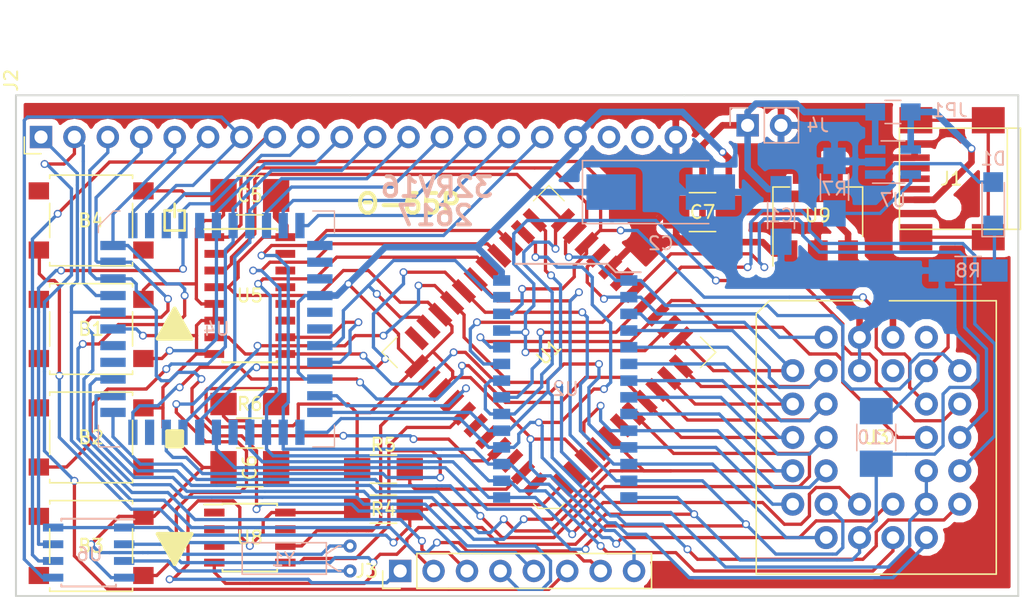
<source format=kicad_pcb>
(kicad_pcb (version 4) (host pcbnew 4.0.6-e0-6349~53~ubuntu16.04.1)
  (layers (0 F.Cu signal) (31 B.Cu signal) (34 B.Paste user hide) (35 F.Paste user hide) (36 B.SilkS user) (37 F.SilkS user) (38 B.Mask user hide) (39 F.Mask user hide) (44 Edge.Cuts user))
  (net 0 "")
  (net 1 GND)
  (net 2 "Net-(J1-Pad2)")
  (net 3 "Net-(J1-Pad3)")
  (net 4 "Net-(J1-Pad4)")
  (net 5 "Net-(J1-Pad6)")
  (net 6 "Net-(J2-Pad1)")
  (net 7 "Net-(J2-Pad2)")
  (net 8 "Net-(J2-Pad3)")
  (net 9 "Net-(J2-Pad4)")
  (net 10 "Net-(J2-Pad5)")
  (net 11 "Net-(J2-Pad6)")
  (net 12 "Net-(J2-Pad7)")
  (net 13 "Net-(J2-Pad8)")
  (net 14 "Net-(J2-Pad9)")
  (net 15 "Net-(J2-Pad13)")
  (net 16 "Net-(J2-Pad14)")
  (net 17 "Net-(J2-Pad15)")
  (net 18 "Net-(J2-Pad16)")
  (net 19 "Net-(J2-Pad18)")
  (net 20 "Net-(J2-Pad19)")
  (net 21 "Net-(U1-Pad2)")
  (net 22 /A4)
  (net 23 /A5)
  (net 24 /A6)
  (net 25 /A7)
  (net 26 /A8)
  (net 27 /A9)
  (net 28 /A10)
  (net 29 /A11)
  (net 30 /A12)
  (net 31 A13)
  (net 32 A14)
  (net 33 A15)
  (net 34 /D0)
  (net 35 /D1)
  (net 36 /D2)
  (net 37 /D3)
  (net 38 /D4)
  (net 39 /D5)
  (net 40 /D6)
  (net 41 /D7)
  (net 42 R/W)
  (net 43 CLK)
  (net 44 RST)
  (net 45 IRQ)
  (net 46 ROM)
  (net 47 I/O)
  (net 48 "Net-(U4-Pad23)")
  (net 49 "Net-(U8-Pad1)")
  (net 50 "Net-(U8-Pad2)")
  (net 51 "Net-(U8-Pad3)")
  (net 52 "Net-(U8-Pad7)")
  (net 53 +3V3)
  (net 54 NMI)
  (net 55 /A0)
  (net 56 /A1)
  (net 57 /A2)
  (net 58 /A3)
  (net 59 "Net-(R6-Pad2)")
  (net 60 "Net-(D1-Pad2)")
  (net 61 "Net-(D1-Pad1)")
  (net 62 "Net-(J1-Pad1)")
  (net 63 "Net-(R7-Pad1)")
  (net 64 "Net-(C1-Pad1)")
  (net 65 "Net-(B1-Pad2)")
  (net 66 "Net-(B2-Pad2)")
  (net 67 "Net-(B3-Pad2)")
  (net 68 "Net-(U4-Pad44)")
  (net 69 "Net-(U4-Pad43)")
  (net 70 "Net-(U4-Pad19)")
  (net 71 "Net-(U4-Pad20)")
  (net 72 "Net-(U5-Pad11)")
  (net 73 "Net-(U5-Pad12)")
  (net 74 "Net-(U5-Pad13)")
  (net 75 "Net-(U5-Pad14)")
  (net 76 "Net-(U5-Pad15)")
  (net 77 "Net-(U6-Pad2)")
  (net 78 "Net-(U6-Pad3)")
  (net 79 phi2)
  (net 80 "Net-(U1-Pad4)")
  (net 81 "Net-(U1-Pad6)")
  (net 82 "Net-(U1-Pad8)")
  (module Connectors:USB_Mini-B (layer F.Cu) (at 183.515 97.79 180)
    (fp_text reference J1 (at 0 0 180) (layer F.SilkS))
    (fp_text value USB)
    (pad 1 smd rect (at 2.8 -1.6 180) (size 2.3 0.5) (layers F.Cu F.Paste F.Mask) (net 62 "Net-(J1-Pad1)"))
    (pad 2 smd rect (at 2.8 -0.8 180) (size 2.3 0.5) (layers F.Cu F.Paste F.Mask) (net 2 "Net-(J1-Pad2)"))
    (pad 3 smd rect (at 2.8 0 180) (size 2.3 0.5) (layers F.Cu F.Paste F.Mask) (net 3 "Net-(J1-Pad3)"))
    (pad 4 smd rect (at 2.8 0.8 180) (size 2.3 0.5) (layers F.Cu F.Paste F.Mask) (net 4 "Net-(J1-Pad4)"))
    (pad 5 smd rect (at 2.8 1.6 180) (size 2.3 0.5) (layers F.Cu F.Paste F.Mask) (net 1 GND))
    (pad 6 smd rect (at 2.7 -4.45 180) (size 2.5 2) (layers F.Cu F.Paste F.Mask) (net 5 "Net-(J1-Pad6)"))
    (pad 6 smd rect (at -2.8 -4.45 180) (size 2.5 2) (layers F.Cu F.Paste F.Mask) (net 5 "Net-(J1-Pad6)"))
    (pad 6 smd rect (at 2.7 4.45 180) (size 2.5 2) (layers F.Cu F.Paste F.Mask) (net 5 "Net-(J1-Pad6)"))
    (pad 6 smd rect (at -2.8 4.45 180) (size 2.5 2) (layers F.Cu F.Paste F.Mask) (net 5 "Net-(J1-Pad6)"))
    (pad "" np_thru_hole circle (at 0.2 -2.2 180) (size 0.9 0.9) (drill 0.9) (layers *.Cu *.Mask))
    (pad "" np_thru_hole circle (at 0.2 2.2 180) (size 0.9 0.9) (drill 0.9) (layers *.Cu *.Mask))
  )
  (module Housings_SSOP:SOP-28_8.40x48mm_Pitch1.27mm (layer B.Cu) (at 154.178 113.792 180)
    (fp_text reference U2 (at 0 0 180) (layer B.SilkS) (effects (justify mirror)))
    (fp_text value 62256)
    (pad 28 smd rect (at 4.86 8.26 180) (size 1.3 0.8) (layers B.Cu B.Paste B.Mask) (net 53 +3V3))
    (pad 27 smd rect (at 4.86 6.99 180) (size 1.3 0.8) (layers B.Cu B.Paste B.Mask) (net 42 R/W))
    (pad 26 smd rect (at 4.86 5.72 180) (size 1.3 0.8) (layers B.Cu B.Paste B.Mask) (net 31 A13))
    (pad 25 smd rect (at 4.86 4.45 180) (size 1.3 0.8) (layers B.Cu B.Paste B.Mask) (net 26 /A8))
    (pad 24 smd rect (at 4.86 3.18 180) (size 1.3 0.8) (layers B.Cu B.Paste B.Mask) (net 27 /A9))
    (pad 23 smd rect (at 4.86 1.91 180) (size 1.3 0.8) (layers B.Cu B.Paste B.Mask) (net 29 /A11))
    (pad 22 smd rect (at 4.86 0.64 180) (size 1.3 0.8) (layers B.Cu B.Paste B.Mask) (net 33 A15))
    (pad 21 smd rect (at 4.86 -0.63 180) (size 1.3 0.8) (layers B.Cu B.Paste B.Mask) (net 28 /A10))
    (pad 20 smd rect (at 4.86 -1.9 180) (size 1.3 0.8) (layers B.Cu B.Paste B.Mask) (net 33 A15))
    (pad 19 smd rect (at 4.86 -3.17 180) (size 1.3 0.8) (layers B.Cu B.Paste B.Mask) (net 41 /D7))
    (pad 18 smd rect (at 4.86 -4.44 180) (size 1.3 0.8) (layers B.Cu B.Paste B.Mask) (net 40 /D6))
    (pad 17 smd rect (at 4.86 -5.71 180) (size 1.3 0.8) (layers B.Cu B.Paste B.Mask) (net 39 /D5))
    (pad 16 smd rect (at 4.86 -6.98 180) (size 1.3 0.8) (layers B.Cu B.Paste B.Mask) (net 38 /D4))
    (pad 15 smd rect (at 4.86 -8.25 180) (size 1.3 0.8) (layers B.Cu B.Paste B.Mask) (net 37 /D3))
    (pad 14 smd rect (at -4.81 -8.25 180) (size 1.3 0.8) (layers B.Cu B.Paste B.Mask) (net 1 GND))
    (pad 13 smd rect (at -4.81 -6.98 180) (size 1.3 0.8) (layers B.Cu B.Paste B.Mask) (net 36 /D2))
    (pad 12 smd rect (at -4.81 -5.71 180) (size 1.3 0.8) (layers B.Cu B.Paste B.Mask) (net 35 /D1))
    (pad 11 smd rect (at -4.81 -4.44 180) (size 1.3 0.8) (layers B.Cu B.Paste B.Mask) (net 34 /D0))
    (pad 10 smd rect (at -4.81 -3.17 180) (size 1.3 0.8) (layers B.Cu B.Paste B.Mask) (net 55 /A0))
    (pad 9 smd rect (at -4.81 -1.9 180) (size 1.3 0.8) (layers B.Cu B.Paste B.Mask) (net 56 /A1))
    (pad 8 smd rect (at -4.81 -0.63 180) (size 1.3 0.8) (layers B.Cu B.Paste B.Mask) (net 57 /A2))
    (pad 7 smd rect (at -4.81 0.64 180) (size 1.3 0.8) (layers B.Cu B.Paste B.Mask) (net 58 /A3))
    (pad 6 smd rect (at -4.81 1.91 180) (size 1.3 0.8) (layers B.Cu B.Paste B.Mask) (net 22 /A4))
    (pad 5 smd rect (at -4.81 3.18 180) (size 1.3 0.8) (layers B.Cu B.Paste B.Mask) (net 23 /A5))
    (pad 4 smd rect (at -4.81 4.45 180) (size 1.3 0.8) (layers B.Cu B.Paste B.Mask) (net 24 /A6))
    (pad 3 smd rect (at -4.81 5.72 180) (size 1.3 0.8) (layers B.Cu B.Paste B.Mask) (net 25 /A7))
    (pad 2 smd rect (at -4.81 6.99 180) (size 1.3 0.8) (layers B.Cu B.Paste B.Mask) (net 30 /A12))
    (pad 1 smd rect (at -4.81 8.26 180) (size 1.3 0.8) (layers B.Cu B.Paste B.Mask) (net 32 A14))
  )
  (module Housings_LCC:PLCC-44 (layer F.Cu) (at 152.908 110.998 135)
    (fp_text reference U1 (at 0 0 405) (layer F.SilkS))
    (fp_text value 65c02PLCC44)
    (pad 1 smd rect (at 0 -7.8625 135) (size 0.7 1.925) (layers F.Cu F.Paste F.Mask))
    (pad 2 smd rect (at -1.27 -7.8625 135) (size 0.7 1.925) (layers F.Cu F.Paste F.Mask) (net 21 "Net-(U1-Pad2)"))
    (pad 3 smd rect (at -2.54 -7.8625 135) (size 0.7 1.925) (layers F.Cu F.Paste F.Mask) (net 59 "Net-(R6-Pad2)"))
    (pad 4 smd rect (at -3.81 -7.8625 135) (size 0.7 1.925) (layers F.Cu F.Paste F.Mask) (net 80 "Net-(U1-Pad4)"))
    (pad 5 smd rect (at -5.08 -7.8625 135) (size 0.7 1.925) (layers F.Cu F.Paste F.Mask) (net 45 IRQ))
    (pad 6 smd rect (at -6.35 -7.8625 135) (size 0.7 1.925) (layers F.Cu F.Paste F.Mask) (net 81 "Net-(U1-Pad6)"))
    (pad 44 smd rect (at 1.27 -7.8625 135) (size 0.7 1.925) (layers F.Cu F.Paste F.Mask) (net 44 RST))
    (pad 43 smd rect (at 2.54 -7.8625 135) (size 0.7 1.925) (layers F.Cu F.Paste F.Mask) (net 79 phi2))
    (pad 42 smd rect (at 3.81 -7.8625 135) (size 0.7 1.925) (layers F.Cu F.Paste F.Mask) (net 53 +3V3))
    (pad 41 smd rect (at 5.08 -7.8625 135) (size 0.7 1.925) (layers F.Cu F.Paste F.Mask) (net 43 CLK))
    (pad 40 smd rect (at 6.35 -7.8625 135) (size 0.7 1.925) (layers F.Cu F.Paste F.Mask) (net 53 +3V3))
    (pad 7 smd rect (at -7.8625 -6.35 135) (size 1.925 0.7) (layers F.Cu F.Paste F.Mask) (net 54 NMI))
    (pad 8 smd rect (at -7.8625 -5.08 135) (size 1.925 0.7) (layers F.Cu F.Paste F.Mask) (net 82 "Net-(U1-Pad8)"))
    (pad 9 smd rect (at -7.8625 -3.81 135) (size 1.925 0.7) (layers F.Cu F.Paste F.Mask) (net 53 +3V3))
    (pad 10 smd rect (at -7.8625 -2.54 135) (size 1.925 0.7) (layers F.Cu F.Paste F.Mask) (net 55 /A0))
    (pad 11 smd rect (at -7.8625 -1.27 135) (size 1.925 0.7) (layers F.Cu F.Paste F.Mask) (net 56 /A1))
    (pad 12 smd rect (at -7.8625 0 135) (size 1.925 0.7) (layers F.Cu F.Paste F.Mask))
    (pad 13 smd rect (at -7.8625 1.27 135) (size 1.925 0.7) (layers F.Cu F.Paste F.Mask) (net 57 /A2))
    (pad 14 smd rect (at -7.8625 2.54 135) (size 1.925 0.7) (layers F.Cu F.Paste F.Mask) (net 58 /A3))
    (pad 15 smd rect (at -7.8625 3.81 135) (size 1.925 0.7) (layers F.Cu F.Paste F.Mask) (net 22 /A4))
    (pad 16 smd rect (at -7.8625 5.08 135) (size 1.925 0.7) (layers F.Cu F.Paste F.Mask) (net 23 /A5))
    (pad 17 smd rect (at -7.8625 6.35 135) (size 1.925 0.7) (layers F.Cu F.Paste F.Mask) (net 24 /A6))
    (pad 18 smd rect (at -6.35 7.8625 135) (size 0.7 1.925) (layers F.Cu F.Paste F.Mask) (net 25 /A7))
    (pad 19 smd rect (at -5.08 7.8625 135) (size 0.7 1.925) (layers F.Cu F.Paste F.Mask) (net 26 /A8))
    (pad 20 smd rect (at -3.81 7.8625 135) (size 0.7 1.925) (layers F.Cu F.Paste F.Mask) (net 27 /A9))
    (pad 21 smd rect (at -2.54 7.8625 135) (size 0.7 1.925) (layers F.Cu F.Paste F.Mask) (net 28 /A10))
    (pad 22 smd rect (at -1.27 7.8625 135) (size 0.7 1.925) (layers F.Cu F.Paste F.Mask) (net 29 /A11))
    (pad 23 smd rect (at 0 7.8625 135) (size 0.7 1.925) (layers F.Cu F.Paste F.Mask) (net 1 GND))
    (pad 24 smd rect (at 1.27 7.8625 135) (size 0.7 1.925) (layers F.Cu F.Paste F.Mask) (net 1 GND))
    (pad 25 smd rect (at 2.54 7.8625 135) (size 0.7 1.925) (layers F.Cu F.Paste F.Mask) (net 30 /A12))
    (pad 26 smd rect (at 3.81 7.8625 135) (size 0.7 1.925) (layers F.Cu F.Paste F.Mask) (net 31 A13))
    (pad 27 smd rect (at 5.08 7.8625 135) (size 0.7 1.925) (layers F.Cu F.Paste F.Mask) (net 32 A14))
    (pad 28 smd rect (at 6.35 7.8625 135) (size 0.7 1.925) (layers F.Cu F.Paste F.Mask) (net 33 A15))
    (pad 29 smd rect (at 7.8625 6.35 135) (size 1.925 0.7) (layers F.Cu F.Paste F.Mask) (net 41 /D7))
    (pad 30 smd rect (at 7.8625 5.08 135) (size 1.925 0.7) (layers F.Cu F.Paste F.Mask) (net 40 /D6))
    (pad 31 smd rect (at 7.8625 3.81 135) (size 1.925 0.7) (layers F.Cu F.Paste F.Mask) (net 39 /D5))
    (pad 32 smd rect (at 7.8625 2.54 135) (size 1.925 0.7) (layers F.Cu F.Paste F.Mask) (net 38 /D4))
    (pad 33 smd rect (at 7.8625 1.27 135) (size 1.925 0.7) (layers F.Cu F.Paste F.Mask) (net 37 /D3))
    (pad 34 smd rect (at 7.8625 0 135) (size 1.925 0.7) (layers F.Cu F.Paste F.Mask) (net 36 /D2))
    (pad 35 smd rect (at 7.8625 -1.27 135) (size 1.925 0.7) (layers F.Cu F.Paste F.Mask) (net 35 /D1))
    (pad 36 smd rect (at 7.8625 -2.54 135) (size 1.925 0.7) (layers F.Cu F.Paste F.Mask) (net 34 /D0))
    (pad 37 smd rect (at 7.8625 -3.81 135) (size 1.925 0.7) (layers F.Cu F.Paste F.Mask) (net 53 +3V3))
    (pad 38 smd rect (at 7.8625 -5.08 135) (size 1.925 0.7) (layers F.Cu F.Paste F.Mask) (net 42 R/W))
    (pad 39 smd rect (at 7.8625 -6.35 135) (size 1.925 0.7) (layers F.Cu F.Paste F.Mask))
  )
  (module Crystals:Crystal_DS26_d2.0mm_l6.0mm_Horizontal (layer B.Cu) (at 137.795 127.635 90)
    (fp_text reference Y1 (at 0.889 -5.08 360) (layer B.SilkS) (effects (justify mirror)))
    (fp_text value RTC)
    (pad 1 thru_hole circle (at 0 0 90) (size 1 1) (drill 0.5) (layers *.Cu *.Mask) (net 78 "Net-(U6-Pad3)"))
    (pad 2 thru_hole circle (at 1.9 0 90) (size 1 1) (drill 0.5) (layers *.Cu *.Mask) (net 77 "Net-(U6-Pad2)"))
  )
  (module TO_SOT_Packages_SMD:SOT-223-3Lead_TabPin2 (layer F.Cu) (at 173.355 100.33 90)
    (fp_text reference U9 (at -0.254 0 180) (layer F.SilkS))
    (fp_text value 3.3V)
    (pad 2 smd rect (at 3.15 0 90) (size 2 3.8) (layers F.Cu F.Paste F.Mask) (net 1 GND))
    (pad 2 smd rect (at -3.15 0 90) (size 2 1.5) (layers F.Cu F.Paste F.Mask) (net 1 GND))
    (pad 3 smd rect (at -3.15 2.3 90) (size 2 1.5) (layers F.Cu F.Paste F.Mask) (net 53 +3V3))
    (pad 1 smd rect (at -3.15 -2.3 90) (size 2 1.5) (layers F.Cu F.Paste F.Mask) (net 64 "Net-(C1-Pad1)"))
  )
  (module Custom:PLCC-32_THT-Socket_Fixed (layer F.Cu) (at 179.07 112.395)
    (fp_text reference U3 (at -1.27 5.08) (layer F.SilkS))
    (fp_text value SST39SF010)
    (pad 1 thru_hole circle (at 0 0) (size 1.75 1.75) (drill 0.95) (layers *.Cu *.Mask))
    (pad 3 thru_hole circle (at -2.54 0) (size 1.75 1.75) (drill 0.95) (layers *.Cu *.Mask) (net 1 GND))
    (pad 29 thru_hole circle (at 5.08 0) (size 1.75 1.75) (drill 0.95) (layers *.Cu *.Mask) (net 32 A14))
    (pad 2 thru_hole circle (at -2.54 -2.54) (size 1.75 1.75) (drill 0.95) (layers *.Cu *.Mask) (net 1 GND))
    (pad 4 thru_hole circle (at -5.08 -2.54) (size 1.75 1.75) (drill 0.95) (layers *.Cu *.Mask) (net 30 /A12))
    (pad 32 thru_hole circle (at 0 -2.54) (size 1.75 1.75) (drill 0.95) (layers *.Cu *.Mask) (net 53 +3V3))
    (pad 30 thru_hole circle (at 2.54 -2.54) (size 1.75 1.75) (drill 0.95) (layers *.Cu *.Mask))
    (pad 6 thru_hole circle (at -5.08 0) (size 1.75 1.75) (drill 0.95) (layers *.Cu *.Mask) (net 24 /A6))
    (pad 8 thru_hole circle (at -5.08 2.54) (size 1.75 1.75) (drill 0.95) (layers *.Cu *.Mask) (net 22 /A4))
    (pad 10 thru_hole circle (at -5.08 5.08) (size 1.75 1.75) (drill 0.95) (layers *.Cu *.Mask) (net 57 /A2))
    (pad 12 thru_hole circle (at -5.08 7.62) (size 1.75 1.75) (drill 0.95) (layers *.Cu *.Mask) (net 55 /A0))
    (pad 5 thru_hole circle (at -7.62 0) (size 1.75 1.75) (drill 0.95) (layers *.Cu *.Mask) (net 25 /A7))
    (pad 7 thru_hole circle (at -7.62 2.54) (size 1.75 1.75) (drill 0.95) (layers *.Cu *.Mask) (net 23 /A5))
    (pad 9 thru_hole circle (at -7.62 5.08) (size 1.75 1.75) (drill 0.95) (layers *.Cu *.Mask) (net 58 /A3))
    (pad 11 thru_hole circle (at -7.62 7.62) (size 1.75 1.75) (drill 0.95) (layers *.Cu *.Mask) (net 56 /A1))
    (pad 13 thru_hole circle (at -7.62 10.16) (size 1.75 1.75) (drill 0.95) (layers *.Cu *.Mask) (net 34 /D0))
    (pad 15 thru_hole circle (at -5.08 10.16) (size 1.75 1.75) (drill 0.95) (layers *.Cu *.Mask) (net 36 /D2))
    (pad 17 thru_hole circle (at -2.54 10.16) (size 1.75 1.75) (drill 0.95) (layers *.Cu *.Mask) (net 37 /D3))
    (pad 19 thru_hole circle (at 0 10.16) (size 1.75 1.75) (drill 0.95) (layers *.Cu *.Mask) (net 39 /D5))
    (pad 22 thru_hole circle (at 2.54 10.16) (size 1.75 1.75) (drill 0.95) (layers *.Cu *.Mask) (net 46 ROM))
    (pad 14 thru_hole circle (at -5.08 12.7) (size 1.75 1.75) (drill 0.95) (layers *.Cu *.Mask) (net 35 /D1))
    (pad 16 thru_hole circle (at -2.54 12.7) (size 1.75 1.75) (drill 0.95) (layers *.Cu *.Mask) (net 1 GND))
    (pad 18 thru_hole circle (at 0 12.7) (size 1.75 1.75) (drill 0.95) (layers *.Cu *.Mask) (net 38 /D4))
    (pad 20 thru_hole circle (at 2.54 12.7) (size 1.75 1.75) (drill 0.95) (layers *.Cu *.Mask) (net 40 /D6))
    (pad 24 thru_hole circle (at 2.54 7.62) (size 1.75 1.75) (drill 0.95) (layers *.Cu *.Mask) (net 46 ROM))
    (pad 26 thru_hole circle (at 2.54 5.08) (size 1.75 1.75) (drill 0.95) (layers *.Cu *.Mask) (net 27 /A9))
    (pad 28 thru_hole circle (at 2.54 2.54) (size 1.75 1.75) (drill 0.95) (layers *.Cu *.Mask) (net 31 A13))
    (pad 31 thru_hole circle (at 2.54 0) (size 1.75 1.75) (drill 0.95) (layers *.Cu *.Mask) (net 53 +3V3))
    (pad 21 thru_hole circle (at 5.08 10.16) (size 1.75 1.75) (drill 0.95) (layers *.Cu *.Mask) (net 41 /D7))
    (pad 23 thru_hole circle (at 5.08 7.62) (size 1.75 1.75) (drill 0.95) (layers *.Cu *.Mask) (net 28 /A10))
    (pad 25 thru_hole circle (at 5.08 5.08) (size 1.75 1.75) (drill 0.95) (layers *.Cu *.Mask) (net 29 /A11))
    (pad 27 thru_hole circle (at 5.08 2.54) (size 1.75 1.75) (drill 0.95) (layers *.Cu *.Mask) (net 26 /A8))
    (pad 29 thru_hole circle (at 5.08 0) (size 1.75 1.75) (drill 0.95) (layers *.Cu *.Mask) (net 32 A14))
  )
  (module Housings_LCC:PLCC-44 (layer B.Cu) (at 127.635 109.22 270)
    (fp_text reference U4 (at 0 0 360) (layer B.SilkS) (effects (justify mirror)))
    (fp_text value 65c22PLCC44)
    (pad 1 smd rect (at 0 7.8625 270) (size 0.7 1.925) (layers B.Cu B.Paste B.Mask) (net 1 GND))
    (pad 2 smd rect (at -1.27 7.8625 270) (size 0.7 1.925) (layers B.Cu B.Paste B.Mask) (net 6 "Net-(J2-Pad1)"))
    (pad 3 smd rect (at -2.54 7.8625 270) (size 0.7 1.925) (layers B.Cu B.Paste B.Mask) (net 7 "Net-(J2-Pad2)"))
    (pad 4 smd rect (at -3.81 7.8625 270) (size 0.7 1.925) (layers B.Cu B.Paste B.Mask) (net 8 "Net-(J2-Pad3)"))
    (pad 5 smd rect (at -5.08 7.8625 270) (size 0.7 1.925) (layers B.Cu B.Paste B.Mask) (net 9 "Net-(J2-Pad4)"))
    (pad 6 smd rect (at -6.35 7.8625 270) (size 0.7 1.925) (layers B.Cu B.Paste B.Mask) (net 10 "Net-(J2-Pad5)"))
    (pad 44 smd rect (at 1.27 7.8625 270) (size 0.7 1.925) (layers B.Cu B.Paste B.Mask) (net 68 "Net-(U4-Pad44)"))
    (pad 43 smd rect (at 2.54 7.8625 270) (size 0.7 1.925) (layers B.Cu B.Paste B.Mask) (net 69 "Net-(U4-Pad43)"))
    (pad 42 smd rect (at 3.81 7.8625 270) (size 0.7 1.925) (layers B.Cu B.Paste B.Mask) (net 55 /A0))
    (pad 41 smd rect (at 5.08 7.8625 270) (size 0.7 1.925) (layers B.Cu B.Paste B.Mask) (net 56 /A1))
    (pad 40 smd rect (at 6.35 7.8625 270) (size 0.7 1.925) (layers B.Cu B.Paste B.Mask) (net 57 /A2))
    (pad 7 smd rect (at -7.8625 6.35 270) (size 1.925 0.7) (layers B.Cu B.Paste B.Mask) (net 11 "Net-(J2-Pad6)"))
    (pad 8 smd rect (at -7.8625 5.08 270) (size 1.925 0.7) (layers B.Cu B.Paste B.Mask) (net 12 "Net-(J2-Pad7)"))
    (pad 9 smd rect (at -7.8625 3.81 270) (size 1.925 0.7) (layers B.Cu B.Paste B.Mask) (net 13 "Net-(J2-Pad8)"))
    (pad 10 smd rect (at -7.8625 2.54 270) (size 1.925 0.7) (layers B.Cu B.Paste B.Mask) (net 14 "Net-(J2-Pad9)"))
    (pad 11 smd rect (at -7.8625 1.27 270) (size 1.925 0.7) (layers B.Cu B.Paste B.Mask))
    (pad 12 smd rect (at -7.8625 0 270) (size 1.925 0.7) (layers B.Cu B.Paste B.Mask) (net 65 "Net-(B1-Pad2)"))
    (pad 13 smd rect (at -7.8625 -1.27 270) (size 1.925 0.7) (layers B.Cu B.Paste B.Mask) (net 66 "Net-(B2-Pad2)"))
    (pad 14 smd rect (at -7.8625 -2.54 270) (size 1.925 0.7) (layers B.Cu B.Paste B.Mask) (net 67 "Net-(B3-Pad2)"))
    (pad 15 smd rect (at -7.8625 -3.81 270) (size 1.925 0.7) (layers B.Cu B.Paste B.Mask) (net 15 "Net-(J2-Pad13)"))
    (pad 16 smd rect (at -7.8625 -5.08 270) (size 1.925 0.7) (layers B.Cu B.Paste B.Mask) (net 16 "Net-(J2-Pad14)"))
    (pad 17 smd rect (at -7.8625 -6.35 270) (size 1.925 0.7) (layers B.Cu B.Paste B.Mask) (net 17 "Net-(J2-Pad15)"))
    (pad 18 smd rect (at -6.35 -7.8625 270) (size 0.7 1.925) (layers B.Cu B.Paste B.Mask) (net 18 "Net-(J2-Pad16)"))
    (pad 19 smd rect (at -5.08 -7.8625 270) (size 0.7 1.925) (layers B.Cu B.Paste B.Mask) (net 70 "Net-(U4-Pad19)"))
    (pad 20 smd rect (at -3.81 -7.8625 270) (size 0.7 1.925) (layers B.Cu B.Paste B.Mask) (net 71 "Net-(U4-Pad20)"))
    (pad 21 smd rect (at -2.54 -7.8625 270) (size 0.7 1.925) (layers B.Cu B.Paste B.Mask) (net 53 +3V3))
    (pad 22 smd rect (at -1.27 -7.8625 270) (size 0.7 1.925) (layers B.Cu B.Paste B.Mask))
    (pad 23 smd rect (at 0 -7.8625 270) (size 0.7 1.925) (layers B.Cu B.Paste B.Mask) (net 48 "Net-(U4-Pad23)"))
    (pad 24 smd rect (at 1.27 -7.8625 270) (size 0.7 1.925) (layers B.Cu B.Paste B.Mask) (net 42 R/W))
    (pad 25 smd rect (at 2.54 -7.8625 270) (size 0.7 1.925) (layers B.Cu B.Paste B.Mask) (net 47 I/O))
    (pad 26 smd rect (at 3.81 -7.8625 270) (size 0.7 1.925) (layers B.Cu B.Paste B.Mask) (net 53 +3V3))
    (pad 27 smd rect (at 5.08 -7.8625 270) (size 0.7 1.925) (layers B.Cu B.Paste B.Mask) (net 79 phi2))
    (pad 28 smd rect (at 6.35 -7.8625 270) (size 0.7 1.925) (layers B.Cu B.Paste B.Mask) (net 41 /D7))
    (pad 29 smd rect (at 7.8625 -6.35 270) (size 1.925 0.7) (layers B.Cu B.Paste B.Mask) (net 40 /D6))
    (pad 30 smd rect (at 7.8625 -5.08 270) (size 1.925 0.7) (layers B.Cu B.Paste B.Mask) (net 39 /D5))
    (pad 31 smd rect (at 7.8625 -3.81 270) (size 1.925 0.7) (layers B.Cu B.Paste B.Mask) (net 38 /D4))
    (pad 32 smd rect (at 7.8625 -2.54 270) (size 1.925 0.7) (layers B.Cu B.Paste B.Mask) (net 37 /D3))
    (pad 33 smd rect (at 7.8625 -1.27 270) (size 1.925 0.7) (layers B.Cu B.Paste B.Mask))
    (pad 34 smd rect (at 7.8625 0 270) (size 1.925 0.7) (layers B.Cu B.Paste B.Mask) (net 36 /D2))
    (pad 35 smd rect (at 7.8625 1.27 270) (size 1.925 0.7) (layers B.Cu B.Paste B.Mask) (net 35 /D1))
    (pad 36 smd rect (at 7.8625 2.54 270) (size 1.925 0.7) (layers B.Cu B.Paste B.Mask) (net 34 /D0))
    (pad 37 smd rect (at 7.8625 3.81 270) (size 1.925 0.7) (layers B.Cu B.Paste B.Mask) (net 44 RST))
    (pad 38 smd rect (at 7.8625 5.08 270) (size 1.925 0.7) (layers B.Cu B.Paste B.Mask))
    (pad 39 smd rect (at 7.8625 6.35 270) (size 1.925 0.7) (layers B.Cu B.Paste B.Mask) (net 58 /A3))
  )
  (module Capacitors_SMD:C_1210_HandSoldering (layer F.Cu) (at 130.175 99.06 180)
    (fp_text reference C5 (at 0 0 180) (layer F.SilkS))
    (fp_text value 100nf)
    (pad 1 smd rect (at -2 0 180) (size 2 2.5) (layers F.Cu F.Paste F.Mask) (net 53 +3V3))
    (pad 2 smd rect (at 2 0 180) (size 2 2.5) (layers F.Cu F.Paste F.Mask) (net 1 GND))
  )
  (module Capacitors_SMD:C_1210_HandSoldering (layer F.Cu) (at 130.175 119.761 180)
    (fp_text reference C6 (at 0 0 270) (layer F.SilkS))
    (fp_text value 100nf)
    (pad 1 smd rect (at -2 0 180) (size 2 2.5) (layers F.Cu F.Paste F.Mask) (net 53 +3V3))
    (pad 2 smd rect (at 2 0 180) (size 2 2.5) (layers F.Cu F.Paste F.Mask) (net 1 GND))
  )
  (module Capacitors_SMD:C_1210_HandSoldering (layer F.Cu) (at 164.592 100.33 180)
    (fp_text reference C7 (at 0 0 180) (layer F.SilkS))
    (fp_text value 100nf)
    (pad 1 smd rect (at -2 0 180) (size 2 2.5) (layers F.Cu F.Paste F.Mask) (net 53 +3V3))
    (pad 2 smd rect (at 2 0 180) (size 2 2.5) (layers F.Cu F.Paste F.Mask) (net 1 GND))
  )
  (module Capacitors_SMD:C_1210_HandSoldering (layer B.Cu) (at 177.8 117.475 270)
    (fp_text reference C10 (at 0 0 360) (layer B.SilkS) (effects (justify mirror)))
    (fp_text value 100nf)
    (pad 1 smd rect (at -2 0 270) (size 2 2.5) (layers B.Cu B.Paste B.Mask) (net 53 +3V3))
    (pad 2 smd rect (at 2 0 270) (size 2 2.5) (layers B.Cu B.Paste B.Mask) (net 1 GND))
  )
  (module Housings_SOIC:SOIC-8_3.9x4.9mm_Pitch1.27mm (layer F.Cu) (at 130.175 125.095)
    (fp_text reference U8 (at 0 0) (layer F.SilkS))
    (fp_text value ATTINY85)
    (pad 1 smd rect (at -2.7 -1.905) (size 1.55 0.6) (layers F.Cu F.Paste F.Mask) (net 49 "Net-(U8-Pad1)"))
    (pad 2 smd rect (at -2.7 -0.635) (size 1.55 0.6) (layers F.Cu F.Paste F.Mask) (net 50 "Net-(U8-Pad2)"))
    (pad 3 smd rect (at -2.7 0.635) (size 1.55 0.6) (layers F.Cu F.Paste F.Mask) (net 51 "Net-(U8-Pad3)"))
    (pad 4 smd rect (at -2.7 1.905) (size 1.55 0.6) (layers F.Cu F.Paste F.Mask) (net 1 GND))
    (pad 5 smd rect (at 2.7 1.905) (size 1.55 0.6) (layers F.Cu F.Paste F.Mask) (net 44 RST))
    (pad 6 smd rect (at 2.7 0.635) (size 1.55 0.6) (layers F.Cu F.Paste F.Mask) (net 43 CLK))
    (pad 7 smd rect (at 2.7 -0.635) (size 1.55 0.6) (layers F.Cu F.Paste F.Mask) (net 52 "Net-(U8-Pad7)"))
    (pad 8 smd rect (at 2.7 -1.905) (size 1.55 0.6) (layers F.Cu F.Paste F.Mask) (net 53 +3V3))
  )
  (module Pin_Headers:Pin_Header_Straight_1x08_Pitch2.54mm (layer F.Cu) (at 141.605 127.635 90)
    (fp_text reference J3 (at 0 -2.54 180) (layer F.SilkS))
    (fp_text value LCD)
    (pad 1 thru_hole rect (at 0 0 90) (size 1.7 1.7) (drill 1) (layers *.Cu *.Mask) (net 53 +3V3))
    (pad 2 thru_hole oval (at 0 2.54 90) (size 1.7 1.7) (drill 1) (layers *.Cu *.Mask) (net 1 GND))
    (pad 3 thru_hole oval (at 0 5.08 90) (size 1.7 1.7) (drill 1) (layers *.Cu *.Mask) (net 10 "Net-(J2-Pad5)"))
    (pad 4 thru_hole oval (at 0 7.62 90) (size 1.7 1.7) (drill 1) (layers *.Cu *.Mask) (net 9 "Net-(J2-Pad4)"))
    (pad 5 thru_hole oval (at 0 10.16 90) (size 1.7 1.7) (drill 1) (layers *.Cu *.Mask) (net 8 "Net-(J2-Pad3)"))
    (pad 6 thru_hole oval (at 0 12.7 90) (size 1.7 1.7) (drill 1) (layers *.Cu *.Mask) (net 7 "Net-(J2-Pad2)"))
    (pad 7 thru_hole oval (at 0 15.24 90) (size 1.7 1.7) (drill 1) (layers *.Cu *.Mask) (net 6 "Net-(J2-Pad1)"))
    (pad 8 thru_hole oval (at 0 17.78 90) (size 1.7 1.7) (drill 1) (layers *.Cu *.Mask) (net 53 +3V3))
  )
  (module Resistors_SMD:R_1206_HandSoldering (layer F.Cu) (at 140.335 122.936)
    (fp_text reference R4 (at 0 0) (layer F.SilkS))
    (fp_text value 10k)
    (pad 1 smd rect (at -2 0) (size 2 1.7) (layers F.Cu F.Paste F.Mask) (net 53 +3V3))
    (pad 2 smd rect (at 2 0) (size 2 1.7) (layers F.Cu F.Paste F.Mask) (net 54 NMI))
  )
  (module Resistors_SMD:R_1206_HandSoldering (layer F.Cu) (at 130.175 114.935)
    (fp_text reference R6 (at 0 0) (layer F.SilkS))
    (fp_text value 10k)
    (pad 1 smd rect (at -2 0) (size 2 1.7) (layers F.Cu F.Paste F.Mask) (net 53 +3V3))
    (pad 2 smd rect (at 2 0) (size 2 1.7) (layers F.Cu F.Paste F.Mask) (net 59 "Net-(R6-Pad2)"))
  )
  (module LEDs:LED_1206 (layer B.Cu) (at 186.69 99.695 90)
    (fp_text reference D1 (at 3.429 0 180) (layer B.SilkS) (effects (justify mirror)))
    (fp_text value CH)
    (pad 2 smd rect (at 1.65 0 270) (size 1.5 1.5) (layers B.Cu B.Paste B.Mask) (net 60 "Net-(D1-Pad2)"))
    (pad 1 smd rect (at -1.65 0 270) (size 1.5 1.5) (layers B.Cu B.Paste B.Mask) (net 61 "Net-(D1-Pad1)"))
  )
  (module Pin_Headers:Pin_Header_Straight_1x02_Pitch2.54mm (layer B.Cu) (at 168.021 93.726 270)
    (fp_text reference J4 (at 0 -5.334 360) (layer B.SilkS) (effects (justify mirror)))
    (fp_text value BATTERY)
    (pad 1 thru_hole rect (at 0 0 270) (size 1.7 1.7) (drill 1) (layers *.Cu *.Mask) (net 64 "Net-(C1-Pad1)"))
    (pad 2 thru_hole oval (at 0 -2.54 270) (size 1.7 1.7) (drill 1) (layers *.Cu *.Mask) (net 1 GND))
  )
  (module Resistors_SMD:R_0805_HandSoldering (layer B.Cu) (at 179.07 92.71 180)
    (fp_text reference JP1 (at -4.318 0.127 180) (layer B.SilkS) (effects (justify mirror)))
    (fp_text value BAT)
    (pad 1 smd rect (at -1.35 0 180) (size 1.5 1.3) (layers B.Cu B.Paste B.Mask) (net 62 "Net-(J1-Pad1)"))
    (pad 2 smd rect (at 1.35 0 180) (size 1.5 1.3) (layers B.Cu B.Paste B.Mask) (net 64 "Net-(C1-Pad1)"))
  )
  (module Resistors_SMD:R_1206_HandSoldering (layer B.Cu) (at 174.625 98.425 90)
    (fp_text reference R7 (at -0.127 0 180) (layer B.SilkS) (effects (justify mirror)))
    (fp_text value 2k2)
    (pad 1 smd rect (at -2 0 90) (size 2 1.7) (layers B.Cu B.Paste B.Mask) (net 63 "Net-(R7-Pad1)"))
    (pad 2 smd rect (at 2 0 90) (size 2 1.7) (layers B.Cu B.Paste B.Mask) (net 1 GND))
  )
  (module Resistors_SMD:R_1206_HandSoldering (layer B.Cu) (at 184.785 104.775 180)
    (fp_text reference R8 (at 0 0 180) (layer B.SilkS) (effects (justify mirror)))
    (fp_text value 10k)
    (pad 1 smd rect (at -2 0 180) (size 2 1.7) (layers B.Cu B.Paste B.Mask) (net 61 "Net-(D1-Pad1)"))
    (pad 2 smd rect (at 2 0 180) (size 2 1.7) (layers B.Cu B.Paste B.Mask) (net 1 GND))
  )
  (module Housings_SOIC:SOIC-16_3.9x9.9mm_Pitch1.27mm (layer F.Cu) (at 130.175 106.68)
    (fp_text reference U5 (at 0 0) (layer F.SilkS))
    (fp_text value .)
    (pad 1 smd rect (at -2.7 -4.445) (size 1.5 0.6) (layers F.Cu F.Paste F.Mask) (net 31 A13))
    (pad 2 smd rect (at -2.7 -3.175) (size 1.5 0.6) (layers F.Cu F.Paste F.Mask) (net 32 A14))
    (pad 3 smd rect (at -2.7 -1.905) (size 1.5 0.6) (layers F.Cu F.Paste F.Mask) (net 33 A15))
    (pad 4 smd rect (at -2.7 -0.635) (size 1.5 0.6) (layers F.Cu F.Paste F.Mask) (net 53 +3V3))
    (pad 5 smd rect (at -2.7 0.635) (size 1.5 0.6) (layers F.Cu F.Paste F.Mask) (net 1 GND))
    (pad 6 smd rect (at -2.7 1.905) (size 1.5 0.6) (layers F.Cu F.Paste F.Mask) (net 1 GND))
    (pad 7 smd rect (at -2.7 3.175) (size 1.5 0.6) (layers F.Cu F.Paste F.Mask) (net 46 ROM))
    (pad 8 smd rect (at -2.7 4.445) (size 1.5 0.6) (layers F.Cu F.Paste F.Mask) (net 1 GND))
    (pad 9 smd rect (at 2.7 4.445) (size 1.5 0.6) (layers F.Cu F.Paste F.Mask) (net 46 ROM))
    (pad 10 smd rect (at 2.7 3.175) (size 1.5 0.6) (layers F.Cu F.Paste F.Mask) (net 47 I/O))
    (pad 11 smd rect (at 2.7 1.905) (size 1.5 0.6) (layers F.Cu F.Paste F.Mask) (net 72 "Net-(U5-Pad11)"))
    (pad 12 smd rect (at 2.7 0.635) (size 1.5 0.6) (layers F.Cu F.Paste F.Mask) (net 73 "Net-(U5-Pad12)"))
    (pad 13 smd rect (at 2.7 -0.635) (size 1.5 0.6) (layers F.Cu F.Paste F.Mask) (net 74 "Net-(U5-Pad13)"))
    (pad 14 smd rect (at 2.7 -1.905) (size 1.5 0.6) (layers F.Cu F.Paste F.Mask) (net 75 "Net-(U5-Pad14)"))
    (pad 15 smd rect (at 2.7 -3.175) (size 1.5 0.6) (layers F.Cu F.Paste F.Mask) (net 76 "Net-(U5-Pad15)"))
    (pad 16 smd rect (at 2.7 -4.445) (size 1.5 0.6) (layers F.Cu F.Paste F.Mask) (net 53 +3V3))
  )
  (module Housings_SOIC:SOIC-8_3.9x4.9mm_Pitch1.27mm (layer B.Cu) (at 117.92 126.238 180)
    (fp_text reference U6 (at -0.0635 -0.127 180) (layer B.SilkS) (effects (justify mirror)))
    (fp_text value DS1302)
    (pad 1 smd rect (at -2.7 1.905 180) (size 1.55 0.6) (layers B.Cu B.Paste B.Mask) (net 53 +3V3))
    (pad 2 smd rect (at -2.7 0.635 180) (size 1.55 0.6) (layers B.Cu B.Paste B.Mask) (net 77 "Net-(U6-Pad2)"))
    (pad 3 smd rect (at -2.7 -0.635 180) (size 1.55 0.6) (layers B.Cu B.Paste B.Mask) (net 78 "Net-(U6-Pad3)"))
    (pad 4 smd rect (at -2.7 -1.905 180) (size 1.55 0.6) (layers B.Cu B.Paste B.Mask) (net 1 GND))
    (pad 5 smd rect (at 2.7 -1.905 180) (size 1.55 0.6) (layers B.Cu B.Paste B.Mask) (net 12 "Net-(J2-Pad7)"))
    (pad 6 smd rect (at 2.7 -0.635 180) (size 1.55 0.6) (layers B.Cu B.Paste B.Mask) (net 13 "Net-(J2-Pad8)"))
    (pad 7 smd rect (at 2.7 0.635 180) (size 1.55 0.6) (layers B.Cu B.Paste B.Mask) (net 14 "Net-(J2-Pad9)"))
    (pad 8 smd rect (at 2.7 1.905 180) (size 1.55 0.6) (layers B.Cu B.Paste B.Mask) (net 53 +3V3))
  )
  (module TO_SOT_Packages_SMD:SOT-23-5_HandSoldering (layer B.Cu) (at 179.07 96.52)
    (fp_text reference U7 (at 0 2.9) (layer B.SilkS) (effects (justify mirror)))
    (fp_text value MCP73831)
    (pad 1 smd rect (at -1.35 0.95) (size 1.56 0.65) (layers B.Cu B.Paste B.Mask) (net 60 "Net-(D1-Pad2)"))
    (pad 2 smd rect (at -1.35 0) (size 1.56 0.65) (layers B.Cu B.Paste B.Mask) (net 1 GND))
    (pad 3 smd rect (at -1.35 -0.95) (size 1.56 0.65) (layers B.Cu B.Paste B.Mask) (net 64 "Net-(C1-Pad1)"))
    (pad 4 smd rect (at 1.35 -0.95) (size 1.56 0.65) (layers B.Cu B.Paste B.Mask) (net 62 "Net-(J1-Pad1)"))
    (pad 5 smd rect (at 1.35 0.95) (size 1.56 0.65) (layers B.Cu B.Paste B.Mask) (net 63 "Net-(R7-Pad1)"))
  )
  (module "Custom:SW_SPST_B3S-1000(4P)" (layer F.Cu) (at 118.11 109.22)
    (fp_text reference B1 (at 0 0) (layer F.SilkS))
    (fp_text value UP)
    (pad 3 smd rect (at -3.975 -2.25) (size 1.55 1.3) (layers F.Cu F.Paste F.Mask))
    (pad 1 smd rect (at 3.975 -2.25) (size 1.55 1.3) (layers F.Cu F.Paste F.Mask) (net 1 GND))
    (pad 4 smd rect (at -3.975 2.25) (size 1.55 1.3) (layers F.Cu F.Paste F.Mask))
    (pad 2 smd rect (at 3.975 2.25) (size 1.55 1.3) (layers F.Cu F.Paste F.Mask) (net 65 "Net-(B1-Pad2)"))
  )
  (module "Custom:SW_SPST_B3S-1000(4P)" (layer F.Cu) (at 118.11 117.475)
    (fp_text reference B2 (at 0 0) (layer F.SilkS))
    (fp_text value SELECT)
    (pad 3 smd rect (at -3.975 -2.25) (size 1.55 1.3) (layers F.Cu F.Paste F.Mask))
    (pad 1 smd rect (at 3.975 -2.25) (size 1.55 1.3) (layers F.Cu F.Paste F.Mask) (net 1 GND))
    (pad 4 smd rect (at -3.975 2.25) (size 1.55 1.3) (layers F.Cu F.Paste F.Mask) (net 66 "Net-(B2-Pad2)"))
    (pad 2 smd rect (at 3.975 2.25) (size 1.55 1.3) (layers F.Cu F.Paste F.Mask))
  )
  (module "Custom:SW_SPST_B3S-1000(4P)" (layer F.Cu) (at 118.11 125.73)
    (fp_text reference B3 (at 0 0) (layer F.SilkS))
    (fp_text value DOWN)
    (pad 3 smd rect (at -3.975 -2.25) (size 1.55 1.3) (layers F.Cu F.Paste F.Mask))
    (pad 1 smd rect (at 3.975 -2.25) (size 1.55 1.3) (layers F.Cu F.Paste F.Mask) (net 1 GND))
    (pad 4 smd rect (at -3.975 2.25) (size 1.55 1.3) (layers F.Cu F.Paste F.Mask))
    (pad 2 smd rect (at 3.975 2.25) (size 1.55 1.3) (layers F.Cu F.Paste F.Mask) (net 67 "Net-(B3-Pad2)"))
  )
  (module "Custom:SW_SPST_B3S-1000(4P)" (layer F.Cu) (at 118.11 100.965)
    (fp_text reference B4 (at 0 0) (layer F.SilkS))
    (fp_text value SPST)
    (pad 3 smd rect (at -3.975 -2.25) (size 1.55 1.3) (layers F.Cu F.Paste F.Mask))
    (pad 1 smd rect (at 3.975 -2.25) (size 1.55 1.3) (layers F.Cu F.Paste F.Mask) (net 1 GND))
    (pad 4 smd rect (at -3.975 2.25) (size 1.55 1.3) (layers F.Cu F.Paste F.Mask) (net 54 NMI))
    (pad 2 smd rect (at 3.975 2.25) (size 1.55 1.3) (layers F.Cu F.Paste F.Mask))
  )
  (module Capacitors_SMD:C_1206_HandSoldering (layer B.Cu) (at 170.561 100.584 270)
    (fp_text reference C1 (at 0 0 360) (layer B.SilkS) (effects (justify mirror)))
    (fp_text value 10uf)
    (pad 1 smd rect (at -2 0 270) (size 2 1.6) (layers B.Cu B.Paste B.Mask) (net 64 "Net-(C1-Pad1)"))
    (pad 2 smd rect (at 2 0 270) (size 2 1.6) (layers B.Cu B.Paste B.Mask) (net 1 GND))
  )
  (module Pin_Headers:Pin_Header_Angled_1x20_Pitch2.54mm (layer F.Cu) (at 114.3 94.615 90)
    (fp_text reference J2 (at 4.315 -2.27 90) (layer F.SilkS))
    (fp_text value Keyboard)
    (pad 1 thru_hole rect (at 0 0 90) (size 1.7 1.7) (drill 1) (layers *.Cu *.Mask) (net 6 "Net-(J2-Pad1)"))
    (pad 2 thru_hole oval (at 0 2.54 90) (size 1.7 1.7) (drill 1) (layers *.Cu *.Mask) (net 7 "Net-(J2-Pad2)"))
    (pad 3 thru_hole oval (at 0 5.08 90) (size 1.7 1.7) (drill 1) (layers *.Cu *.Mask) (net 8 "Net-(J2-Pad3)"))
    (pad 4 thru_hole oval (at 0 7.62 90) (size 1.7 1.7) (drill 1) (layers *.Cu *.Mask) (net 9 "Net-(J2-Pad4)"))
    (pad 5 thru_hole oval (at 0 10.16 90) (size 1.7 1.7) (drill 1) (layers *.Cu *.Mask) (net 10 "Net-(J2-Pad5)"))
    (pad 6 thru_hole oval (at 0 12.7 90) (size 1.7 1.7) (drill 1) (layers *.Cu *.Mask) (net 11 "Net-(J2-Pad6)"))
    (pad 7 thru_hole oval (at 0 15.24 90) (size 1.7 1.7) (drill 1) (layers *.Cu *.Mask) (net 12 "Net-(J2-Pad7)"))
    (pad 8 thru_hole oval (at 0 17.78 90) (size 1.7 1.7) (drill 1) (layers *.Cu *.Mask) (net 13 "Net-(J2-Pad8)"))
    (pad 9 thru_hole oval (at 0 20.32 90) (size 1.7 1.7) (drill 1) (layers *.Cu *.Mask) (net 14 "Net-(J2-Pad9)"))
    (pad 10 thru_hole oval (at 0 22.86 90) (size 1.7 1.7) (drill 1) (layers *.Cu *.Mask) (net 65 "Net-(B1-Pad2)"))
    (pad 11 thru_hole oval (at 0 25.4 90) (size 1.7 1.7) (drill 1) (layers *.Cu *.Mask) (net 66 "Net-(B2-Pad2)"))
    (pad 12 thru_hole oval (at 0 27.94 90) (size 1.7 1.7) (drill 1) (layers *.Cu *.Mask) (net 67 "Net-(B3-Pad2)"))
    (pad 13 thru_hole oval (at 0 30.48 90) (size 1.7 1.7) (drill 1) (layers *.Cu *.Mask) (net 15 "Net-(J2-Pad13)"))
    (pad 14 thru_hole oval (at 0 33.02 90) (size 1.7 1.7) (drill 1) (layers *.Cu *.Mask) (net 16 "Net-(J2-Pad14)"))
    (pad 15 thru_hole oval (at 0 35.56 90) (size 1.7 1.7) (drill 1) (layers *.Cu *.Mask) (net 17 "Net-(J2-Pad15)"))
    (pad 16 thru_hole oval (at 0 38.1 90) (size 1.7 1.7) (drill 1) (layers *.Cu *.Mask) (net 18 "Net-(J2-Pad16)"))
    (pad 17 thru_hole oval (at 0 40.64 90) (size 1.7 1.7) (drill 1) (layers *.Cu *.Mask) (net 53 +3V3))
    (pad 18 thru_hole oval (at 0 43.18 90) (size 1.7 1.7) (drill 1) (layers *.Cu *.Mask) (net 19 "Net-(J2-Pad18)"))
    (pad 19 thru_hole oval (at 0 45.72 90) (size 1.7 1.7) (drill 1) (layers *.Cu *.Mask) (net 20 "Net-(J2-Pad19)"))
    (pad 20 thru_hole oval (at 0 48.26 90) (size 1.7 1.7) (drill 1) (layers *.Cu *.Mask) (net 1 GND))
  )
  (module Capacitors_Tantalum_SMD:CP_Tantalum_Case-D_EIA-7343-31_Hand (layer B.Cu) (at 161.417 98.806)
    (fp_text reference C2 (at 0 3.9) (layer B.SilkS) (effects (justify mirror)))
    (fp_text value 22uf)
    (pad 1 smd rect (at -3.775 0) (size 3.75 2.7) (layers B.Cu B.Paste B.Mask) (net 53 +3V3))
    (pad 2 smd rect (at 3.775 0) (size 3.75 2.7) (layers B.Cu B.Paste B.Mask) (net 1 GND))
  )
  (module Resistors_SMD:R_1206_HandSoldering (layer F.Cu) (at 140.335 119.888)
    (fp_text reference R5 (at 0 -1.85) (layer F.SilkS))
    (fp_text value 10k)
    (pad 1 smd rect (at -2 0) (size 2 1.7) (layers F.Cu F.Paste F.Mask) (net 53 +3V3))
    (pad 2 smd rect (at 2 0) (size 2 1.7) (layers F.Cu F.Paste F.Mask) (net 45 IRQ))
  )
  (gr_line (start 188.595 129.54) (end 188.595 91.44) (angle 90) (layer Edge.Cuts) (width 0.15))
  (gr_line (start 163.195 129.54) (end 188.595 129.54) (angle 90) (layer Edge.Cuts) (width 0.15))
  (gr_line (start 112.395 129.54) (end 163.195 129.54) (angle 90) (layer Edge.Cuts) (width 0.15))
  (gr_text Θ-65P (at 142.24 99.695) (layer F.SilkS) (effects (font (size 1.5 1.5) (thickness 0.3))))
  (gr_text 32RV16 (at 144.399 98.425) (layer B.SilkS) (effects (font (size 1.5 1.5) (thickness 0.3)) (justify mirror)))
  (gr_text 2617 (at 144.272 100.584) (layer B.SilkS) (effects (font (size 1.5 1.5) (thickness 0.3)) (justify mirror)))
  (gr_line (start 124.46 100.711) (end 124.46 99.695) (angle 90) (layer F.SilkS) (width 0.2))
  (gr_line (start 125.222 100.203) (end 124.714 100.203) (angle 90) (layer F.SilkS) (width 0.2))
  (gr_line (start 125.222 101.727) (end 125.222 100.203) (angle 90) (layer F.SilkS) (width 0.2))
  (gr_line (start 123.698 101.727) (end 125.222 101.727) (angle 90) (layer F.SilkS) (width 0.2))
  (gr_line (start 123.698 101.473) (end 123.698 101.727) (angle 90) (layer F.SilkS) (width 0.2))
  (gr_line (start 123.698 100.203) (end 123.698 101.473) (angle 90) (layer F.SilkS) (width 0.2))
  (gr_line (start 123.952 100.203) (end 123.698 100.203) (angle 90) (layer F.SilkS) (width 0.2))
  (gr_line (start 124.206 100.203) (end 123.952 100.203) (angle 90) (layer F.SilkS) (width 0.2))
  (gr_text ▼ (at 124.46 125.73) (layer F.SilkS) (effects (font (size 3 3) (thickness 0.3))))
  (gr_text ■ (at 124.46 117.475) (layer F.SilkS) (effects (font (size 1.5 1.5) (thickness 0.3))))
  (gr_text ▲ (at 124.46 108.585) (layer F.SilkS) (effects (font (size 3 3) (thickness 0.3))))
  (gr_line (start 188.595 91.44) (end 163.195 91.44) (angle 90) (layer Edge.Cuts) (width 0.15))
  (gr_line (start 112.395 116.84) (end 112.395 129.54) (angle 90) (layer Edge.Cuts) (width 0.15))
  (gr_line (start 137.795 91.44) (end 163.195 91.44) (angle 90) (layer Edge.Cuts) (width 0.15))
  (gr_line (start 112.395 91.44) (end 137.795 91.44) (angle 90) (layer Edge.Cuts) (width 0.15))
  (gr_line (start 112.395 91.44) (end 112.395 116.84) (angle 90) (layer Edge.Cuts) (width 0.15))
  (segment (start 142.113 125.603) (end 144.145 127.635) (width 0.25) (layer F.Cu) (net 1))
  (segment (start 140.081 126.365) (end 141.351 126.365) (width 0.25) (layer F.Cu) (net 1))
  (segment (start 139.573 126.873) (end 140.081 126.365) (width 0.25) (layer F.Cu) (net 1))
  (segment (start 139.573 127) (end 139.573 126.873) (width 0.25) (layer F.Cu) (net 1))
  (segment (start 142.113 125.222) (end 143.002 124.333) (width 0.25) (layer F.Cu) (net 1))
  (segment (start 143.002 124.333) (end 147.828 124.333) (width 0.25) (layer F.Cu) (net 1))
  (segment (start 147.828 124.333) (end 148.209 124.714) (width 0.25) (layer F.Cu) (net 1))
  (segment (start 149.098 125.603) (end 154.94 125.603) (width 0.25) (layer F.Cu) (net 1))
  (segment (start 148.209 124.714) (end 149.098 125.603) (width 0.25) (layer F.Cu) (net 1))
  (segment (start 154.94 125.603) (end 156.4185 124.1245) (width 0.25) (layer F.Cu) (net 1))
  (segment (start 142.113 125.603) (end 142.113 125.222) (width 0.25) (layer F.Cu) (net 1))
  (segment (start 141.351 126.365) (end 142.113 125.603) (width 0.25) (layer F.Cu) (net 1))
  (segment (start 176.53 109.347) (end 178.308 107.569) (width 0.5) (layer B.Cu) (net 1))
  (segment (start 178.308 107.569) (end 178.308 106.426) (width 0.5) (layer B.Cu) (net 1))
  (segment (start 178.308 106.426) (end 177.673 105.791) (width 0.5) (layer B.Cu) (net 1))
  (segment (start 177.673 105.791) (end 170.688 105.791) (width 0.5) (layer B.Cu) (net 1))
  (segment (start 185.547 111.252) (end 181.61 107.315) (width 0.25) (layer B.Cu) (net 1))
  (segment (start 170.561 102.584) (end 170.561 105.664) (width 0.5) (layer B.Cu) (net 1))
  (segment (start 170.561 105.664) (end 170.688 105.791) (width 0.5) (layer B.Cu) (net 1))
  (segment (start 176.53 109.855) (end 176.53 109.347) (width 0.5) (layer B.Cu) (net 1))
  (segment (start 165.192 103.343) (end 167.64 105.791) (width 0.5) (layer B.Cu) (net 1))
  (segment (start 167.64 105.791) (end 170.688 105.791) (width 0.5) (layer B.Cu) (net 1))
  (segment (start 165.192 98.806) (end 165.192 103.343) (width 0.5) (layer B.Cu) (net 1))
  (segment (start 170.561 93.726) (end 173.355 93.726) (width 0.5) (layer B.Cu) (net 1))
  (segment (start 173.355 93.726) (end 174.625 94.996) (width 0.5) (layer B.Cu) (net 1))
  (segment (start 174.625 94.996) (end 174.625 96.425) (width 0.5) (layer B.Cu) (net 1))
  (segment (start 162.56 94.615) (end 162.56 98.171) (width 0.5) (layer B.Cu) (net 1))
  (segment (start 163.195 98.806) (end 165.192 98.806) (width 0.5) (layer B.Cu) (net 1))
  (segment (start 162.56 98.171) (end 163.195 98.806) (width 0.5) (layer B.Cu) (net 1))
  (segment (start 162.56 97.155) (end 162.592 97.155) (width 0.5) (layer F.Cu) (net 1))
  (segment (start 162.56 97.917) (end 162.592 97.917) (width 0.25) (layer F.Cu) (net 1))
  (segment (start 128.175 99.06) (end 125.349 99.06) (width 0.25) (layer F.Cu) (net 1))
  (segment (start 125.349 99.06) (end 125.004 98.715) (width 0.25) (layer F.Cu) (net 1))
  (segment (start 125.004 98.715) (end 122.085 98.715) (width 0.25) (layer F.Cu) (net 1))
  (segment (start 178.53 118.745) (end 180.086 118.745) (width 0.25) (layer B.Cu) (net 1))
  (segment (start 183.388 113.665) (end 182.88 114.173) (width 0.25) (layer B.Cu) (net 1))
  (segment (start 182.88 114.173) (end 182.88 118.11) (width 0.25) (layer B.Cu) (net 1))
  (segment (start 182.88 118.11) (end 182.245 118.745) (width 0.25) (layer B.Cu) (net 1))
  (segment (start 182.245 118.745) (end 180.086 118.745) (width 0.25) (layer B.Cu) (net 1))
  (segment (start 185.547 111.252) (end 185.547 113.157) (width 0.25) (layer B.Cu) (net 1))
  (segment (start 185.547 113.157) (end 185.039 113.665) (width 0.25) (layer B.Cu) (net 1))
  (segment (start 185.039 113.665) (end 183.388 113.665) (width 0.25) (layer B.Cu) (net 1))
  (segment (start 178.53 118.745) (end 177.8 119.475) (width 0.25) (layer B.Cu) (net 1))
  (segment (start 130.175 128.581998) (end 128.327998 128.581998) (width 0.25) (layer F.Cu) (net 1))
  (segment (start 130.175 128.581998) (end 138.880002 128.581998) (width 0.25) (layer F.Cu) (net 1))
  (segment (start 138.880002 128.581998) (end 139.573 127.889) (width 0.25) (layer F.Cu) (net 1))
  (segment (start 139.573 127) (end 139.573 127.889) (width 0.25) (layer F.Cu) (net 1))
  (segment (start 127.475 127.729) (end 127.475 127) (width 0.25) (layer F.Cu) (net 1))
  (segment (start 128.327998 128.581998) (end 127.475 127.729) (width 0.25) (layer F.Cu) (net 1))
  (segment (start 122.428 126.238) (end 124.206 126.238) (width 0.25) (layer B.Cu) (net 1))
  (segment (start 124.206 126.238) (end 124.968 127) (width 0.25) (layer B.Cu) (net 1))
  (segment (start 124.968 127) (end 136.271 127) (width 0.25) (layer B.Cu) (net 1))
  (segment (start 119.507 126.238) (end 118.745 126.238) (width 0.25) (layer B.Cu) (net 1))
  (segment (start 119.507 126.238) (end 122.047 126.238) (width 0.25) (layer B.Cu) (net 1))
  (segment (start 118.11 125.603) (end 118.745 126.238) (width 0.25) (layer B.Cu) (net 1))
  (segment (start 122.047 126.238) (end 122.428 126.238) (width 0.25) (layer B.Cu) (net 1))
  (via (at 139.573 127) (size 0.6) (drill 0.4) (layers F.Cu B.Cu) (net 1))
  (segment (start 136.271 127) (end 136.652 126.619) (width 0.25) (layer B.Cu) (net 1))
  (segment (start 136.652 126.619) (end 139.192 126.619) (width 0.25) (layer B.Cu) (net 1))
  (segment (start 139.192 126.619) (end 139.573 127) (width 0.25) (layer B.Cu) (net 1))
  (via (at 163.957 123.317) (size 0.6) (layers F.Cu B.Cu) (net 1))
  (segment (start 156.4185 124.1245) (end 157.226 123.317) (width 0.25) (layer F.Cu) (net 1))
  (segment (start 157.226 123.317) (end 163.957 123.317) (width 0.25) (layer F.Cu) (net 1))
  (segment (start 156.4185 124.1317) (end 156.4185 124.1245) (width 0.25) (layer F.Cu) (net 1))
  (segment (start 118.11 125.603) (end 118.11 126.619) (width 0.25) (layer B.Cu) (net 1))
  (via (at 118.11 125.603) (size 0.6) (drill 0.4) (layers F.Cu B.Cu) (net 1))
  (segment (start 118.11 125.603) (end 120.233 123.48) (width 0.25) (layer F.Cu) (net 1))
  (segment (start 122.085 123.48) (end 120.233 123.48) (width 0.25) (layer F.Cu) (net 1))
  (segment (start 119.634 128.143) (end 120.62 128.143) (width 0.25) (layer B.Cu) (net 1))
  (segment (start 118.11 126.619) (end 119.634 128.143) (width 0.25) (layer B.Cu) (net 1))
  (segment (start 119.7725 109.22) (end 121.539 109.22) (width 0.25) (layer B.Cu) (net 1))
  (segment (start 121.539 109.22) (end 122.047 109.728) (width 0.25) (layer B.Cu) (net 1))
  (segment (start 122.047 109.728) (end 126.1234 109.728) (width 0.25) (layer F.Cu) (net 1))
  (segment (start 122.085 115.225) (end 123.571 115.225) (width 0.25) (layer F.Cu) (net 1))
  (segment (start 126.619 119.761) (end 123.571 116.713) (width 0.25) (layer F.Cu) (net 1))
  (segment (start 123.571 116.713) (end 123.571 115.225) (width 0.25) (layer F.Cu) (net 1))
  (segment (start 123.571 115.225) (end 123.571 114.681) (width 0.25) (layer F.Cu) (net 1))
  (segment (start 123.571 114.681) (end 123.571 113.665) (width 0.25) (layer F.Cu) (net 1))
  (segment (start 123.571 113.665) (end 126.1234 111.1126) (width 0.25) (layer F.Cu) (net 1))
  (segment (start 122.085 123.48) (end 122.9 123.48) (width 0.25) (layer F.Cu) (net 1))
  (segment (start 122.9 123.48) (end 126.619 119.761) (width 0.25) (layer F.Cu) (net 1))
  (segment (start 126.619 119.761) (end 128.175 119.761) (width 0.25) (layer F.Cu) (net 1))
  (segment (start 122.085 106.97) (end 122.085 106.261) (width 0.25) (layer F.Cu) (net 1))
  (segment (start 122.555 105.791) (end 126.111 105.791) (width 0.25) (layer F.Cu) (net 1))
  (segment (start 122.085 106.261) (end 122.555 105.791) (width 0.25) (layer F.Cu) (net 1))
  (segment (start 127.475 107.315) (end 126.492 107.315) (width 0.25) (layer F.Cu) (net 1))
  (segment (start 126.492 107.315) (end 126.111 106.934) (width 0.25) (layer F.Cu) (net 1))
  (segment (start 126.111 106.934) (end 126.111 105.791) (width 0.25) (layer F.Cu) (net 1))
  (segment (start 126.111 101.6) (end 126.746 100.965) (width 0.25) (layer F.Cu) (net 1))
  (segment (start 126.111 105.791) (end 126.111 101.6) (width 0.25) (layer F.Cu) (net 1))
  (segment (start 128.175 100.552) (end 128.175 99.06) (width 0.25) (layer F.Cu) (net 1))
  (segment (start 127.762 100.965) (end 128.175 100.552) (width 0.25) (layer F.Cu) (net 1))
  (segment (start 126.746 100.965) (end 127.762 100.965) (width 0.25) (layer F.Cu) (net 1))
  (segment (start 122.047 109.728) (end 122.0891 109.728) (width 0.25) (layer F.Cu) (net 1))
  (segment (start 122.047 109.728) (end 121.8644 109.728) (width 0.25) (layer B.Cu) (net 1))
  (via (at 122.047 109.728) (size 0.6) (layers F.Cu B.Cu) (net 1))
  (segment (start 126.1234 111.1374) (end 126.1234 111.1126) (width 0.25) (layer F.Cu) (net 1))
  (segment (start 126.3996 111.125) (end 126.1358 111.125) (width 0.25) (layer F.Cu) (net 1))
  (segment (start 126.1358 111.125) (end 126.1234 111.1374) (width 0.25) (layer F.Cu) (net 1))
  (segment (start 126.5123 111.125) (end 126.3996 111.125) (width 0.25) (layer F.Cu) (net 1))
  (segment (start 127.475 111.125) (end 126.5123 111.125) (width 0.25) (layer F.Cu) (net 1))
  (segment (start 126.1234 111.1126) (end 126.1234 109.982) (width 0.25) (layer F.Cu) (net 1))
  (segment (start 126.1234 109.982) (end 126.1234 109.728) (width 0.25) (layer F.Cu) (net 1))
  (segment (start 126.1234 109.728) (end 126.1234 108.9536) (width 0.25) (layer F.Cu) (net 1))
  (segment (start 126.1234 108.9536) (end 126.492 108.585) (width 0.25) (layer F.Cu) (net 1))
  (segment (start 126.492 108.585) (end 127.475 108.585) (width 0.25) (layer F.Cu) (net 1))
  (segment (start 127.475 108.585) (end 127.475 107.315) (width 0.25) (layer F.Cu) (net 1))
  (segment (start 173.355 103.48) (end 173.355 105.156) (width 0.5) (layer F.Cu) (net 1))
  (segment (start 173.355 105.156) (end 176.53 108.331) (width 0.5) (layer F.Cu) (net 1))
  (segment (start 176.53 108.331) (end 176.53 109.855) (width 0.5) (layer F.Cu) (net 1))
  (segment (start 158.467627 105.438373) (end 157.569601 104.540347) (width 0.5) (layer F.Cu) (net 1))
  (segment (start 162.592 100.33) (end 161.779948 100.33) (width 0.5) (layer F.Cu) (net 1))
  (segment (start 161.779948 100.33) (end 157.569601 104.540347) (width 0.5) (layer F.Cu) (net 1))
  (segment (start 162.592 100.33) (end 162.592 97.917) (width 0.5) (layer F.Cu) (net 1))
  (segment (start 162.592 97.917) (end 162.592 97.155) (width 0.5) (layer F.Cu) (net 1))
  (segment (start 162.592 97.155) (end 162.592 96.647) (width 0.5) (layer F.Cu) (net 1))
  (segment (start 162.592 96.647) (end 162.592 94.647) (width 0.5) (layer F.Cu) (net 1))
  (segment (start 162.592 94.647) (end 162.56 94.615) (width 0.5) (layer F.Cu) (net 1))
  (segment (start 173.355 97.18) (end 173.355 95.25) (width 0.5) (layer F.Cu) (net 1))
  (segment (start 171.831 93.726) (end 170.561 93.726) (width 0.5) (layer F.Cu) (net 1))
  (segment (start 173.355 95.25) (end 171.831 93.726) (width 0.5) (layer F.Cu) (net 1))
  (segment (start 177.72 96.52) (end 174.72 96.52) (width 0.5) (layer B.Cu) (net 1))
  (segment (start 174.72 96.52) (end 174.625 96.425) (width 0.5) (layer B.Cu) (net 1))
  (segment (start 180.715 96.19) (end 176.86 96.19) (width 0.5) (layer F.Cu) (net 1))
  (segment (start 175.87 97.18) (end 173.355 97.18) (width 0.5) (layer F.Cu) (net 1))
  (segment (start 176.86 96.19) (end 175.87 97.18) (width 0.5) (layer F.Cu) (net 1))
  (segment (start 182.785 106.14) (end 182.785 104.775) (width 0.25) (layer B.Cu) (net 1))
  (segment (start 181.61 107.315) (end 182.785 106.14) (width 0.25) (layer B.Cu) (net 1))
  (segment (start 176.53 109.855) (end 176.53 112.395) (width 0.25) (layer B.Cu) (net 1))
  (segment (start 176.53 112.395) (end 176.53 112.26) (width 0.25) (layer B.Cu) (net 1))
  (segment (start 174.8251 126.7999) (end 175.9681 126.7999) (width 0.25) (layer B.Cu) (net 1))
  (segment (start 163.957 123.317) (end 167.4399 126.7999) (width 0.25) (layer B.Cu) (net 1))
  (segment (start 174.8251 126.7999) (end 167.4399 126.7999) (width 0.25) (layer B.Cu) (net 1))
  (segment (start 176.53 126.238) (end 176.53 125.095) (width 0.25) (layer B.Cu) (net 1))
  (segment (start 175.9681 126.7999) (end 176.53 126.238) (width 0.25) (layer B.Cu) (net 1))
  (segment (start 158.988 122.042) (end 162.682 122.042) (width 0.25) (layer B.Cu) (net 1))
  (segment (start 162.682 122.042) (end 163.957 123.317) (width 0.25) (layer B.Cu) (net 1))
  (segment (start 158.988 122.042) (end 159.126 122.042) (width 0.25) (layer B.Cu) (net 1))
  (segment (start 128.1607 119.7467) (end 128.175 119.761) (width 0.25) (layer F.Cu) (net 1))
  (segment (start 127.475 108.585) (end 126.9374 108.585) (width 0.25) (layer F.Cu) (net 1))
  (segment (start 177.8 123.825) (end 176.53 125.095) (width 0.25) (layer B.Cu) (net 1))
  (segment (start 177.8 119.475) (end 177.8 123.825) (width 0.25) (layer B.Cu) (net 1))
  (segment (start 162.592 100.33) (end 161.7704 100.33) (width 0.25) (layer F.Cu) (net 1))
  (segment (start 162.56 99.5404) (end 161.7704 100.33) (width 0.25) (layer F.Cu) (net 1))
  (segment (start 157.5696 104.5403) (end 158.0249 104.085) (width 0.25) (layer F.Cu) (net 1))
  (segment (start 122.085 98.715) (end 122.085 99.2026) (width 0.25) (layer F.Cu) (net 1))
  (segment (start 120.6226 128.143) (end 120.62 128.143) (width 0.25) (layer B.Cu) (net 1))
  (segment (start 144.145 127.635) (end 144.145 128.143) (width 0.25) (layer B.Cu) (net 1))
  (segment (start 186.315 102.24) (end 180.815 102.24) (width 0.25) (layer F.Cu) (net 5))
  (segment (start 186.315 93.34) (end 180.815 93.34) (width 0.25) (layer F.Cu) (net 5))
  (segment (start 186.315 102.24) (end 186.315 100.9147) (width 0.25) (layer F.Cu) (net 5))
  (segment (start 186.315 93.34) (end 186.315 100.9147) (width 0.25) (layer F.Cu) (net 5))
  (segment (start 142.748 126.238) (end 143.637 126.238) (width 0.25) (layer B.Cu) (net 6))
  (segment (start 146.05 125.476) (end 146.685 126.111) (width 0.25) (layer F.Cu) (net 6))
  (segment (start 156.845 127.635) (end 156.083 126.873) (width 0.25) (layer F.Cu) (net 6))
  (segment (start 147.32 126.111) (end 154.813 126.111) (width 0.25) (layer F.Cu) (net 6))
  (segment (start 155.575 126.873) (end 154.813 126.111) (width 0.25) (layer F.Cu) (net 6))
  (segment (start 155.575 126.873) (end 156.083 126.873) (width 0.25) (layer F.Cu) (net 6))
  (via (at 144.399 125.476) (size 0.6) (drill 0.4) (layers F.Cu B.Cu) (net 6))
  (segment (start 116.6132 117.7022) (end 116.6132 107.95) (width 0.25) (layer B.Cu) (net 6))
  (segment (start 123.6695 122.2521) (end 123.6695 122.2725) (width 0.25) (layer B.Cu) (net 6))
  (segment (start 121.1631 122.2521) (end 116.6132 117.7022) (width 0.25) (layer B.Cu) (net 6))
  (segment (start 123.6695 122.2521) (end 121.1631 122.2521) (width 0.25) (layer B.Cu) (net 6))
  (segment (start 123.6695 122.2725) (end 125.73 124.333) (width 0.25) (layer B.Cu) (net 6))
  (segment (start 125.73 124.333) (end 140.843 124.333) (width 0.25) (layer B.Cu) (net 6))
  (segment (start 140.843 124.333) (end 142.748 126.238) (width 0.25) (layer B.Cu) (net 6))
  (segment (start 146.685 126.111) (end 147.32 126.111) (width 0.25) (layer F.Cu) (net 6))
  (segment (start 144.399 125.476) (end 146.05 125.476) (width 0.25) (layer F.Cu) (net 6))
  (segment (start 143.637 126.238) (end 144.399 125.476) (width 0.25) (layer B.Cu) (net 6))
  (segment (start 117.0643 98.2738) (end 117.0643 97.3793) (width 0.25) (layer B.Cu) (net 6))
  (segment (start 116.6132 106.0178) (end 117.0643 105.5667) (width 0.25) (layer B.Cu) (net 6))
  (segment (start 117.0643 105.5667) (end 117.0643 98.2738) (width 0.25) (layer B.Cu) (net 6))
  (segment (start 116.6132 107.95) (end 116.6132 106.0178) (width 0.25) (layer B.Cu) (net 6))
  (segment (start 117.0643 97.3793) (end 114.3 94.615) (width 0.25) (layer B.Cu) (net 6))
  (segment (start 118.491 107.95) (end 116.6132 107.95) (width 0.25) (layer B.Cu) (net 6))
  (segment (start 119.7725 107.95) (end 118.491 107.95) (width 0.25) (layer B.Cu) (net 6))
  (segment (start 118.491 107.95) (end 118.4847 107.95) (width 0.25) (layer B.Cu) (net 6))
  (segment (start 145.288 129.032) (end 152.908 129.032) (width 0.25) (layer F.Cu) (net 7))
  (segment (start 114.5622 112.4684) (end 114.5622 118.4992) (width 0.25) (layer B.Cu) (net 7))
  (via (at 116.84 120.777) (size 0.6) (layers F.Cu B.Cu) (net 7))
  (segment (start 114.5622 112.141) (end 114.5622 112.4684) (width 0.25) (layer B.Cu) (net 7))
  (segment (start 114.5622 118.4992) (end 116.84 120.777) (width 0.25) (layer B.Cu) (net 7))
  (segment (start 116.84 120.777) (end 116.84 126.492) (width 0.25) (layer F.Cu) (net 7))
  (segment (start 145.288 129.032) (end 119.38 129.032) (width 0.25) (layer F.Cu) (net 7))
  (segment (start 116.84 126.492) (end 119.38 129.032) (width 0.25) (layer F.Cu) (net 7))
  (segment (start 152.908 129.032) (end 154.305 127.635) (width 0.25) (layer F.Cu) (net 7))
  (segment (start 117.5146 96.4649) (end 117.5146 95.2896) (width 0.25) (layer B.Cu) (net 7))
  (segment (start 118.4847 106.68) (end 117.5146 105.7099) (width 0.25) (layer B.Cu) (net 7))
  (segment (start 117.5146 105.7099) (end 117.5146 96.4649) (width 0.25) (layer B.Cu) (net 7))
  (segment (start 119.7725 106.68) (end 118.4847 106.68) (width 0.25) (layer B.Cu) (net 7))
  (segment (start 117.5146 95.2896) (end 116.84 94.615) (width 0.25) (layer B.Cu) (net 7))
  (segment (start 114.5719 96.6693) (end 116.0557 96.6693) (width 0.25) (layer F.Cu) (net 7))
  (via (at 114.5719 96.6693) (size 0.6) (layers F.Cu B.Cu) (net 7))
  (segment (start 114.7286 96.6693) (end 114.5719 96.6693) (width 0.25) (layer B.Cu) (net 7))
  (segment (start 116.84 95.885) (end 116.84 94.615) (width 0.25) (layer F.Cu) (net 7))
  (segment (start 116.0557 96.6693) (end 116.84 95.885) (width 0.25) (layer F.Cu) (net 7))
  (segment (start 116.84 94.615) (end 116.6262 94.615) (width 0.25) (layer F.Cu) (net 7))
  (segment (start 154.305 127.635) (end 154.178 127.635) (width 0.25) (layer F.Cu) (net 7))
  (segment (start 114.5622 112.141) (end 114.5622 107.1798) (width 0.25) (layer B.Cu) (net 7))
  (segment (start 116.59865 98.53935) (end 114.7286 96.6693) (width 0.25) (layer B.Cu) (net 7))
  (segment (start 116.614 98.5547) (end 116.59865 98.53935) (width 0.25) (layer B.Cu) (net 7))
  (segment (start 116.614 105.128) (end 116.614 98.5547) (width 0.25) (layer B.Cu) (net 7))
  (segment (start 114.5622 107.1798) (end 116.614 105.128) (width 0.25) (layer B.Cu) (net 7))
  (segment (start 114.5622 112.141) (end 114.5622 112.1328) (width 0.25) (layer B.Cu) (net 7))
  (segment (start 147.828 126.238) (end 150.368 126.238) (width 0.25) (layer B.Cu) (net 8))
  (segment (start 145.796 125.857) (end 146.177 126.238) (width 0.25) (layer B.Cu) (net 8))
  (segment (start 146.177 126.238) (end 147.828 126.238) (width 0.25) (layer B.Cu) (net 8))
  (segment (start 143.0159 123.0769) (end 145.796 125.857) (width 0.25) (layer B.Cu) (net 8))
  (segment (start 143.0159 123.0769) (end 138.4439 123.0769) (width 0.25) (layer B.Cu) (net 8))
  (segment (start 138.4439 123.0769) (end 137.922 122.555) (width 0.25) (layer B.Cu) (net 8))
  (segment (start 137.922 122.555) (end 131.064 122.555) (width 0.25) (layer B.Cu) (net 8))
  (segment (start 130.683 122.936) (end 131.064 122.555) (width 0.25) (layer B.Cu) (net 8))
  (segment (start 150.368 126.238) (end 151.765 127.635) (width 0.25) (layer B.Cu) (net 8))
  (segment (start 125.984 112.522) (end 124.714 112.522) (width 0.25) (layer B.Cu) (net 8))
  (segment (start 121.158 105.41) (end 119.7725 105.41) (width 0.25) (layer B.Cu) (net 8))
  (segment (start 121.539 105.791) (end 121.158 105.41) (width 0.25) (layer B.Cu) (net 8))
  (segment (start 121.539 106.299) (end 121.539 105.791) (width 0.25) (layer B.Cu) (net 8))
  (segment (start 123.063 107.823) (end 121.539 106.299) (width 0.25) (layer B.Cu) (net 8))
  (segment (start 123.063 112.776) (end 123.063 107.823) (width 0.25) (layer B.Cu) (net 8))
  (segment (start 123.444 113.157) (end 123.063 112.776) (width 0.25) (layer B.Cu) (net 8))
  (segment (start 124.079 113.157) (end 123.444 113.157) (width 0.25) (layer B.Cu) (net 8))
  (segment (start 124.714 112.522) (end 124.079 113.157) (width 0.25) (layer B.Cu) (net 8))
  (segment (start 125.7806 115.5864) (end 125.7806 113.7414) (width 0.25) (layer F.Cu) (net 8))
  (segment (start 125.9499 112.4879) (end 125.984 112.522) (width 0.25) (layer B.Cu) (net 8))
  (segment (start 125.984 112.522) (end 126.492 113.03) (width 0.25) (layer B.Cu) (net 8))
  (segment (start 125.7806 115.5864) (end 127.5484 117.3542) (width 0.25) (layer F.Cu) (net 8))
  (segment (start 129.5462 117.3542) (end 127.5484 117.3542) (width 0.25) (layer F.Cu) (net 8))
  (via (at 126.492 113.03) (size 0.6) (layers F.Cu B.Cu) (net 8))
  (segment (start 125.7806 113.7414) (end 126.492 113.03) (width 0.25) (layer F.Cu) (net 8))
  (segment (start 129.5462 117.3542) (end 130.683 118.491) (width 0.25) (layer F.Cu) (net 8))
  (segment (start 130.683 122.936) (end 130.683 118.491) (width 0.25) (layer F.Cu) (net 8))
  (segment (start 129.5462 117.3542) (end 129.5591 117.3542) (width 0.25) (layer F.Cu) (net 8))
  (segment (start 119.7725 105.41) (end 118.4847 105.41) (width 0.25) (layer B.Cu) (net 8))
  (segment (start 119.38 94.615) (end 119.38 95.7903) (width 0.25) (layer B.Cu) (net 8))
  (segment (start 118.0154 97.1549) (end 119.38 95.7903) (width 0.25) (layer B.Cu) (net 8))
  (segment (start 118.0154 104.9407) (end 118.0154 97.1549) (width 0.25) (layer B.Cu) (net 8))
  (segment (start 118.4847 105.41) (end 118.0154 104.9407) (width 0.25) (layer B.Cu) (net 8))
  (via (at 130.683 122.936) (size 0.6) (layers F.Cu B.Cu) (net 8))
  (segment (start 149.86 125.73) (end 151.892 125.73) (width 0.25) (layer B.Cu) (net 9))
  (segment (start 143.51 122.555) (end 138.831998 122.555) (width 0.25) (layer B.Cu) (net 9))
  (segment (start 138.831998 122.555) (end 138.303 122.026002) (width 0.25) (layer B.Cu) (net 9))
  (segment (start 138.303 122.026002) (end 131.1295 122.026002) (width 0.25) (layer B.Cu) (net 9))
  (segment (start 131.1295 122.0263) (end 131.1295 122.026002) (width 0.25) (layer B.Cu) (net 9))
  (segment (start 146.177 125.222) (end 146.685 125.73) (width 0.25) (layer B.Cu) (net 9))
  (segment (start 146.685 125.73) (end 149.86 125.73) (width 0.25) (layer B.Cu) (net 9))
  (segment (start 146.177 125.222) (end 143.51 122.555) (width 0.25) (layer B.Cu) (net 9))
  (segment (start 150.622 129.032) (end 149.225 127.635) (width 0.25) (layer B.Cu) (net 9))
  (segment (start 152.4 129.032) (end 150.622 129.032) (width 0.25) (layer B.Cu) (net 9))
  (segment (start 153.035 128.397) (end 152.4 129.032) (width 0.25) (layer B.Cu) (net 9))
  (segment (start 153.035 126.873) (end 153.035 128.397) (width 0.25) (layer B.Cu) (net 9))
  (segment (start 151.892 125.73) (end 153.035 126.873) (width 0.25) (layer B.Cu) (net 9))
  (segment (start 121.3025 121.0721) (end 124.1201 121.0721) (width 0.25) (layer B.Cu) (net 9))
  (segment (start 124.1201 121.0721) (end 125.0743 122.0263) (width 0.25) (layer B.Cu) (net 9))
  (segment (start 125.0743 122.0263) (end 127.2742 122.0263) (width 0.25) (layer B.Cu) (net 9))
  (segment (start 118.237 112.3577) (end 117.5647 113.03) (width 0.25) (layer B.Cu) (net 9))
  (segment (start 131.1295 122.0263) (end 127.2742 122.0263) (width 0.25) (layer B.Cu) (net 9))
  (segment (start 121.3025 121.0721) (end 117.5647 117.3343) (width 0.25) (layer B.Cu) (net 9))
  (segment (start 117.5647 117.3343) (end 117.5647 113.03) (width 0.25) (layer B.Cu) (net 9))
  (segment (start 131.1295 122.0263) (end 131.1295 122.0263) (width 0.25) (layer B.Cu) (net 9))
  (segment (start 118.237 109.601) (end 118.237 112.3577) (width 0.25) (layer B.Cu) (net 9))
  (segment (start 117.602 108.966) (end 118.237 109.601) (width 0.25) (layer B.Cu) (net 9))
  (segment (start 119.7725 104.14) (end 121.158 104.14) (width 0.25) (layer B.Cu) (net 9))
  (segment (start 121.158 104.14) (end 123.952 106.934) (width 0.25) (layer B.Cu) (net 9))
  (segment (start 123.19 108.331) (end 123.444 108.331) (width 0.25) (layer F.Cu) (net 9))
  (via (at 117.602 108.966) (size 0.6) (layers F.Cu B.Cu) (net 9))
  (via (at 123.952 106.934) (size 0.6) (layers F.Cu B.Cu) (net 9))
  (segment (start 118.11 108.331) (end 123.19 108.331) (width 0.25) (layer F.Cu) (net 9))
  (segment (start 117.602 108.839) (end 118.11 108.331) (width 0.25) (layer F.Cu) (net 9))
  (segment (start 117.602 108.966) (end 117.602 108.839) (width 0.25) (layer F.Cu) (net 9))
  (segment (start 123.952 106.934) (end 123.952 107.823) (width 0.25) (layer F.Cu) (net 9))
  (segment (start 123.444 108.331) (end 123.952 107.823) (width 0.25) (layer F.Cu) (net 9))
  (segment (start 123.952 106.934) (end 123.8973 106.8793) (width 0.25) (layer B.Cu) (net 9))
  (segment (start 123.952 106.934) (end 123.952 106.934) (width 0.25) (layer B.Cu) (net 9))
  (segment (start 119.7725 104.14) (end 118.5973 104.14) (width 0.25) (layer B.Cu) (net 9))
  (segment (start 118.4847 99.2256) (end 121.92 95.7903) (width 0.25) (layer B.Cu) (net 9))
  (segment (start 118.4847 104.0274) (end 118.4847 99.2256) (width 0.25) (layer B.Cu) (net 9))
  (segment (start 118.5973 104.14) (end 118.4847 104.0274) (width 0.25) (layer B.Cu) (net 9))
  (segment (start 121.92 94.615) (end 121.92 95.7903) (width 0.25) (layer B.Cu) (net 9))
  (segment (start 123.9453 121.666) (end 126.0066 123.7273) (width 0.25) (layer B.Cu) (net 10))
  (segment (start 126.0066 123.7273) (end 141.2533 123.7273) (width 0.25) (layer B.Cu) (net 10))
  (segment (start 141.2533 123.7273) (end 141.6343 123.7273) (width 0.25) (layer B.Cu) (net 10))
  (segment (start 143.256 125.984) (end 143.51 126.238) (width 0.25) (layer F.Cu) (net 10))
  (segment (start 143.51 126.238) (end 145.288 126.238) (width 0.25) (layer F.Cu) (net 10))
  (segment (start 118.701 110.363) (end 120.1772 108.8868) (width 0.25) (layer F.Cu) (net 10))
  (segment (start 123.2484 108.8868) (end 120.1772 108.8868) (width 0.25) (layer F.Cu) (net 10))
  (segment (start 117.475 110.363) (end 118.701 110.363) (width 0.25) (layer F.Cu) (net 10))
  (segment (start 125.222 106.68) (end 125.222 108.204) (width 0.25) (layer F.Cu) (net 10))
  (segment (start 124.5392 108.8868) (end 125.222 108.204) (width 0.25) (layer F.Cu) (net 10))
  (segment (start 123.2484 108.8868) (end 124.5392 108.8868) (width 0.25) (layer F.Cu) (net 10))
  (via (at 117.475 110.363) (size 0.6) (layers F.Cu B.Cu) (net 10))
  (segment (start 117.1143 110.7237) (end 117.475 110.363) (width 0.25) (layer B.Cu) (net 10))
  (segment (start 117.1143 112.5596) (end 117.1143 110.7237) (width 0.25) (layer B.Cu) (net 10))
  (via (at 143.256 125.349) (size 0.6) (drill 0.4) (layers F.Cu B.Cu) (net 10))
  (segment (start 117.1143 117.5296) (end 117.1143 112.5596) (width 0.25) (layer B.Cu) (net 10))
  (segment (start 121.213398 121.666) (end 123.9453 121.666) (width 0.25) (layer B.Cu) (net 10))
  (segment (start 117.1143 117.566902) (end 121.213398 121.666) (width 0.25) (layer B.Cu) (net 10))
  (segment (start 117.1143 117.5296) (end 117.1143 117.566902) (width 0.25) (layer B.Cu) (net 10))
  (segment (start 145.288 126.238) (end 146.685 127.635) (width 0.25) (layer F.Cu) (net 10))
  (segment (start 143.256 125.349) (end 143.256 125.984) (width 0.25) (layer F.Cu) (net 10))
  (segment (start 141.6343 123.7273) (end 143.256 125.349) (width 0.25) (layer B.Cu) (net 10))
  (segment (start 119.7725 102.87) (end 120.904 102.87) (width 0.25) (layer B.Cu) (net 10))
  (via (at 125.222 106.68) (size 0.6) (layers F.Cu B.Cu) (net 10))
  (segment (start 125.222 106.172) (end 125.222 106.68) (width 0.25) (layer B.Cu) (net 10))
  (segment (start 124.841 105.791) (end 125.222 106.172) (width 0.25) (layer B.Cu) (net 10))
  (segment (start 123.825 105.791) (end 124.841 105.791) (width 0.25) (layer B.Cu) (net 10))
  (segment (start 120.904 102.87) (end 123.825 105.791) (width 0.25) (layer B.Cu) (net 10))
  (segment (start 119.7725 102.87) (end 119.7725 100.4778) (width 0.25) (layer B.Cu) (net 10))
  (segment (start 124.46 95.7903) (end 124.46 94.615) (width 0.25) (layer B.Cu) (net 10))
  (segment (start 120.3037 99.9466) (end 124.46 95.7903) (width 0.25) (layer B.Cu) (net 10))
  (segment (start 119.7725 100.4778) (end 120.3037 99.9466) (width 0.25) (layer B.Cu) (net 10))
  (segment (start 125.222 106.68) (end 125.3076 106.7656) (width 0.25) (layer F.Cu) (net 10))
  (segment (start 119.7725 102.87) (end 120.3037 102.87) (width 0.25) (layer B.Cu) (net 10))
  (segment (start 120.3037 102.87) (end 120.4332 102.87) (width 0.25) (layer B.Cu) (net 10))
  (segment (start 121.285 101.3575) (end 121.285 102.108) (width 0.25) (layer B.Cu) (net 11))
  (segment (start 121.285 101.3575) (end 121.285 100.33) (width 0.25) (layer B.Cu) (net 11))
  (segment (start 121.285 100.33) (end 127 94.615) (width 0.25) (layer B.Cu) (net 11))
  (segment (start 113.03 126.746) (end 113.03 93.345) (width 0.25) (layer B.Cu) (net 12))
  (segment (start 115.22 128.143) (end 114.427 128.143) (width 0.25) (layer B.Cu) (net 12))
  (segment (start 128.016 93.091) (end 129.54 94.615) (width 0.25) (layer B.Cu) (net 12))
  (segment (start 113.284 93.091) (end 128.016 93.091) (width 0.25) (layer B.Cu) (net 12))
  (segment (start 113.03 93.345) (end 113.284 93.091) (width 0.25) (layer B.Cu) (net 12))
  (segment (start 114.427 128.143) (end 113.03 126.746) (width 0.25) (layer B.Cu) (net 12))
  (segment (start 122.555 101.3575) (end 122.555 100.33) (width 0.25) (layer B.Cu) (net 12))
  (segment (start 125.857 98.298) (end 129.54 94.615) (width 0.25) (layer B.Cu) (net 12))
  (segment (start 124.587 98.298) (end 125.857 98.298) (width 0.25) (layer B.Cu) (net 12))
  (segment (start 122.555 100.33) (end 124.587 98.298) (width 0.25) (layer B.Cu) (net 12))
  (segment (start 125.222 98.933) (end 127.254 98.933) (width 0.25) (layer B.Cu) (net 13))
  (segment (start 123.825 100.33) (end 125.222 98.933) (width 0.25) (layer B.Cu) (net 13))
  (segment (start 123.825 101.3575) (end 123.825 100.33) (width 0.25) (layer B.Cu) (net 13))
  (segment (start 127.254 98.933) (end 131.572 94.615) (width 0.25) (layer B.Cu) (net 13))
  (segment (start 131.572 94.615) (end 132.08 94.615) (width 0.25) (layer B.Cu) (net 13))
  (segment (start 131.572 94.615) (end 132.08 94.615) (width 0.25) (layer B.Cu) (net 13))
  (segment (start 113.6498 102.489) (end 113.6498 102.3772) (width 0.25) (layer B.Cu) (net 13))
  (segment (start 115.22 126.873) (end 114.1197 126.873) (width 0.25) (layer B.Cu) (net 13))
  (segment (start 114.1197 126.873) (end 113.6498 126.4031) (width 0.25) (layer B.Cu) (net 13))
  (segment (start 113.6498 126.4031) (end 113.6498 102.489) (width 0.25) (layer B.Cu) (net 13))
  (segment (start 119.507 96.52) (end 115.57 100.457) (width 0.25) (layer F.Cu) (net 13))
  (segment (start 129.54 96.52) (end 131.445 94.615) (width 0.25) (layer F.Cu) (net 13))
  (via (at 115.57 100.457) (size 0.6) (layers F.Cu B.Cu) (net 13))
  (segment (start 129.54 96.52) (end 119.507 96.52) (width 0.25) (layer F.Cu) (net 13))
  (segment (start 113.6498 102.3772) (end 115.57 100.457) (width 0.25) (layer B.Cu) (net 13))
  (segment (start 132.08 94.615) (end 131.445 94.615) (width 0.25) (layer F.Cu) (net 13))
  (segment (start 124.968 104.775) (end 115.824 104.775) (width 0.25) (layer F.Cu) (net 14))
  (via (at 115.824 104.775) (size 0.6) (layers F.Cu B.Cu) (net 14))
  (segment (start 114.1118 125.5951) (end 114.1118 107.9322) (width 0.25) (layer B.Cu) (net 14))
  (segment (start 114.1197 125.603) (end 114.1118 125.5951) (width 0.25) (layer B.Cu) (net 14))
  (segment (start 114.1197 125.603) (end 115.22 125.603) (width 0.25) (layer B.Cu) (net 14))
  (segment (start 114.1118 107.9322) (end 114.1118 106.1062) (width 0.25) (layer B.Cu) (net 14))
  (segment (start 115.824 104.775) (end 115.443 104.775) (width 0.25) (layer B.Cu) (net 14))
  (segment (start 115.443 104.775) (end 114.1118 106.1062) (width 0.25) (layer B.Cu) (net 14))
  (segment (start 124.968 104.775) (end 125.095 104.648) (width 0.25) (layer F.Cu) (net 14))
  (segment (start 125.095 104.648) (end 124.968 104.775) (width 0.25) (layer F.Cu) (net 14))
  (segment (start 127.254 99.695) (end 127.381 99.695) (width 0.25) (layer B.Cu) (net 14))
  (segment (start 127.254 99.695) (end 125.603 99.695) (width 0.25) (layer B.Cu) (net 14))
  (segment (start 125.603 99.695) (end 125.095 100.203) (width 0.25) (layer B.Cu) (net 14))
  (segment (start 125.095 101.3575) (end 125.095 100.203) (width 0.25) (layer B.Cu) (net 14))
  (segment (start 133.223 96.012) (end 134.62 94.615) (width 0.25) (layer B.Cu) (net 14))
  (segment (start 131.064 96.012) (end 133.223 96.012) (width 0.25) (layer B.Cu) (net 14))
  (segment (start 127.381 99.695) (end 131.064 96.012) (width 0.25) (layer B.Cu) (net 14))
  (segment (start 125.095 101.3575) (end 125.095 104.648) (width 0.25) (layer B.Cu) (net 14))
  (via (at 125.095 104.648) (size 0.6) (layers F.Cu B.Cu) (net 14))
  (segment (start 125.095 104.6481) (end 125.095 104.648) (width 0.25) (layer F.Cu) (net 14))
  (segment (start 131.445 101.3575) (end 131.445 100.33) (width 0.25) (layer B.Cu) (net 15))
  (segment (start 140.97 98.425) (end 144.78 94.615) (width 0.25) (layer B.Cu) (net 15))
  (segment (start 133.35 98.425) (end 140.97 98.425) (width 0.25) (layer B.Cu) (net 15))
  (segment (start 131.445 100.33) (end 133.35 98.425) (width 0.25) (layer B.Cu) (net 15))
  (segment (start 132.715 101.3575) (end 132.715 100.203) (width 0.25) (layer B.Cu) (net 16))
  (segment (start 142.494 99.441) (end 147.32 94.615) (width 0.25) (layer B.Cu) (net 16))
  (segment (start 133.477 99.441) (end 142.494 99.441) (width 0.25) (layer B.Cu) (net 16))
  (segment (start 132.715 100.203) (end 133.477 99.441) (width 0.25) (layer B.Cu) (net 16))
  (segment (start 133.985 101.3575) (end 134.6085 101.3575) (width 0.25) (layer B.Cu) (net 17))
  (segment (start 143.891 100.584) (end 149.86 94.615) (width 0.25) (layer B.Cu) (net 17))
  (segment (start 135.382 100.584) (end 143.891 100.584) (width 0.25) (layer B.Cu) (net 17))
  (segment (start 134.6085 101.3575) (end 135.382 100.584) (width 0.25) (layer B.Cu) (net 17))
  (segment (start 135.4975 102.87) (end 135.4975 102.6275) (width 0.25) (layer B.Cu) (net 18))
  (segment (start 135.4975 102.6275) (end 136.017 102.108) (width 0.25) (layer B.Cu) (net 18))
  (segment (start 136.017 102.108) (end 144.907 102.108) (width 0.25) (layer B.Cu) (net 18))
  (segment (start 144.907 102.108) (end 152.4 94.615) (width 0.25) (layer B.Cu) (net 18))
  (segment (start 173.99 114.935) (end 172.72 116.205) (width 0.25) (layer B.Cu) (net 22))
  (segment (start 166.238 111.882) (end 158.988 111.882) (width 0.25) (layer B.Cu) (net 22))
  (segment (start 170.561 116.205) (end 166.238 111.882) (width 0.25) (layer B.Cu) (net 22))
  (segment (start 172.72 116.205) (end 170.561 116.205) (width 0.25) (layer B.Cu) (net 22))
  (segment (start 163.4477 116.1496) (end 161.1617 113.8636) (width 0.25) (layer F.Cu) (net 22))
  (segment (start 172.7754 116.1496) (end 163.4477 116.1496) (width 0.25) (layer F.Cu) (net 22))
  (segment (start 173.99 114.935) (end 172.7754 116.1496) (width 0.25) (layer F.Cu) (net 22))
  (segment (start 171.45 114.935) (end 170.815 114.935) (width 0.25) (layer B.Cu) (net 23))
  (segment (start 170.815 114.935) (end 166.492 110.612) (width 0.25) (layer B.Cu) (net 23))
  (segment (start 166.492 110.612) (end 158.988 110.612) (width 0.25) (layer B.Cu) (net 23))
  (segment (start 164.0292 114.935) (end 162.0597 112.9655) (width 0.25) (layer F.Cu) (net 23))
  (segment (start 171.45 114.935) (end 164.0292 114.935) (width 0.25) (layer F.Cu) (net 23))
  (segment (start 166.873 109.342) (end 169.672 112.141) (width 0.25) (layer B.Cu) (net 24))
  (segment (start 158.988 109.342) (end 166.873 109.342) (width 0.25) (layer B.Cu) (net 24))
  (segment (start 169.672 112.141) (end 169.672 112.903) (width 0.25) (layer B.Cu) (net 24))
  (segment (start 169.672 112.903) (end 170.434 113.665) (width 0.25) (layer B.Cu) (net 24))
  (segment (start 170.434 113.665) (end 172.72 113.665) (width 0.25) (layer B.Cu) (net 24))
  (segment (start 172.72 113.665) (end 173.99 112.395) (width 0.25) (layer B.Cu) (net 24))
  (segment (start 164.49 113.5997) (end 162.9578 112.0675) (width 0.25) (layer F.Cu) (net 24))
  (segment (start 172.7853 113.5997) (end 164.49 113.5997) (width 0.25) (layer F.Cu) (net 24))
  (segment (start 173.99 112.395) (end 172.7853 113.5997) (width 0.25) (layer F.Cu) (net 24))
  (segment (start 158.988 108.072) (end 159.888 108.072) (width 0.25) (layer B.Cu) (net 25))
  (segment (start 167.767 108.712) (end 171.45 112.395) (width 0.25) (layer B.Cu) (net 25))
  (segment (start 160.528 108.712) (end 167.767 108.712) (width 0.25) (layer B.Cu) (net 25))
  (segment (start 159.888 108.072) (end 160.528 108.712) (width 0.25) (layer B.Cu) (net 25))
  (segment (start 165.4243 112.395) (end 162.9578 109.9285) (width 0.25) (layer F.Cu) (net 25))
  (segment (start 171.45 112.395) (end 165.4243 112.395) (width 0.25) (layer F.Cu) (net 25))
  (segment (start 150.241 102.235) (end 150.241 101.981) (width 0.25) (layer B.Cu) (net 26))
  (segment (start 151.765 107.442) (end 151.765 105.791) (width 0.25) (layer B.Cu) (net 26))
  (segment (start 151.13 109.474) (end 151.13 108.077) (width 0.25) (layer B.Cu) (net 26))
  (segment (start 150.241 102.616) (end 150.241 102.235) (width 0.25) (layer B.Cu) (net 26))
  (segment (start 150.241 104.267) (end 150.241 102.616) (width 0.25) (layer B.Cu) (net 26))
  (segment (start 151.765 105.791) (end 150.241 104.267) (width 0.25) (layer B.Cu) (net 26))
  (via (at 165.608 105.537) (size 0.6) (layers F.Cu B.Cu) (net 26))
  (segment (start 151.13 108.077) (end 151.765 107.442) (width 0.25) (layer B.Cu) (net 26))
  (segment (start 161.036 100.965) (end 165.608 105.537) (width 0.25) (layer B.Cu) (net 26))
  (segment (start 151.257 100.965) (end 161.036 100.965) (width 0.25) (layer B.Cu) (net 26))
  (segment (start 150.241 101.981) (end 151.257 100.965) (width 0.25) (layer B.Cu) (net 26))
  (segment (start 181.1734 116.205) (end 180.721 116.205) (width 0.25) (layer F.Cu) (net 26))
  (segment (start 171.958 105.537) (end 165.608 105.537) (width 0.25) (layer F.Cu) (net 26))
  (segment (start 175.26 110.2917) (end 175.26 109.3488) (width 0.25) (layer F.Cu) (net 26))
  (segment (start 175.26 108.839) (end 175.26 109.3488) (width 0.25) (layer F.Cu) (net 26))
  (segment (start 171.958 105.537) (end 175.26 108.839) (width 0.25) (layer F.Cu) (net 26))
  (segment (start 175.26 110.49) (end 175.26 110.2917) (width 0.25) (layer F.Cu) (net 26))
  (segment (start 184.15 114.935) (end 182.88 116.205) (width 0.25) (layer F.Cu) (net 26))
  (segment (start 182.88 116.205) (end 181.1734 116.205) (width 0.25) (layer F.Cu) (net 26))
  (segment (start 175.895 111.125) (end 175.26 110.49) (width 0.25) (layer F.Cu) (net 26))
  (segment (start 177.292 111.125) (end 175.895 111.125) (width 0.25) (layer F.Cu) (net 26))
  (segment (start 177.8 111.633) (end 177.292 111.125) (width 0.25) (layer F.Cu) (net 26))
  (segment (start 177.8 113.284) (end 177.8 111.633) (width 0.25) (layer F.Cu) (net 26))
  (segment (start 180.721 116.205) (end 177.8 113.284) (width 0.25) (layer F.Cu) (net 26))
  (segment (start 151.13 109.474) (end 151.13 110.998) (width 0.25) (layer B.Cu) (net 26))
  (segment (start 160.219205 110.871) (end 162.05973 109.030475) (width 0.25) (layer F.Cu) (net 26))
  (segment (start 151.257 110.871) (end 160.219205 110.871) (width 0.25) (layer F.Cu) (net 26))
  (segment (start 151.13 110.998) (end 151.257 110.871) (width 0.25) (layer F.Cu) (net 26))
  (via (at 151.13 110.998) (size 0.6) (drill 0.4) (layers F.Cu B.Cu) (net 26))
  (via (at 151.13 109.474) (size 0.6) (layers F.Cu B.Cu) (net 26))
  (segment (start 151.0353 109.3793) (end 151.13 109.474) (width 0.25) (layer F.Cu) (net 26))
  (segment (start 149.45 109.474) (end 151.13 109.474) (width 0.25) (layer B.Cu) (net 26))
  (segment (start 149.45 109.474) (end 149.318 109.342) (width 0.25) (layer B.Cu) (net 26))
  (segment (start 165.608 105.537) (end 165.608 105.537) (width 0.25) (layer F.Cu) (net 26))
  (segment (start 172.72 111.125) (end 170.688 109.093) (width 0.25) (layer F.Cu) (net 27))
  (segment (start 179.451 117.475) (end 175.26 113.284) (width 0.25) (layer F.Cu) (net 27))
  (segment (start 175.26 113.284) (end 175.26 112.889) (width 0.25) (layer F.Cu) (net 27))
  (segment (start 175.26 111.9645) (end 175.26 111.633) (width 0.25) (layer F.Cu) (net 27))
  (segment (start 175.26 111.9645) (end 175.26 112.889) (width 0.25) (layer F.Cu) (net 27))
  (segment (start 181.61 117.475) (end 179.846 117.475) (width 0.25) (layer F.Cu) (net 27))
  (segment (start 174.752 111.125) (end 172.847 111.125) (width 0.25) (layer F.Cu) (net 27))
  (segment (start 175.26 111.633) (end 174.752 111.125) (width 0.25) (layer F.Cu) (net 27))
  (segment (start 172.847 111.125) (end 172.72 111.125) (width 0.25) (layer F.Cu) (net 27))
  (segment (start 179.846 117.475) (end 179.451 117.475) (width 0.25) (layer F.Cu) (net 27))
  (segment (start 162.233154 107.061) (end 161.161704 108.13245) (width 0.25) (layer F.Cu) (net 27))
  (segment (start 163.703 107.061) (end 162.233154 107.061) (width 0.25) (layer F.Cu) (net 27))
  (segment (start 164.084 107.442) (end 163.703 107.061) (width 0.25) (layer F.Cu) (net 27))
  (segment (start 165.735 109.093) (end 164.084 107.442) (width 0.25) (layer F.Cu) (net 27))
  (segment (start 170.688 109.093) (end 165.735 109.093) (width 0.25) (layer F.Cu) (net 27))
  (segment (start 147.701 109.855) (end 148.463 110.617) (width 0.25) (layer B.Cu) (net 27))
  (segment (start 148.0257 110.1797) (end 147.701 109.855) (width 0.25) (layer F.Cu) (net 27))
  (via (at 147.701 109.855) (size 0.6) (layers F.Cu B.Cu) (net 27))
  (segment (start 161.1617 108.1324) (end 159.1144 110.1797) (width 0.25) (layer F.Cu) (net 27))
  (segment (start 159.1144 110.1797) (end 148.0257 110.1797) (width 0.25) (layer F.Cu) (net 27))
  (segment (start 148.463 110.617) (end 149.313 110.617) (width 0.25) (layer B.Cu) (net 27))
  (segment (start 149.313 110.617) (end 149.318 110.612) (width 0.25) (layer B.Cu) (net 27))
  (segment (start 185.293 106.299) (end 185.293 108.839) (width 0.25) (layer B.Cu) (net 28))
  (segment (start 173.7679 102.7136) (end 173.7066 102.7136) (width 0.25) (layer B.Cu) (net 28))
  (segment (start 183.7839 102.7136) (end 173.7679 102.7136) (width 0.25) (layer B.Cu) (net 28))
  (segment (start 168.021 104.521) (end 162.977102 104.521) (width 0.25) (layer F.Cu) (net 28))
  (segment (start 160.263678 107.234424) (end 162.977102 104.521) (width 0.25) (layer F.Cu) (net 28))
  (segment (start 186.2818 117.8832) (end 184.15 120.015) (width 0.25) (layer B.Cu) (net 28))
  (segment (start 185.293 106.299) (end 185.293 103.632) (width 0.25) (layer B.Cu) (net 28))
  (segment (start 186.817 117.348) (end 186.2818 117.8832) (width 0.25) (layer B.Cu) (net 28))
  (segment (start 185.293 103.632) (end 184.3746 102.7136) (width 0.25) (layer B.Cu) (net 28))
  (segment (start 184.3746 102.7136) (end 183.7839 102.7136) (width 0.25) (layer B.Cu) (net 28))
  (segment (start 168.275 101.092) (end 169.164 100.203) (width 0.25) (layer B.Cu) (net 28))
  (via (at 168.021 104.521) (size 0.6) (layers F.Cu B.Cu) (net 28))
  (segment (start 168.275 104.267) (end 168.021 104.521) (width 0.25) (layer B.Cu) (net 28))
  (segment (start 172.085 100.203) (end 169.164 100.203) (width 0.25) (layer B.Cu) (net 28))
  (segment (start 172.72 100.838) (end 172.085 100.203) (width 0.25) (layer B.Cu) (net 28))
  (segment (start 172.72 101.727) (end 172.72 100.838) (width 0.25) (layer B.Cu) (net 28))
  (segment (start 173.7066 102.7136) (end 172.72 101.727) (width 0.25) (layer B.Cu) (net 28))
  (segment (start 168.275 104.267) (end 168.275 101.092) (width 0.25) (layer B.Cu) (net 28))
  (segment (start 186.817 110.363) (end 186.817 117.348) (width 0.25) (layer B.Cu) (net 28))
  (segment (start 185.293 108.839) (end 186.817 110.363) (width 0.25) (layer B.Cu) (net 28))
  (segment (start 160.263678 107.234424) (end 160.263678 107.198322) (width 0.25) (layer F.Cu) (net 28))
  (segment (start 151.638 113.284) (end 151.638 112.268) (width 0.25) (layer B.Cu) (net 28))
  (segment (start 150.5 114.422) (end 151.638 113.284) (width 0.25) (layer B.Cu) (net 28))
  (segment (start 149.318 114.422) (end 150.5 114.422) (width 0.25) (layer B.Cu) (net 28))
  (segment (start 158.024102 109.474) (end 160.263678 107.234424) (width 0.25) (layer F.Cu) (net 28))
  (via (at 152.273 109.474) (size 0.6) (layers F.Cu B.Cu) (net 28))
  (segment (start 152.273 109.474) (end 158.024102 109.474) (width 0.25) (layer F.Cu) (net 28))
  (segment (start 152.273 111.633) (end 152.273 109.474) (width 0.25) (layer B.Cu) (net 28))
  (segment (start 151.638 112.268) (end 152.273 111.633) (width 0.25) (layer B.Cu) (net 28))
  (segment (start 184.15 103.378) (end 184.531 103.759) (width 0.25) (layer B.Cu) (net 29))
  (segment (start 184.658 109.22) (end 186.182 110.744) (width 0.25) (layer B.Cu) (net 29))
  (segment (start 186.182 110.744) (end 186.182 115.443) (width 0.25) (layer B.Cu) (net 29))
  (segment (start 186.182 115.443) (end 185.8314 115.7936) (width 0.25) (layer B.Cu) (net 29))
  (segment (start 184.15 103.378) (end 174.879 103.378) (width 0.25) (layer B.Cu) (net 29))
  (segment (start 174.879 103.378) (end 173.795902 103.378) (width 0.25) (layer B.Cu) (net 29))
  (segment (start 173.482 103.378) (end 173.795902 103.378) (width 0.25) (layer B.Cu) (net 29))
  (segment (start 172.212 102.108) (end 173.482 103.378) (width 0.25) (layer B.Cu) (net 29))
  (segment (start 184.15 117.475) (end 185.8314 115.7936) (width 0.25) (layer B.Cu) (net 29))
  (segment (start 162.197052 103.505) (end 159.365653 106.336399) (width 0.25) (layer F.Cu) (net 29))
  (segment (start 168.275 103.505) (end 162.197052 103.505) (width 0.25) (layer F.Cu) (net 29))
  (segment (start 169.291 104.521) (end 168.275 103.505) (width 0.25) (layer F.Cu) (net 29))
  (segment (start 184.531 109.093) (end 184.658 109.22) (width 0.25) (layer B.Cu) (net 29))
  (segment (start 184.531 103.759) (end 184.531 109.093) (width 0.25) (layer B.Cu) (net 29))
  (segment (start 159.365653 106.336399) (end 159.365653 106.318347) (width 0.25) (layer F.Cu) (net 29))
  (segment (start 146.939 110.871) (end 146.939 109.22) (width 0.25) (layer B.Cu) (net 29))
  (segment (start 147.95 111.882) (end 146.939 110.871) (width 0.25) (layer B.Cu) (net 29))
  (segment (start 149.318 111.882) (end 147.95 111.882) (width 0.25) (layer B.Cu) (net 29))
  (segment (start 156.990052 108.712) (end 159.365653 106.336399) (width 0.25) (layer F.Cu) (net 29))
  (via (at 147.447 108.712) (size 0.6) (layers F.Cu B.Cu) (net 29))
  (segment (start 147.447 108.712) (end 156.990052 108.712) (width 0.25) (layer F.Cu) (net 29))
  (segment (start 146.939 109.22) (end 147.447 108.712) (width 0.25) (layer B.Cu) (net 29))
  (segment (start 172.212 101.219) (end 172.212 102.108) (width 0.25) (layer B.Cu) (net 29))
  (segment (start 171.831 100.838) (end 172.212 101.219) (width 0.25) (layer B.Cu) (net 29))
  (segment (start 169.291 104.521) (end 168.91 104.14) (width 0.25) (layer B.Cu) (net 29))
  (via (at 169.291 104.521) (size 0.6) (layers F.Cu B.Cu) (net 29))
  (segment (start 169.291 100.838) (end 171.831 100.838) (width 0.25) (layer B.Cu) (net 29))
  (segment (start 168.91 101.219) (end 169.291 100.838) (width 0.25) (layer B.Cu) (net 29))
  (segment (start 168.91 104.14) (end 168.91 101.219) (width 0.25) (layer B.Cu) (net 29))
  (segment (start 159.893 106.807) (end 161.163 108.077) (width 0.25) (layer B.Cu) (net 30))
  (segment (start 173.99 109.855) (end 170.434 109.855) (width 0.25) (layer B.Cu) (net 30))
  (segment (start 159.893 106.807) (end 158.993 106.807) (width 0.25) (layer B.Cu) (net 30))
  (segment (start 168.656 108.077) (end 170.434 109.855) (width 0.25) (layer B.Cu) (net 30))
  (segment (start 161.163 108.077) (end 168.656 108.077) (width 0.25) (layer B.Cu) (net 30))
  (segment (start 158.993 106.807) (end 158.988 106.802) (width 0.25) (layer B.Cu) (net 30))
  (segment (start 158.988 106.802) (end 157.231 106.802) (width 0.25) (layer B.Cu) (net 30))
  (segment (start 157.231 106.802) (end 157.099 106.934) (width 0.25) (layer B.Cu) (net 30))
  (segment (start 157.099 106.934) (end 155.829 105.664) (width 0.25) (layer F.Cu) (net 30))
  (segment (start 157.231 106.802) (end 157.099 106.934) (width 0.25) (layer B.Cu) (net 30))
  (via (at 157.099 106.934) (size 0.6) (layers F.Cu B.Cu) (net 30))
  (segment (start 155.829 104.484898) (end 156.671576 103.642322) (width 0.25) (layer F.Cu) (net 30))
  (segment (start 155.829 105.664) (end 155.829 104.484898) (width 0.25) (layer F.Cu) (net 30))
  (segment (start 156.845 101.727) (end 156.845 97.917) (width 0.25) (layer F.Cu) (net 31))
  (segment (start 128.5503 102.235) (end 127.475 102.235) (width 0.25) (layer F.Cu) (net 31))
  (segment (start 129.5004 101.2849) (end 128.5503 102.235) (width 0.25) (layer F.Cu) (net 31))
  (segment (start 129.5004 97.6124) (end 129.5004 101.2849) (width 0.25) (layer F.Cu) (net 31))
  (segment (start 130.637 96.4758) (end 129.5004 97.6124) (width 0.25) (layer F.Cu) (net 31))
  (segment (start 130.637 96.4758) (end 155.4038 96.4758) (width 0.25) (layer F.Cu) (net 31))
  (segment (start 156.845 97.917) (end 155.4038 96.4758) (width 0.25) (layer F.Cu) (net 31))
  (segment (start 158.369 101.727) (end 156.845 101.727) (width 0.25) (layer F.Cu) (net 31))
  (segment (start 156.845 101.727) (end 156.790846 101.727) (width 0.25) (layer F.Cu) (net 31))
  (segment (start 158.369 101.727) (end 159.639 101.727) (width 0.25) (layer B.Cu) (net 31))
  (segment (start 180.34 111.506) (end 179.959 111.125) (width 0.25) (layer F.Cu) (net 31))
  (segment (start 179.959 111.125) (end 178.308 111.125) (width 0.25) (layer F.Cu) (net 31))
  (segment (start 171.196 106.807) (end 164.719 106.807) (width 0.25) (layer B.Cu) (net 31))
  (segment (start 181.61 114.935) (end 180.34 113.665) (width 0.25) (layer F.Cu) (net 31))
  (via (at 158.369 101.727) (size 0.6) (drill 0.4) (layers F.Cu B.Cu) (net 31))
  (segment (start 176.784 106.807) (end 171.196 106.807) (width 0.25) (layer B.Cu) (net 31))
  (via (at 176.784 106.807) (size 0.6) (drill 0.4) (layers F.Cu B.Cu) (net 31))
  (segment (start 177.8 107.823) (end 176.784 106.807) (width 0.25) (layer F.Cu) (net 31))
  (segment (start 177.8 110.617) (end 177.8 107.823) (width 0.25) (layer F.Cu) (net 31))
  (segment (start 178.308 111.125) (end 177.8 110.617) (width 0.25) (layer F.Cu) (net 31))
  (segment (start 164.719 106.807) (end 164.211 106.299) (width 0.25) (layer B.Cu) (net 31))
  (segment (start 180.34 113.665) (end 180.34 111.506) (width 0.25) (layer F.Cu) (net 31))
  (segment (start 159.639 101.727) (end 164.211 106.299) (width 0.25) (layer B.Cu) (net 31))
  (segment (start 156.790846 101.727) (end 155.77355 102.744296) (width 0.25) (layer F.Cu) (net 31))
  (segment (start 153.343 106.172) (end 153.924 106.172) (width 0.25) (layer F.Cu) (net 31))
  (segment (start 149.318 108.072) (end 150.119 108.072) (width 0.25) (layer B.Cu) (net 31))
  (segment (start 154.8394 104.6756) (end 154.8394 104.4199) (width 0.25) (layer F.Cu) (net 31))
  (segment (start 154.8394 104.4199) (end 155.7736 103.4857) (width 0.25) (layer F.Cu) (net 31))
  (segment (start 155.7736 103.4857) (end 155.7736 102.7443) (width 0.25) (layer F.Cu) (net 31))
  (via (at 150.876 106.172) (size 0.6) (layers F.Cu B.Cu) (net 31))
  (segment (start 150.876 107.315) (end 150.876 106.172) (width 0.25) (layer B.Cu) (net 31))
  (segment (start 150.119 108.072) (end 150.876 107.315) (width 0.25) (layer B.Cu) (net 31))
  (segment (start 150.876 106.172) (end 153.343 106.172) (width 0.25) (layer F.Cu) (net 31))
  (segment (start 154.8394 105.2566) (end 154.8394 104.6756) (width 0.25) (layer F.Cu) (net 31))
  (segment (start 153.924 106.172) (end 154.8394 105.2566) (width 0.25) (layer F.Cu) (net 31))
  (segment (start 179.451 113.792) (end 179.578 113.792) (width 0.25) (layer B.Cu) (net 32))
  (segment (start 179.451 113.792) (end 175.895 113.792) (width 0.25) (layer B.Cu) (net 32))
  (segment (start 175.895 113.792) (end 175.26 113.157) (width 0.25) (layer B.Cu) (net 32))
  (segment (start 175.26 113.157) (end 175.26 112.8876) (width 0.25) (layer B.Cu) (net 32))
  (segment (start 161.163 106.807) (end 161.798 107.442) (width 0.25) (layer B.Cu) (net 32))
  (segment (start 170.307 108.204) (end 174.498 108.204) (width 0.25) (layer B.Cu) (net 32))
  (segment (start 174.498 108.204) (end 175.26 108.966) (width 0.25) (layer B.Cu) (net 32))
  (segment (start 184.15 112.395) (end 182.88 111.125) (width 0.25) (layer B.Cu) (net 32))
  (segment (start 181.0946 111.125) (end 182.88 111.125) (width 0.25) (layer B.Cu) (net 32))
  (segment (start 180.3673 111.8523) (end 181.0946 111.125) (width 0.25) (layer B.Cu) (net 32))
  (segment (start 175.26 109.3314) (end 175.26 112.8876) (width 0.25) (layer B.Cu) (net 32))
  (segment (start 159.888 105.532) (end 158.988 105.532) (width 0.25) (layer B.Cu) (net 32))
  (segment (start 159.888 105.532) (end 161.163 106.807) (width 0.25) (layer B.Cu) (net 32))
  (segment (start 175.26 108.966) (end 175.26 109.3314) (width 0.25) (layer B.Cu) (net 32))
  (segment (start 169.545 107.442) (end 170.307 108.204) (width 0.25) (layer B.Cu) (net 32))
  (segment (start 161.798 107.442) (end 169.545 107.442) (width 0.25) (layer B.Cu) (net 32))
  (segment (start 180.3673 113.0027) (end 180.3673 111.8523) (width 0.25) (layer B.Cu) (net 32))
  (segment (start 179.578 113.792) (end 180.3673 113.0027) (width 0.25) (layer B.Cu) (net 32))
  (segment (start 130.7811 96.9699) (end 130.779298 96.9699) (width 0.25) (layer F.Cu) (net 32))
  (segment (start 153.1039 96.9699) (end 155.7861 99.6521) (width 0.25) (layer F.Cu) (net 32))
  (segment (start 155.7861 100.9357) (end 155.7861 99.6521) (width 0.25) (layer F.Cu) (net 32))
  (segment (start 130.7811 96.9699) (end 151.8263 96.9699) (width 0.25) (layer F.Cu) (net 32))
  (segment (start 151.8263 96.9699) (end 153.1039 96.9699) (width 0.25) (layer F.Cu) (net 32))
  (segment (start 128.27 103.505) (end 127.475 103.505) (width 0.25) (layer F.Cu) (net 32))
  (segment (start 130.048 101.727) (end 128.27 103.505) (width 0.25) (layer F.Cu) (net 32))
  (segment (start 130.048 97.701198) (end 130.048 101.727) (width 0.25) (layer F.Cu) (net 32))
  (segment (start 130.779298 96.9699) (end 130.048 97.701198) (width 0.25) (layer F.Cu) (net 32))
  (segment (start 154.432 103.759) (end 156.21 103.759) (width 0.25) (layer B.Cu) (net 32))
  (segment (start 154.178 103.505) (end 154.178 102.543795) (width 0.25) (layer F.Cu) (net 32))
  (segment (start 154.875525 101.84627) (end 154.178 102.543795) (width 0.25) (layer F.Cu) (net 32))
  (via (at 154.432 103.759) (size 0.6) (layers F.Cu B.Cu) (net 32))
  (segment (start 154.432 103.759) (end 154.178 103.505) (width 0.25) (layer F.Cu) (net 32))
  (segment (start 157.983 105.532) (end 158.988 105.532) (width 0.25) (layer B.Cu) (net 32))
  (segment (start 156.21 103.759) (end 157.983 105.532) (width 0.25) (layer B.Cu) (net 32))
  (segment (start 154.432 102.289795) (end 154.875525 101.84627) (width 0.25) (layer F.Cu) (net 32))
  (segment (start 154.8755 101.8463) (end 155.7861 100.9357) (width 0.25) (layer F.Cu) (net 32))
  (segment (start 155.7861 100.9297) (end 155.7861 100.9357) (width 0.25) (layer F.Cu) (net 32))
  (segment (start 128.778 103.886) (end 128.778 103.759) (width 0.25) (layer F.Cu) (net 33))
  (segment (start 128.778 104.267) (end 128.27 104.775) (width 0.25) (layer F.Cu) (net 33))
  (segment (start 127.475 104.775) (end 128.27 104.775) (width 0.25) (layer F.Cu) (net 33))
  (segment (start 130.953902 97.4611) (end 131.064 97.4611) (width 0.25) (layer F.Cu) (net 33))
  (segment (start 130.556 97.859002) (end 130.556 101.981) (width 0.25) (layer F.Cu) (net 33))
  (segment (start 130.953902 97.4611) (end 130.556 97.859002) (width 0.25) (layer F.Cu) (net 33))
  (segment (start 128.778 103.886) (end 128.778 104.267) (width 0.25) (layer F.Cu) (net 33))
  (segment (start 128.778 103.759) (end 130.556 101.981) (width 0.25) (layer F.Cu) (net 33))
  (segment (start 149.9055 97.4611) (end 150.490354 97.4611) (width 0.25) (layer F.Cu) (net 33))
  (segment (start 149.9055 97.4611) (end 131.064 97.4611) (width 0.25) (layer F.Cu) (net 33))
  (segment (start 131.064 97.4611) (end 131.0405 97.4611) (width 0.25) (layer F.Cu) (net 33))
  (segment (start 150.490354 97.4611) (end 153.977499 100.948245) (width 0.25) (layer F.Cu) (net 33))
  (segment (start 152.3665 105.6305) (end 151.003 104.267) (width 0.25) (layer B.Cu) (net 33))
  (segment (start 152.908 102.616) (end 153.416 103.124) (width 0.25) (layer B.Cu) (net 33))
  (segment (start 152.3665 113.6188) (end 152.3665 112.6825) (width 0.25) (layer B.Cu) (net 33))
  (segment (start 152.3665 113.6188) (end 152.0171 113.9682) (width 0.25) (layer B.Cu) (net 33))
  (segment (start 149.318 115.692) (end 150.2933 115.692) (width 0.25) (layer B.Cu) (net 33))
  (segment (start 150.2933 115.692) (end 152.0171 113.9682) (width 0.25) (layer B.Cu) (net 33))
  (via (at 153.416 103.124) (size 0.6) (layers F.Cu B.Cu) (net 33))
  (segment (start 153.416 103.124) (end 153.416 101.509744) (width 0.25) (layer F.Cu) (net 33))
  (segment (start 153.162 106.426) (end 152.3665 105.6305) (width 0.25) (layer B.Cu) (net 33))
  (segment (start 153.162 111.887) (end 153.162 106.426) (width 0.25) (layer B.Cu) (net 33))
  (segment (start 152.3665 112.6825) (end 153.162 111.887) (width 0.25) (layer B.Cu) (net 33))
  (segment (start 151.765 102.616) (end 152.908 102.616) (width 0.25) (layer B.Cu) (net 33))
  (segment (start 151.003 103.378) (end 151.765 102.616) (width 0.25) (layer B.Cu) (net 33))
  (segment (start 151.003 104.267) (end 151.003 103.378) (width 0.25) (layer B.Cu) (net 33))
  (segment (start 149.318 115.692) (end 148.458 115.692) (width 0.25) (layer B.Cu) (net 33))
  (segment (start 148.458 115.692) (end 148.082 115.316) (width 0.25) (layer B.Cu) (net 33))
  (segment (start 148.082 115.316) (end 148.082 113.538) (width 0.25) (layer B.Cu) (net 33))
  (segment (start 148.082 113.538) (end 148.468 113.152) (width 0.25) (layer B.Cu) (net 33))
  (segment (start 148.468 113.152) (end 149.318 113.152) (width 0.25) (layer B.Cu) (net 33))
  (segment (start 153.416 101.509744) (end 153.977499 100.948245) (width 0.25) (layer F.Cu) (net 33))
  (segment (start 149.0308 113.152) (end 149.318 113.152) (width 0.25) (layer B.Cu) (net 33))
  (segment (start 130.7617 110.4996) (end 130.7617 110.8324) (width 0.25) (layer B.Cu) (net 34))
  (segment (start 143.002 107.315) (end 143.002 105.918) (width 0.25) (layer B.Cu) (net 34))
  (segment (start 145.552322 107.234424) (end 144.235898 105.918) (width 0.25) (layer F.Cu) (net 34))
  (segment (start 137.4044 110.4996) (end 138.176 109.728) (width 0.25) (layer F.Cu) (net 34))
  (segment (start 138.176 109.728) (end 140.335 109.728) (width 0.25) (layer F.Cu) (net 34))
  (via (at 140.335 109.728) (size 0.6) (layers F.Cu B.Cu) (net 34))
  (via (at 130.7617 110.4996) (size 0.6) (layers F.Cu B.Cu) (net 34))
  (segment (start 125.9146 115.6795) (end 125.095 116.4991) (width 0.25) (layer B.Cu) (net 34))
  (via (at 143.002 105.918) (size 0.6) (drill 0.4) (layers F.Cu B.Cu) (net 34))
  (segment (start 143.002 105.918) (end 144.235898 105.918) (width 0.25) (layer F.Cu) (net 34))
  (segment (start 140.335 109.728) (end 143.002 107.315) (width 0.25) (layer B.Cu) (net 34))
  (segment (start 130.7617 110.4996) (end 137.4044 110.4996) (width 0.25) (layer F.Cu) (net 34))
  (segment (start 130.7617 110.8324) (end 125.9146 115.6795) (width 0.25) (layer B.Cu) (net 34))
  (segment (start 156.718 111.887) (end 154.051 111.887) (width 0.25) (layer F.Cu) (net 34))
  (segment (start 152.654 113.284) (end 149.8853 113.284) (width 0.25) (layer F.Cu) (net 34))
  (segment (start 149.8853 113.284) (end 146.463 109.8617) (width 0.25) (layer F.Cu) (net 34))
  (segment (start 156.718 112.903) (end 155.956 113.665) (width 0.25) (layer B.Cu) (net 34))
  (segment (start 155.956 113.665) (end 155.956 116.459) (width 0.25) (layer B.Cu) (net 34))
  (segment (start 155.956 116.459) (end 157.734 118.237) (width 0.25) (layer B.Cu) (net 34))
  (segment (start 145.552322 107.234424) (end 146.463 108.145102) (width 0.25) (layer F.Cu) (net 34))
  (via (at 156.718 111.887) (size 0.6) (layers F.Cu B.Cu) (net 34))
  (segment (start 146.463 109.8617) (end 146.463 108.145102) (width 0.25) (layer F.Cu) (net 34))
  (segment (start 157.734 118.237) (end 158.983 118.237) (width 0.25) (layer B.Cu) (net 34))
  (segment (start 156.718 111.887) (end 156.718 112.903) (width 0.25) (layer B.Cu) (net 34))
  (segment (start 154.051 111.887) (end 152.654 113.284) (width 0.25) (layer F.Cu) (net 34))
  (segment (start 158.983 118.237) (end 158.988 118.232) (width 0.25) (layer B.Cu) (net 34))
  (segment (start 145.552322 107.198322) (end 145.552322 107.234424) (width 0.25) (layer F.Cu) (net 34))
  (segment (start 158.988 118.232) (end 165.603 118.232) (width 0.25) (layer B.Cu) (net 34))
  (segment (start 169.926 122.555) (end 171.45 122.555) (width 0.25) (layer B.Cu) (net 34))
  (segment (start 165.603 118.232) (end 169.926 122.555) (width 0.25) (layer B.Cu) (net 34))
  (segment (start 125.095 117.0825) (end 125.095 116.4991) (width 0.25) (layer B.Cu) (net 34))
  (segment (start 170.8131 122.555) (end 171.45 122.555) (width 0.25) (layer B.Cu) (net 34))
  (segment (start 126.365 117.0825) (end 126.365 116.205) (width 0.25) (layer B.Cu) (net 35))
  (segment (start 126.365 116.205) (end 130.429 112.141) (width 0.25) (layer B.Cu) (net 35))
  (segment (start 130.429 112.141) (end 130.683 112.141) (width 0.25) (layer B.Cu) (net 35))
  (segment (start 139.827 112.141) (end 140.462 111.506) (width 0.25) (layer F.Cu) (net 35))
  (segment (start 139.573 110.617) (end 139.573 108.077) (width 0.25) (layer B.Cu) (net 35))
  (segment (start 145.015948 104.902) (end 146.450347 106.336399) (width 0.25) (layer F.Cu) (net 35))
  (segment (start 140.462 111.506) (end 139.573 110.617) (width 0.25) (layer B.Cu) (net 35))
  (via (at 130.683 112.141) (size 0.6) (layers F.Cu B.Cu) (net 35))
  (via (at 140.462 111.506) (size 0.6) (layers F.Cu B.Cu) (net 35))
  (via (at 141.859 104.902) (size 0.6) (drill 0.4) (layers F.Cu B.Cu) (net 35))
  (segment (start 141.859 104.902) (end 145.015948 104.902) (width 0.25) (layer F.Cu) (net 35))
  (segment (start 141.859 105.791) (end 141.859 104.902) (width 0.25) (layer B.Cu) (net 35))
  (segment (start 139.573 108.077) (end 141.859 105.791) (width 0.25) (layer B.Cu) (net 35))
  (segment (start 130.683 112.141) (end 139.827 112.141) (width 0.25) (layer F.Cu) (net 35))
  (segment (start 155.31225 116.97575) (end 155.31225 113.41975) (width 0.25) (layer B.Cu) (net 35))
  (segment (start 155.448 107.95) (end 148.063948 107.95) (width 0.25) (layer F.Cu) (net 35))
  (via (at 155.448 107.95) (size 0.6) (layers F.Cu B.Cu) (net 35))
  (segment (start 157.8385 119.502) (end 155.31225 116.97575) (width 0.25) (layer B.Cu) (net 35))
  (segment (start 158.988 119.502) (end 157.8385 119.502) (width 0.25) (layer B.Cu) (net 35))
  (segment (start 148.063948 107.95) (end 146.450347 106.336399) (width 0.25) (layer F.Cu) (net 35))
  (segment (start 155.829 108.331) (end 155.448 107.95) (width 0.25) (layer B.Cu) (net 35))
  (segment (start 155.829 112.903) (end 155.829 108.331) (width 0.25) (layer B.Cu) (net 35))
  (segment (start 155.31225 113.41975) (end 155.829 112.903) (width 0.25) (layer B.Cu) (net 35))
  (segment (start 146.450347 106.336399) (end 146.450347 106.318347) (width 0.25) (layer F.Cu) (net 35))
  (segment (start 159.9633 119.502) (end 165.349 119.502) (width 0.25) (layer B.Cu) (net 35))
  (segment (start 165.349 119.502) (end 170.942 125.095) (width 0.25) (layer B.Cu) (net 35))
  (segment (start 170.942 125.095) (end 173.99 125.095) (width 0.25) (layer B.Cu) (net 35))
  (segment (start 158.988 119.502) (end 159.9633 119.502) (width 0.25) (layer B.Cu) (net 35))
  (segment (start 127.635 117.0825) (end 127.635 118.378098) (width 0.25) (layer B.Cu) (net 36))
  (segment (start 129.9873 119.775098) (end 129.9873 119.7748) (width 0.25) (layer B.Cu) (net 36))
  (segment (start 129.032 119.775098) (end 129.9873 119.775098) (width 0.25) (layer B.Cu) (net 36))
  (segment (start 127.635 118.378098) (end 129.032 119.775098) (width 0.25) (layer B.Cu) (net 36))
  (segment (start 143.6046 119.7748) (end 129.9873 119.7748) (width 0.25) (layer B.Cu) (net 36))
  (segment (start 129.9873 119.7748) (end 129.9873 119.7748) (width 0.25) (layer B.Cu) (net 36))
  (segment (start 174.4738 126.3496) (end 174.7674 126.3496) (width 0.25) (layer B.Cu) (net 36))
  (segment (start 167.894 124.079) (end 170.1646 126.3496) (width 0.25) (layer B.Cu) (net 36))
  (segment (start 175.26 123.825) (end 173.99 122.555) (width 0.25) (layer B.Cu) (net 36))
  (segment (start 175.26 123.825) (end 175.26 125.5634) (width 0.25) (layer B.Cu) (net 36))
  (segment (start 174.4738 126.3496) (end 170.1646 126.3496) (width 0.25) (layer B.Cu) (net 36))
  (segment (start 175.26 125.857) (end 175.26 125.5634) (width 0.25) (layer B.Cu) (net 36))
  (segment (start 174.7674 126.3496) (end 175.26 125.857) (width 0.25) (layer B.Cu) (net 36))
  (segment (start 151.511 122.936) (end 148.209 122.936) (width 0.25) (layer B.Cu) (net 36))
  (segment (start 143.6046 119.7748) (end 144.2415 119.7748) (width 0.25) (layer B.Cu) (net 36))
  (segment (start 145.0478 119.7748) (end 144.2415 119.7748) (width 0.25) (layer B.Cu) (net 36))
  (segment (start 148.209 122.936) (end 145.0478 119.7748) (width 0.25) (layer B.Cu) (net 36))
  (segment (start 155.702 125.984) (end 154.559 125.984) (width 0.25) (layer B.Cu) (net 36))
  (segment (start 155.702 125.984) (end 155.702 125.73) (width 0.25) (layer F.Cu) (net 36))
  (segment (start 167.894 124.079) (end 167.767 124.206) (width 0.25) (layer F.Cu) (net 36))
  (segment (start 157.226 124.206) (end 167.767 124.206) (width 0.25) (layer F.Cu) (net 36))
  (via (at 155.702 125.984) (size 0.6) (layers F.Cu B.Cu) (net 36))
  (segment (start 155.702 125.73) (end 157.226 124.206) (width 0.25) (layer F.Cu) (net 36))
  (segment (start 154.559 125.984) (end 151.511 122.936) (width 0.25) (layer B.Cu) (net 36))
  (segment (start 154.5259 113.411) (end 154.5259 107.0941) (width 0.25) (layer B.Cu) (net 36))
  (segment (start 158.0127 120.772) (end 154.5259 117.2852) (width 0.25) (layer B.Cu) (net 36))
  (segment (start 154.5259 117.2852) (end 154.5259 113.411) (width 0.25) (layer B.Cu) (net 36))
  (segment (start 158.988 120.772) (end 158.0127 120.772) (width 0.25) (layer B.Cu) (net 36))
  (via (at 155.194 106.426) (size 0.6) (layers F.Cu B.Cu) (net 36))
  (segment (start 154.5259 107.0941) (end 155.194 106.426) (width 0.25) (layer B.Cu) (net 36))
  (segment (start 148.9927 107.0827) (end 154.5373 107.0827) (width 0.25) (layer F.Cu) (net 36))
  (segment (start 154.5373 107.0827) (end 155.194 106.426) (width 0.25) (layer F.Cu) (net 36))
  (segment (start 147.3484 105.4384) (end 148.9927 107.0827) (width 0.25) (layer F.Cu) (net 36))
  (segment (start 155.194 106.426) (end 155.0808 106.5392) (width 0.25) (layer F.Cu) (net 36))
  (segment (start 151.511 122.936) (end 151.511 122.936) (width 0.25) (layer B.Cu) (net 36))
  (segment (start 158.988 120.772) (end 164.587 120.772) (width 0.25) (layer B.Cu) (net 36))
  (via (at 167.894 124.079) (size 0.6) (layers F.Cu B.Cu) (net 36))
  (segment (start 164.587 120.772) (end 167.894 124.079) (width 0.25) (layer B.Cu) (net 36))
  (segment (start 167.8005 124.1725) (end 167.894 124.079) (width 0.25) (layer F.Cu) (net 36))
  (segment (start 136.779 103.759) (end 147.465052 103.759) (width 0.25) (layer F.Cu) (net 37))
  (segment (start 130.81 105.791) (end 131.191 105.41) (width 0.25) (layer F.Cu) (net 37))
  (segment (start 135.1376 105.4004) (end 136.652 103.886) (width 0.25) (layer F.Cu) (net 37))
  (segment (start 136.652 103.886) (end 136.779 103.759) (width 0.25) (layer F.Cu) (net 37))
  (segment (start 148.246399 104.540347) (end 147.465052 103.759) (width 0.25) (layer F.Cu) (net 37))
  (segment (start 131.7221 106.7031) (end 130.81 105.791) (width 0.25) (layer B.Cu) (net 37))
  (segment (start 130.175 115.0676) (end 130.175 117.0825) (width 0.25) (layer B.Cu) (net 37))
  (segment (start 130.175 115.0676) (end 131.7221 113.5205) (width 0.25) (layer B.Cu) (net 37))
  (via (at 130.81 105.791) (size 0.6) (layers F.Cu B.Cu) (net 37))
  (segment (start 131.7221 113.5205) (end 131.7221 106.7031) (width 0.25) (layer B.Cu) (net 37))
  (segment (start 135.128 105.41) (end 135.1376 105.4004) (width 0.25) (layer F.Cu) (net 37))
  (segment (start 131.191 105.41) (end 135.128 105.41) (width 0.25) (layer F.Cu) (net 37))
  (segment (start 151.506 122.042) (end 151.887 122.042) (width 0.25) (layer B.Cu) (net 37))
  (segment (start 154.686 124.841) (end 154.686 124.788) (width 0.25) (layer F.Cu) (net 37))
  (segment (start 149.318 122.042) (end 151.506 122.042) (width 0.25) (layer B.Cu) (net 37))
  (via (at 154.686 124.841) (size 0.6) (layers F.Cu B.Cu) (net 37))
  (segment (start 169.164 122.428) (end 157.046 122.428) (width 0.25) (layer F.Cu) (net 37))
  (segment (start 170.815 124.079) (end 169.164 122.428) (width 0.25) (layer F.Cu) (net 37))
  (segment (start 172.085 124.079) (end 170.815 124.079) (width 0.25) (layer F.Cu) (net 37))
  (segment (start 172.72 123.444) (end 172.085 124.079) (width 0.25) (layer F.Cu) (net 37))
  (segment (start 172.72 121.793) (end 172.72 123.444) (width 0.25) (layer F.Cu) (net 37))
  (segment (start 173.228 121.285) (end 172.72 121.793) (width 0.25) (layer F.Cu) (net 37))
  (segment (start 175.006 121.285) (end 173.228 121.285) (width 0.25) (layer F.Cu) (net 37))
  (segment (start 175.006 121.285) (end 176.276 122.555) (width 0.25) (layer F.Cu) (net 37))
  (segment (start 154.686 124.788) (end 157.046 122.428) (width 0.25) (layer F.Cu) (net 37))
  (segment (start 151.887 122.042) (end 154.686 124.841) (width 0.25) (layer B.Cu) (net 37))
  (segment (start 143.7912 119.3245) (end 145.6135 119.3245) (width 0.25) (layer B.Cu) (net 37))
  (segment (start 130.175 117.0825) (end 130.175 118.3703) (width 0.25) (layer B.Cu) (net 37))
  (segment (start 131.1292 119.3245) (end 130.175 118.3703) (width 0.25) (layer B.Cu) (net 37))
  (segment (start 143.7912 119.3245) (end 131.1292 119.3245) (width 0.25) (layer B.Cu) (net 37))
  (segment (start 148.331 122.042) (end 149.318 122.042) (width 0.25) (layer B.Cu) (net 37))
  (segment (start 145.6135 119.3245) (end 148.331 122.042) (width 0.25) (layer B.Cu) (net 37))
  (segment (start 176.53 122.555) (end 176.276 122.555) (width 0.25) (layer F.Cu) (net 37))
  (segment (start 149.3279 122.042) (end 149.318 122.042) (width 0.25) (layer B.Cu) (net 37))
  (segment (start 177.546 127.635) (end 179.07 126.111) (width 0.25) (layer F.Cu) (net 38))
  (segment (start 157.353 126.238) (end 162.56 126.238) (width 0.25) (layer F.Cu) (net 38))
  (segment (start 162.56 126.238) (end 163.957 127.635) (width 0.25) (layer F.Cu) (net 38))
  (segment (start 163.957 127.635) (end 177.546 127.635) (width 0.25) (layer F.Cu) (net 38))
  (segment (start 156.845 125.73) (end 157.353 126.238) (width 0.25) (layer F.Cu) (net 38))
  (segment (start 134.62 104.14) (end 135.001 104.14) (width 0.25) (layer F.Cu) (net 38))
  (segment (start 131.064 104.775) (end 131.699 104.14) (width 0.25) (layer F.Cu) (net 38))
  (segment (start 131.699 104.14) (end 134.62 104.14) (width 0.25) (layer F.Cu) (net 38))
  (segment (start 131.445 115.443) (end 131.445 115.062) (width 0.25) (layer B.Cu) (net 38))
  (segment (start 131.445 117.0825) (end 131.445 115.443) (width 0.25) (layer B.Cu) (net 38))
  (via (at 130.429 104.775) (size 0.6) (drill 0.4) (layers F.Cu B.Cu) (net 38))
  (segment (start 131.064 104.775) (end 130.429 104.775) (width 0.25) (layer B.Cu) (net 38))
  (segment (start 132.461 106.172) (end 131.064 104.775) (width 0.25) (layer B.Cu) (net 38))
  (segment (start 132.461 114.046) (end 132.461 106.172) (width 0.25) (layer B.Cu) (net 38))
  (segment (start 131.445 115.062) (end 132.461 114.046) (width 0.25) (layer B.Cu) (net 38))
  (segment (start 130.429 104.775) (end 131.064 104.775) (width 0.25) (layer F.Cu) (net 38))
  (segment (start 135.001 104.14) (end 136.398 102.743) (width 0.25) (layer F.Cu) (net 38))
  (segment (start 150.696002 121.539) (end 152.654 121.539) (width 0.25) (layer B.Cu) (net 38))
  (segment (start 149.929002 120.772) (end 150.696002 121.539) (width 0.25) (layer B.Cu) (net 38))
  (segment (start 179.07 126.111) (end 179.07 125.095) (width 0.25) (layer F.Cu) (net 38))
  (via (at 156.845 125.73) (size 0.6) (layers F.Cu B.Cu) (net 38))
  (segment (start 152.654 121.539) (end 156.845 125.73) (width 0.25) (layer B.Cu) (net 38))
  (segment (start 149.318 120.772) (end 149.929002 120.772) (width 0.25) (layer B.Cu) (net 38))
  (segment (start 143.9778 118.8742) (end 146.4449 118.8742) (width 0.25) (layer B.Cu) (net 38))
  (segment (start 148.3427 120.772) (end 147.8684 120.2977) (width 0.25) (layer B.Cu) (net 38))
  (segment (start 143.9778 118.8742) (end 131.9489 118.8742) (width 0.25) (layer B.Cu) (net 38))
  (segment (start 131.9489 118.8742) (end 131.445 118.3703) (width 0.25) (layer B.Cu) (net 38))
  (segment (start 131.445 117.0825) (end 131.445 118.3703) (width 0.25) (layer B.Cu) (net 38))
  (segment (start 148.3427 120.772) (end 149.318 120.772) (width 0.25) (layer B.Cu) (net 38))
  (segment (start 146.4449 118.8742) (end 147.8684 120.2977) (width 0.25) (layer B.Cu) (net 38))
  (segment (start 136.398 102.743) (end 148.245102 102.743) (width 0.25) (layer F.Cu) (net 38))
  (segment (start 148.245102 102.743) (end 149.144424 103.642322) (width 0.25) (layer F.Cu) (net 38))
  (segment (start 131.445 116.4386) (end 131.445 117.0825) (width 0.25) (layer B.Cu) (net 38))
  (segment (start 131.064 103.632) (end 132.1806 103.632) (width 0.25) (layer B.Cu) (net 39))
  (segment (start 131.826 102.87) (end 134.874 102.87) (width 0.25) (layer F.Cu) (net 39))
  (segment (start 134.874 102.87) (end 136.017 101.727) (width 0.25) (layer F.Cu) (net 39))
  (segment (start 132.715 117.0825) (end 132.715 115.189) (width 0.25) (layer B.Cu) (net 39))
  (segment (start 149.025154 101.727) (end 150.04245 102.744296) (width 0.25) (layer F.Cu) (net 39))
  (via (at 131.064 103.632) (size 0.6) (layers F.Cu B.Cu) (net 39))
  (segment (start 136.017 101.727) (end 144.78 101.727) (width 0.25) (layer F.Cu) (net 39))
  (segment (start 144.78 101.727) (end 149.025154 101.727) (width 0.25) (layer F.Cu) (net 39))
  (segment (start 133.096 114.808) (end 133.096 104.5474) (width 0.25) (layer B.Cu) (net 39))
  (segment (start 132.715 115.189) (end 133.096 114.808) (width 0.25) (layer B.Cu) (net 39))
  (segment (start 131.064 103.632) (end 131.826 102.87) (width 0.25) (layer F.Cu) (net 39))
  (segment (start 132.1806 103.632) (end 133.096 104.5474) (width 0.25) (layer B.Cu) (net 39))
  (segment (start 151.511 121.031) (end 152.908 121.031) (width 0.25) (layer B.Cu) (net 39))
  (segment (start 149.982 119.502) (end 151.511 121.031) (width 0.25) (layer B.Cu) (net 39))
  (segment (start 171.958 125.095) (end 158.501 125.095) (width 0.25) (layer F.Cu) (net 39))
  (segment (start 158.501 125.095) (end 158.0287 125.5673) (width 0.25) (layer F.Cu) (net 39))
  (segment (start 178.689 122.555) (end 177.419 123.825) (width 0.25) (layer F.Cu) (net 39))
  (segment (start 177.419 123.825) (end 173.228 123.825) (width 0.25) (layer F.Cu) (net 39))
  (via (at 158.0287 125.5673) (size 0.6) (layers F.Cu B.Cu) (net 39))
  (segment (start 173.228 123.825) (end 171.958 125.095) (width 0.25) (layer F.Cu) (net 39))
  (segment (start 149.982 119.502) (end 149.318 119.502) (width 0.25) (layer B.Cu) (net 39))
  (segment (start 157.5564 125.095) (end 158.0287 125.5673) (width 0.25) (layer B.Cu) (net 39))
  (segment (start 156.972 125.095) (end 157.5564 125.095) (width 0.25) (layer B.Cu) (net 39))
  (segment (start 152.908 121.031) (end 156.972 125.095) (width 0.25) (layer B.Cu) (net 39))
  (segment (start 144.7477 118.3703) (end 147.1993 118.3703) (width 0.25) (layer B.Cu) (net 39))
  (segment (start 147.1993 118.3703) (end 148.331 119.502) (width 0.25) (layer B.Cu) (net 39))
  (segment (start 148.331 119.502) (end 149.318 119.502) (width 0.25) (layer B.Cu) (net 39))
  (segment (start 144.7477 118.3703) (end 132.715 118.3703) (width 0.25) (layer B.Cu) (net 39))
  (segment (start 132.715 117.0825) (end 132.715 118.3703) (width 0.25) (layer B.Cu) (net 39))
  (segment (start 179.07 122.555) (end 178.689 122.555) (width 0.25) (layer F.Cu) (net 39))
  (segment (start 179.07 122.555) (end 179.07 123.1919) (width 0.25) (layer B.Cu) (net 39))
  (segment (start 149.3279 119.502) (end 149.318 119.502) (width 0.25) (layer B.Cu) (net 39))
  (segment (start 152.4 116.586) (end 152.4 118.999) (width 0.25) (layer B.Cu) (net 40))
  (segment (start 152.146 116.332) (end 152.4 116.586) (width 0.25) (layer B.Cu) (net 40))
  (segment (start 157.374526 123.973526) (end 153.035 119.634) (width 0.25) (layer B.Cu) (net 40))
  (segment (start 158.855698 124.841) (end 157.966988 123.973526) (width 0.25) (layer B.Cu) (net 40))
  (segment (start 179.07 128.143) (end 181.61 125.603) (width 0.25) (layer B.Cu) (net 40))
  (segment (start 179.07 128.143) (end 163.576 128.143) (width 0.25) (layer B.Cu) (net 40))
  (segment (start 163.576 128.143) (end 160.274 124.841) (width 0.25) (layer B.Cu) (net 40))
  (segment (start 160.274 124.841) (end 158.855698 124.841) (width 0.25) (layer B.Cu) (net 40))
  (segment (start 157.966988 123.973526) (end 157.374526 123.973526) (width 0.25) (layer B.Cu) (net 40))
  (segment (start 152.4 118.999) (end 153.035 119.634) (width 0.25) (layer B.Cu) (net 40))
  (segment (start 151.511 116.332) (end 150.622 117.221) (width 0.25) (layer B.Cu) (net 40))
  (segment (start 152.146 116.332) (end 151.511 116.332) (width 0.25) (layer B.Cu) (net 40))
  (segment (start 150.246 118.232) (end 149.318 118.232) (width 0.25) (layer B.Cu) (net 40))
  (segment (start 150.622 117.856) (end 150.246 118.232) (width 0.25) (layer B.Cu) (net 40))
  (segment (start 150.622 117.221) (end 150.622 117.856) (width 0.25) (layer B.Cu) (net 40))
  (segment (start 153.797 116.332) (end 156.337 113.792) (width 0.25) (layer F.Cu) (net 40))
  (segment (start 152.146 116.332) (end 153.797 116.332) (width 0.25) (layer F.Cu) (net 40))
  (segment (start 157.099 113.792) (end 157.607 113.284) (width 0.25) (layer B.Cu) (net 40))
  (segment (start 155.448 104.521) (end 156.21 105.283) (width 0.25) (layer B.Cu) (net 40))
  (segment (start 152.5984 103.759) (end 152.781 103.759) (width 0.25) (layer B.Cu) (net 40))
  (segment (start 151.892 103.759) (end 151.892 102.797795) (width 0.25) (layer F.Cu) (net 40))
  (via (at 151.892 103.759) (size 0.6) (layers F.Cu B.Cu) (net 40))
  (segment (start 151.892 102.797795) (end 150.940475 101.84627) (width 0.25) (layer F.Cu) (net 40))
  (segment (start 151.892 103.759) (end 152.5984 103.759) (width 0.25) (layer B.Cu) (net 40))
  (segment (start 153.543 104.521) (end 155.194 104.521) (width 0.25) (layer B.Cu) (net 40))
  (segment (start 152.781 103.759) (end 153.543 104.521) (width 0.25) (layer B.Cu) (net 40))
  (via (at 157.099 113.792) (size 0.6) (layers F.Cu B.Cu) (net 40))
  (via (at 152.146 116.332) (size 0.6) (layers F.Cu B.Cu) (net 40))
  (segment (start 155.194 104.521) (end 155.448 104.521) (width 0.25) (layer B.Cu) (net 40))
  (segment (start 156.21 105.283) (end 156.21 107.3706) (width 0.25) (layer B.Cu) (net 40))
  (segment (start 157.099 108.2596) (end 156.21 107.3706) (width 0.25) (layer B.Cu) (net 40))
  (segment (start 157.607 108.7676) (end 157.099 108.2596) (width 0.25) (layer B.Cu) (net 40))
  (segment (start 157.607 113.284) (end 157.607 108.7676) (width 0.25) (layer B.Cu) (net 40))
  (segment (start 156.337 113.792) (end 157.099 113.792) (width 0.25) (layer F.Cu) (net 40))
  (segment (start 181.61 125.095) (end 181.61 125.603) (width 0.25) (layer B.Cu) (net 40))
  (segment (start 149.318 118.232) (end 148.3427 118.232) (width 0.25) (layer B.Cu) (net 40))
  (segment (start 136.0672 117.0825) (end 133.985 117.0825) (width 0.25) (layer B.Cu) (net 40))
  (segment (start 137.1094 116.0403) (end 136.0672 117.0825) (width 0.25) (layer B.Cu) (net 40))
  (segment (start 146.151 116.0403) (end 137.1094 116.0403) (width 0.25) (layer B.Cu) (net 40))
  (segment (start 148.3427 118.232) (end 146.151 116.0403) (width 0.25) (layer B.Cu) (net 40))
  (segment (start 153.162 118.491) (end 153.162 118.999) (width 0.25) (layer B.Cu) (net 41))
  (segment (start 153.162 118.491) (end 153.162 114.296) (width 0.25) (layer B.Cu) (net 41))
  (segment (start 152.8465 113.9805) (end 153.162 114.296) (width 0.25) (layer B.Cu) (net 41))
  (segment (start 158.115 123.444) (end 157.607 123.444) (width 0.25) (layer B.Cu) (net 41))
  (via (at 163.449 125.984) (size 0.6) (layers F.Cu B.Cu) (net 41))
  (segment (start 161.544 124.079) (end 163.449 125.984) (width 0.25) (layer B.Cu) (net 41))
  (segment (start 158.75 124.079) (end 161.544 124.079) (width 0.25) (layer B.Cu) (net 41))
  (segment (start 158.75 124.079) (end 158.115 123.444) (width 0.25) (layer B.Cu) (net 41))
  (segment (start 153.162 118.999) (end 157.607 123.444) (width 0.25) (layer B.Cu) (net 41))
  (segment (start 152.8465 113.9805) (end 152.8465 113.0915) (width 0.25) (layer B.Cu) (net 41))
  (segment (start 153.0742 105.1395) (end 153.0185 105.1395) (width 0.25) (layer F.Cu) (net 41))
  (via (at 153.0742 105.1395) (size 0.6) (layers F.Cu B.Cu) (net 41))
  (segment (start 152.654 101.763744) (end 151.838501 100.948245) (width 0.25) (layer F.Cu) (net 41))
  (segment (start 152.654 104.775) (end 152.654 101.763744) (width 0.25) (layer F.Cu) (net 41))
  (segment (start 153.0185 105.1395) (end 152.654 104.775) (width 0.25) (layer F.Cu) (net 41))
  (segment (start 153.797 105.8623) (end 153.0742 105.1395) (width 0.25) (layer B.Cu) (net 41))
  (segment (start 153.797 112.141) (end 153.797 105.8623) (width 0.25) (layer B.Cu) (net 41))
  (segment (start 152.8465 113.0915) (end 153.797 112.141) (width 0.25) (layer B.Cu) (net 41))
  (segment (start 149.865 116.962) (end 152.019 114.808) (width 0.25) (layer B.Cu) (net 41))
  (segment (start 152.8465 113.9805) (end 152.019 114.808) (width 0.25) (layer B.Cu) (net 41))
  (segment (start 149.318 116.962) (end 149.865 116.962) (width 0.25) (layer B.Cu) (net 41))
  (segment (start 176.784 126.746) (end 164.211 126.746) (width 0.25) (layer F.Cu) (net 41))
  (segment (start 177.8 125.73) (end 176.784 126.746) (width 0.25) (layer F.Cu) (net 41))
  (segment (start 184.15 122.555) (end 182.9496 123.7554) (width 0.25) (layer F.Cu) (net 41))
  (segment (start 182.9496 123.7554) (end 178.712 123.7554) (width 0.25) (layer F.Cu) (net 41))
  (segment (start 178.712 123.7554) (end 177.8 124.6674) (width 0.25) (layer F.Cu) (net 41))
  (segment (start 177.8 124.6674) (end 177.8 125.5577) (width 0.25) (layer F.Cu) (net 41))
  (segment (start 177.8 125.5577) (end 177.8 125.73) (width 0.25) (layer F.Cu) (net 41))
  (segment (start 164.211 126.746) (end 163.449 125.984) (width 0.25) (layer F.Cu) (net 41))
  (segment (start 163.449 125.984) (end 163.5848 126.1198) (width 0.25) (layer F.Cu) (net 41))
  (segment (start 149.318 116.962) (end 148.3427 116.962) (width 0.25) (layer B.Cu) (net 41))
  (segment (start 135.4975 115.57) (end 136.7853 115.57) (width 0.25) (layer B.Cu) (net 41))
  (segment (start 146.9507 115.57) (end 136.7853 115.57) (width 0.25) (layer B.Cu) (net 41))
  (segment (start 148.3427 116.962) (end 146.9507 115.57) (width 0.25) (layer B.Cu) (net 41))
  (segment (start 139.192 105.918) (end 139.827 106.553) (width 0.25) (layer B.Cu) (net 42))
  (segment (start 139.827 106.553) (end 141.605 108.331) (width 0.25) (layer F.Cu) (net 42))
  (via (at 139.827 106.553) (size 0.6) (layers F.Cu B.Cu) (net 42))
  (segment (start 143.056795 108.331) (end 143.75627 109.030475) (width 0.25) (layer F.Cu) (net 42))
  (segment (start 141.605 108.331) (end 143.056795 108.331) (width 0.25) (layer F.Cu) (net 42))
  (segment (start 137.287 108.458) (end 137.287 107.823) (width 0.25) (layer B.Cu) (net 42))
  (segment (start 135.4975 110.49) (end 136.652 110.49) (width 0.25) (layer B.Cu) (net 42))
  (segment (start 136.652 110.49) (end 137.287 109.855) (width 0.25) (layer B.Cu) (net 42))
  (segment (start 137.287 109.855) (end 137.287 108.458) (width 0.25) (layer B.Cu) (net 42))
  (segment (start 139.827 105.283) (end 141.097 104.013) (width 0.25) (layer B.Cu) (net 42))
  (segment (start 141.097 104.013) (end 145.796 104.013) (width 0.25) (layer B.Cu) (net 42))
  (segment (start 148.59 106.807) (end 149.313 106.807) (width 0.25) (layer B.Cu) (net 42))
  (segment (start 145.796 104.013) (end 148.59 106.807) (width 0.25) (layer B.Cu) (net 42))
  (segment (start 137.287 107.823) (end 139.192 105.918) (width 0.25) (layer B.Cu) (net 42))
  (segment (start 139.192 105.918) (end 139.827 105.283) (width 0.25) (layer B.Cu) (net 42))
  (segment (start 149.313 106.807) (end 149.318 106.802) (width 0.25) (layer B.Cu) (net 42))
  (segment (start 137.5733 124.5712) (end 135.2708 124.5712) (width 0.25) (layer F.Cu) (net 43))
  (segment (start 139.4618 124.5712) (end 140.121 123.912) (width 0.25) (layer F.Cu) (net 43))
  (segment (start 140.121 123.912) (end 140.121 123.658) (width 0.25) (layer F.Cu) (net 43))
  (segment (start 139.0409 124.5712) (end 139.2078 124.5712) (width 0.25) (layer F.Cu) (net 43))
  (segment (start 142.8457 113.8761) (end 140.121 116.6008) (width 0.25) (layer F.Cu) (net 43))
  (segment (start 140.121 116.6008) (end 140.121 123.4911) (width 0.25) (layer F.Cu) (net 43))
  (segment (start 139.0409 124.5712) (end 137.5733 124.5712) (width 0.25) (layer F.Cu) (net 43))
  (segment (start 143.7563 112.9655) (end 142.8457 113.8761) (width 0.25) (layer F.Cu) (net 43))
  (segment (start 140.121 123.658) (end 140.121 123.4911) (width 0.25) (layer F.Cu) (net 43))
  (segment (start 139.2078 124.5712) (end 139.4618 124.5712) (width 0.25) (layer F.Cu) (net 43))
  (segment (start 134.112 125.73) (end 132.875 125.73) (width 0.25) (layer F.Cu) (net 43))
  (segment (start 135.2708 124.5712) (end 134.112 125.73) (width 0.25) (layer F.Cu) (net 43))
  (segment (start 140.7463 123.9976) (end 140.7463 124.1757) (width 0.25) (layer F.Cu) (net 44))
  (segment (start 140.7463 118.491) (end 140.7463 123.9976) (width 0.25) (layer F.Cu) (net 44))
  (segment (start 138.237 126.685) (end 138.059 126.685) (width 0.25) (layer F.Cu) (net 44))
  (segment (start 140.7463 124.1757) (end 138.237 126.685) (width 0.25) (layer F.Cu) (net 44))
  (segment (start 140.7463 118.491) (end 144.018 118.491) (width 0.25) (layer F.Cu) (net 44))
  (segment (start 144.653 120.523) (end 144.653 119.126) (width 0.25) (layer F.Cu) (net 44))
  (segment (start 140.2911 120.2251) (end 140.589 120.523) (width 0.25) (layer B.Cu) (net 44))
  (segment (start 140.589 120.523) (end 144.653 120.523) (width 0.25) (layer B.Cu) (net 44))
  (segment (start 129.8007 120.2251) (end 126.5751 120.2251) (width 0.25) (layer B.Cu) (net 44))
  (segment (start 140.208 120.2251) (end 129.8007 120.2251) (width 0.25) (layer B.Cu) (net 44))
  (via (at 144.653 120.523) (size 0.6) (layers F.Cu B.Cu) (net 44))
  (segment (start 123.825 118.491) (end 123.825 117.0825) (width 0.25) (layer B.Cu) (net 44))
  (segment (start 124.333 118.999) (end 123.825 118.491) (width 0.25) (layer B.Cu) (net 44))
  (segment (start 125.349 118.999) (end 124.333 118.999) (width 0.25) (layer B.Cu) (net 44))
  (segment (start 126.5751 120.2251) (end 125.349 118.999) (width 0.25) (layer B.Cu) (net 44))
  (segment (start 140.208 120.2251) (end 140.2911 120.2251) (width 0.25) (layer B.Cu) (net 44))
  (segment (start 144.653 119.126) (end 144.018 118.491) (width 0.25) (layer F.Cu) (net 44))
  (segment (start 140.7463 118.491) (end 140.7463 118.0797) (width 0.25) (layer F.Cu) (net 44))
  (segment (start 138.059 126.6849) (end 138.059 126.685) (width 0.25) (layer F.Cu) (net 44))
  (segment (start 138.059 126.685) (end 134.2903 126.685) (width 0.25) (layer F.Cu) (net 44))
  (segment (start 132.875 127) (end 133.9753 127) (width 0.25) (layer F.Cu) (net 44))
  (segment (start 134.2903 126.685) (end 133.9753 127) (width 0.25) (layer F.Cu) (net 44))
  (segment (start 140.7463 118.0797) (end 142.113 116.713) (width 0.25) (layer F.Cu) (net 44))
  (segment (start 142.113 116.713) (end 145.396948 116.713) (width 0.25) (layer F.Cu) (net 44))
  (segment (start 145.396948 116.713) (end 146.450347 115.659601) (width 0.25) (layer F.Cu) (net 44))
  (segment (start 142.335 119.888) (end 142.335 120.999) (width 0.25) (layer F.Cu) (net 45))
  (segment (start 150.0299 121.0603) (end 150.9405 120.1497) (width 0.25) (layer F.Cu) (net 45))
  (segment (start 149.6782 121.412) (end 150.0299 121.0603) (width 0.25) (layer F.Cu) (net 45))
  (segment (start 142.748 121.412) (end 149.6782 121.412) (width 0.25) (layer F.Cu) (net 45))
  (segment (start 142.335 120.999) (end 142.748 121.412) (width 0.25) (layer F.Cu) (net 45))
  (segment (start 153.8713 117.9943) (end 153.8713 118.563902) (width 0.25) (layer B.Cu) (net 46))
  (segment (start 153.035 114.046) (end 149.606 114.046) (width 0.25) (layer F.Cu) (net 46))
  (segment (start 149.606 114.046) (end 149.225 113.665) (width 0.25) (layer F.Cu) (net 46))
  (segment (start 153.8713 113.6123) (end 153.67 113.411) (width 0.25) (layer B.Cu) (net 46))
  (via (at 153.67 113.411) (size 0.6) (layers F.Cu B.Cu) (net 46))
  (segment (start 153.8713 117.9943) (end 153.8713 113.6123) (width 0.25) (layer B.Cu) (net 46))
  (segment (start 153.67 113.411) (end 153.035 114.046) (width 0.25) (layer F.Cu) (net 46))
  (segment (start 153.8713 118.563902) (end 158.496699 123.189301) (width 0.25) (layer B.Cu) (net 46))
  (segment (start 158.496699 123.189301) (end 162.178301 123.189301) (width 0.25) (layer B.Cu) (net 46))
  (segment (start 158.496699 123.189301) (end 158.496699 123.186801) (width 0.25) (layer B.Cu) (net 46))
  (segment (start 158.499199 123.186801) (end 158.496699 123.186801) (width 0.25) (layer B.Cu) (net 46))
  (segment (start 166.324398 127.335398) (end 162.178301 123.189301) (width 0.25) (layer B.Cu) (net 46))
  (segment (start 178.099602 127.335398) (end 178.7349 127.335398) (width 0.25) (layer B.Cu) (net 46))
  (segment (start 178.7349 127.335398) (end 178.7349 127.3113) (width 0.25) (layer B.Cu) (net 46))
  (segment (start 178.099602 127.335398) (end 166.324398 127.335398) (width 0.25) (layer B.Cu) (net 46))
  (segment (start 162.178301 123.189301) (end 162.175801 123.186801) (width 0.25) (layer B.Cu) (net 46))
  (segment (start 178.7349 127.3113) (end 180.34 125.7062) (width 0.25) (layer B.Cu) (net 46))
  (segment (start 178.7349 127.3113) (end 178.7349 127.3113) (width 0.25) (layer B.Cu) (net 46))
  (segment (start 143.256 113.411) (end 140.97 113.411) (width 0.25) (layer B.Cu) (net 46))
  (segment (start 143.256 113.411) (end 145.669 110.998) (width 0.25) (layer B.Cu) (net 46))
  (segment (start 146.558 110.998) (end 147.8043 112.2443) (width 0.25) (layer F.Cu) (net 46))
  (segment (start 138.684 111.125) (end 138.811 111.252) (width 0.25) (layer F.Cu) (net 46))
  (via (at 138.811 111.252) (size 0.6) (layers F.Cu B.Cu) (net 46))
  (segment (start 132.875 111.125) (end 138.684 111.125) (width 0.25) (layer F.Cu) (net 46))
  (via (at 145.669 110.998) (size 0.6) (drill 0.4) (layers F.Cu B.Cu) (net 46))
  (segment (start 149.225 113.665) (end 147.8043 112.2443) (width 0.25) (layer F.Cu) (net 46))
  (segment (start 145.669 110.998) (end 146.558 110.998) (width 0.25) (layer F.Cu) (net 46))
  (segment (start 140.97 113.411) (end 138.811 111.252) (width 0.25) (layer B.Cu) (net 46))
  (segment (start 181.61 122.555) (end 180.34 123.825) (width 0.25) (layer B.Cu) (net 46))
  (segment (start 180.34 125.7062) (end 180.34 123.825) (width 0.25) (layer B.Cu) (net 46))
  (segment (start 181.61 120.015) (end 181.61 122.555) (width 0.25) (layer B.Cu) (net 46))
  (segment (start 132.5917 111.125) (end 132.3084 111.125) (width 0.25) (layer F.Cu) (net 46))
  (segment (start 129.8203 111.125) (end 132.3084 111.125) (width 0.25) (layer F.Cu) (net 46))
  (segment (start 128.5503 109.855) (end 129.8203 111.125) (width 0.25) (layer F.Cu) (net 46))
  (segment (start 127.475 109.855) (end 128.5503 109.855) (width 0.25) (layer F.Cu) (net 46))
  (segment (start 132.5917 111.125) (end 132.875 111.125) (width 0.25) (layer F.Cu) (net 46))
  (segment (start 138.43 108.712) (end 137.414 108.712) (width 0.25) (layer F.Cu) (net 47))
  (segment (start 132.875 109.855) (end 133.858 109.855) (width 0.25) (layer F.Cu) (net 47))
  (segment (start 133.858 109.855) (end 136.271 109.855) (width 0.25) (layer F.Cu) (net 47))
  (segment (start 137.795 109.347) (end 138.43 108.712) (width 0.25) (layer B.Cu) (net 47))
  (segment (start 136.906 111.76) (end 137.033 111.76) (width 0.25) (layer B.Cu) (net 47))
  (segment (start 136.906 111.76) (end 135.4975 111.76) (width 0.25) (layer B.Cu) (net 47))
  (via (at 138.43 108.712) (size 0.6) (layers F.Cu B.Cu) (net 47))
  (segment (start 137.033 111.76) (end 137.795 110.998) (width 0.25) (layer B.Cu) (net 47))
  (segment (start 137.795 110.998) (end 137.795 109.347) (width 0.25) (layer B.Cu) (net 47))
  (segment (start 137.414 108.712) (end 136.271 109.855) (width 0.25) (layer F.Cu) (net 47))
  (segment (start 157.642 98.806) (end 151.638 98.806) (width 0.5) (layer B.Cu) (net 53))
  (segment (start 154.94 94.615) (end 154.94 95.504) (width 0.5) (layer B.Cu) (net 53))
  (segment (start 154.94 95.504) (end 151.638 98.806) (width 0.5) (layer B.Cu) (net 53))
  (segment (start 151.638 98.806) (end 147.447 102.997) (width 0.5) (layer B.Cu) (net 53))
  (segment (start 177.8 115.475) (end 179.038 115.475) (width 0.25) (layer B.Cu) (net 53))
  (segment (start 179.038 115.475) (end 181.61 112.903) (width 0.25) (layer B.Cu) (net 53))
  (segment (start 181.61 112.903) (end 181.61 112.395) (width 0.25) (layer B.Cu) (net 53))
  (segment (start 181.61 112.395) (end 181.61 112.268) (width 0.25) (layer F.Cu) (net 53))
  (segment (start 181.61 112.268) (end 183.261 110.617) (width 0.25) (layer F.Cu) (net 53))
  (segment (start 182.372 108.077) (end 179.07 108.077) (width 0.25) (layer F.Cu) (net 53))
  (segment (start 183.261 108.966) (end 182.372 108.077) (width 0.25) (layer F.Cu) (net 53))
  (segment (start 183.261 110.617) (end 183.261 108.966) (width 0.25) (layer F.Cu) (net 53))
  (segment (start 179.07 109.855) (end 179.705 109.855) (width 0.25) (layer F.Cu) (net 53))
  (segment (start 181.61 111.76) (end 181.61 112.395) (width 0.25) (layer F.Cu) (net 53))
  (segment (start 179.07 109.855) (end 179.07 108.077) (width 0.5) (layer F.Cu) (net 53))
  (segment (start 179.07 108.077) (end 179.07 106.895) (width 0.5) (layer F.Cu) (net 53))
  (segment (start 179.07 106.895) (end 175.655 103.48) (width 0.5) (layer F.Cu) (net 53))
  (segment (start 124.079 128.27) (end 124.333 128.27) (width 0.25) (layer F.Cu) (net 53))
  (segment (start 134.874 128.524) (end 134.62 128.27) (width 0.25) (layer B.Cu) (net 53))
  (segment (start 134.62 128.27) (end 124.079 128.27) (width 0.25) (layer B.Cu) (net 53))
  (via (at 124.079 128.27) (size 0.6) (drill 0.4) (layers F.Cu B.Cu) (net 53))
  (segment (start 141.478 127.635) (end 140.589 128.524) (width 0.25) (layer B.Cu) (net 53))
  (segment (start 140.589 128.524) (end 134.874 128.524) (width 0.25) (layer B.Cu) (net 53))
  (segment (start 129.413 124.968) (end 130.175 125.73) (width 0.25) (layer F.Cu) (net 53))
  (segment (start 129.413 122.809) (end 129.413 124.968) (width 0.25) (layer F.Cu) (net 53))
  (segment (start 128.905 122.301) (end 129.413 122.809) (width 0.25) (layer F.Cu) (net 53))
  (segment (start 126.238 122.301) (end 128.905 122.301) (width 0.25) (layer F.Cu) (net 53))
  (segment (start 125.476 123.063) (end 126.238 122.301) (width 0.25) (layer F.Cu) (net 53))
  (segment (start 125.476 127.127) (end 125.476 123.063) (width 0.25) (layer F.Cu) (net 53))
  (segment (start 124.333 128.27) (end 125.476 127.127) (width 0.25) (layer F.Cu) (net 53))
  (via (at 130.175 125.73) (size 0.6) (drill 0.4) (layers F.Cu B.Cu) (net 53))
  (segment (start 123.317 124.333) (end 123.952 124.333) (width 0.25) (layer B.Cu) (net 53))
  (segment (start 120.62 124.333) (end 123.317 124.333) (width 0.25) (layer B.Cu) (net 53))
  (segment (start 129.921 125.476) (end 130.175 125.73) (width 0.25) (layer B.Cu) (net 53))
  (segment (start 125.095 125.476) (end 129.921 125.476) (width 0.25) (layer B.Cu) (net 53))
  (segment (start 123.952 124.333) (end 125.095 125.476) (width 0.25) (layer B.Cu) (net 53))
  (segment (start 131.191 123.825) (end 131.191 124.714) (width 0.25) (layer F.Cu) (net 53))
  (segment (start 131.191 124.714) (end 130.175 125.73) (width 0.25) (layer F.Cu) (net 53))
  (segment (start 132.875 123.19) (end 131.826 123.19) (width 0.25) (layer F.Cu) (net 53))
  (segment (start 131.191 123.825) (end 131.826 123.19) (width 0.25) (layer F.Cu) (net 53))
  (segment (start 130.175 125.73) (end 130.048 125.857) (width 0.25) (layer B.Cu) (net 53))
  (segment (start 141.605 127.635) (end 141.478 127.635) (width 0.25) (layer B.Cu) (net 53))
  (segment (start 153.035 120.396) (end 157.193178 124.554178) (width 0.25) (layer B.Cu) (net 53))
  (segment (start 157.892952 124.554178) (end 157.193178 124.554178) (width 0.25) (layer B.Cu) (net 53))
  (segment (start 152.146 120.396) (end 151.511 119.761) (width 0.25) (layer B.Cu) (net 53))
  (segment (start 151.511 119.761) (end 151.511 118.1327) (width 0.25) (layer B.Cu) (net 53))
  (segment (start 151.511 117.602) (end 151.511 118.1327) (width 0.25) (layer B.Cu) (net 53))
  (segment (start 157.892952 124.554178) (end 159.385 126.0067) (width 0.25) (layer B.Cu) (net 53))
  (segment (start 153.035 120.396) (end 152.146 120.396) (width 0.25) (layer B.Cu) (net 53))
  (via (at 151.511 117.602) (size 0.6) (layers F.Cu B.Cu) (net 53))
  (segment (start 159.385 126.0067) (end 159.385 127.635) (width 0.25) (layer B.Cu) (net 53))
  (segment (start 135.4975 113.03) (end 134.366 113.03) (width 0.25) (layer B.Cu) (net 53))
  (segment (start 134.366 106.68) (end 135.4975 106.68) (width 0.25) (layer B.Cu) (net 53))
  (segment (start 133.858 107.188) (end 134.366 106.68) (width 0.25) (layer B.Cu) (net 53))
  (segment (start 133.858 112.522) (end 133.858 107.188) (width 0.25) (layer B.Cu) (net 53))
  (segment (start 134.366 113.03) (end 133.858 112.522) (width 0.25) (layer B.Cu) (net 53))
  (via (at 137.668 105.791) (size 0.6) (drill 0.4) (layers F.Cu B.Cu) (net 53))
  (segment (start 142.858245 112.067499) (end 141.478 110.687254) (width 0.25) (layer F.Cu) (net 53))
  (segment (start 141.478 109.601) (end 141.478 110.687254) (width 0.25) (layer F.Cu) (net 53))
  (segment (start 141.478 109.601) (end 137.668 105.791) (width 0.25) (layer F.Cu) (net 53))
  (segment (start 115.22 124.333) (end 120.62 124.333) (width 0.25) (layer B.Cu) (net 53))
  (segment (start 166.592 96.234) (end 166.116 95.758) (width 0.5) (layer F.Cu) (net 53))
  (segment (start 166.116 95.758) (end 163.068 92.71) (width 0.5) (layer B.Cu) (net 53))
  (via (at 166.116 95.758) (size 0.6) (drill 0.4) (layers F.Cu B.Cu) (net 53))
  (segment (start 163.068 92.71) (end 156.845 92.71) (width 0.5) (layer B.Cu) (net 53))
  (segment (start 156.845 92.71) (end 154.94 94.615) (width 0.5) (layer B.Cu) (net 53))
  (segment (start 166.592 100.33) (end 166.592 96.234) (width 0.5) (layer F.Cu) (net 53))
  (segment (start 135.4975 106.68) (end 136.779 106.68) (width 0.5) (layer B.Cu) (net 53))
  (segment (start 136.779 106.68) (end 137.668 105.791) (width 0.5) (layer B.Cu) (net 53))
  (segment (start 140.462 102.997) (end 147.32 102.997) (width 0.5) (layer B.Cu) (net 53))
  (segment (start 147.32 102.997) (end 147.447 102.997) (width 0.5) (layer B.Cu) (net 53))
  (segment (start 137.668 105.791) (end 140.462 102.997) (width 0.5) (layer B.Cu) (net 53))
  (segment (start 149.318 104.868) (end 147.447 102.997) (width 0.5) (layer B.Cu) (net 53))
  (segment (start 149.318 105.532) (end 149.318 104.868) (width 0.5) (layer B.Cu) (net 53))
  (segment (start 131.572 102.235) (end 131.191 102.235) (width 0.25) (layer F.Cu) (net 53))
  (segment (start 129.1949 105.4004) (end 128.5503 106.045) (width 0.25) (layer F.Cu) (net 53))
  (segment (start 129.286 105.3093) (end 129.1949 105.4004) (width 0.25) (layer F.Cu) (net 53))
  (segment (start 129.286 104.14) (end 129.286 105.3093) (width 0.25) (layer F.Cu) (net 53))
  (segment (start 131.191 102.235) (end 129.286 104.14) (width 0.25) (layer F.Cu) (net 53))
  (segment (start 133.858 114.935) (end 137.6507 114.935) (width 0.25) (layer F.Cu) (net 53))
  (segment (start 137.6507 114.935) (end 138.303 115.5873) (width 0.25) (layer F.Cu) (net 53))
  (segment (start 128.175 114.935) (end 128.175 115.856) (width 0.25) (layer F.Cu) (net 53))
  (segment (start 133.858 116.205) (end 133.858 114.935) (width 0.25) (layer F.Cu) (net 53))
  (segment (start 133.477 116.586) (end 133.858 116.205) (width 0.25) (layer F.Cu) (net 53))
  (segment (start 130.498002 116.586) (end 133.477 116.586) (width 0.25) (layer F.Cu) (net 53))
  (segment (start 130.117002 116.205) (end 130.498002 116.586) (width 0.25) (layer F.Cu) (net 53))
  (segment (start 128.524 116.205) (end 130.117002 116.205) (width 0.25) (layer F.Cu) (net 53))
  (segment (start 128.175 115.856) (end 128.524 116.205) (width 0.25) (layer F.Cu) (net 53))
  (segment (start 132.875 102.235) (end 131.572 102.235) (width 0.25) (layer F.Cu) (net 53))
  (segment (start 131.572 102.235) (end 131.541098 102.235) (width 0.25) (layer F.Cu) (net 53))
  (segment (start 132.175 100.679) (end 132.175 99.06) (width 0.5) (layer F.Cu) (net 53))
  (segment (start 132.875 101.379) (end 132.175 100.679) (width 0.5) (layer F.Cu) (net 53))
  (segment (start 132.875 102.235) (end 132.875 101.379) (width 0.5) (layer F.Cu) (net 53))
  (segment (start 166.592 100.33) (end 173.99 100.33) (width 0.5) (layer F.Cu) (net 53))
  (segment (start 173.99 100.33) (end 175.655 101.995) (width 0.5) (layer F.Cu) (net 53))
  (segment (start 175.655 101.995) (end 175.655 103.48) (width 0.5) (layer F.Cu) (net 53))
  (segment (start 177.8 115.475) (end 178.53 115.475) (width 0.25) (layer B.Cu) (net 53))
  (segment (start 151.511 117.602) (end 151.511 117.475) (width 0.25) (layer F.Cu) (net 53))
  (segment (start 146.9584 112.9224) (end 145.595446 112.9224) (width 0.25) (layer F.Cu) (net 53))
  (segment (start 151.511 117.475) (end 146.9584 112.9224) (width 0.25) (layer F.Cu) (net 53))
  (segment (start 151.511 117.602) (end 154.123846 117.602) (width 0.25) (layer F.Cu) (net 53))
  (segment (start 154.123846 117.602) (end 155.77355 119.251704) (width 0.25) (layer F.Cu) (net 53))
  (segment (start 145.595446 112.9224) (end 145.595446 112.448446) (width 0.25) (layer F.Cu) (net 53))
  (segment (start 145.595446 112.448446) (end 144.0815 110.9345) (width 0.25) (layer F.Cu) (net 53))
  (segment (start 145.595446 112.9224) (end 144.654296 113.86355) (width 0.25) (layer F.Cu) (net 53))
  (segment (start 142.858245 112.067499) (end 142.948501 112.067499) (width 0.25) (layer F.Cu) (net 53))
  (segment (start 142.948501 112.067499) (end 144.0815 110.9345) (width 0.25) (layer F.Cu) (net 53))
  (segment (start 144.0815 110.9345) (end 145.542 109.474) (width 0.25) (layer F.Cu) (net 53))
  (segment (start 145.542 109.474) (end 145.542 109.020154) (width 0.25) (layer F.Cu) (net 53))
  (segment (start 145.542 109.020154) (end 144.654296 108.13245) (width 0.25) (layer F.Cu) (net 53))
  (segment (start 151.511 117.602) (end 151.384 117.475) (width 0.25) (layer F.Cu) (net 53))
  (segment (start 137.287 104.775) (end 139.192 104.775) (width 0.25) (layer F.Cu) (net 53))
  (segment (start 135.3917 106.6703) (end 137.287 104.775) (width 0.25) (layer F.Cu) (net 53))
  (segment (start 135.255 106.6703) (end 135.3917 106.6703) (width 0.25) (layer F.Cu) (net 53))
  (segment (start 143.709846 107.188) (end 144.654296 108.13245) (width 0.25) (layer F.Cu) (net 53))
  (segment (start 141.605 107.188) (end 143.709846 107.188) (width 0.25) (layer F.Cu) (net 53))
  (segment (start 139.192 104.775) (end 141.605 107.188) (width 0.25) (layer F.Cu) (net 53))
  (segment (start 138.303 115.5873) (end 139.338444 115.5873) (width 0.25) (layer F.Cu) (net 53))
  (segment (start 139.338444 115.5873) (end 142.858245 112.067499) (width 0.25) (layer F.Cu) (net 53))
  (segment (start 138.303 115.5873) (end 138.3203 115.5873) (width 0.25) (layer F.Cu) (net 53))
  (segment (start 138.3203 115.5873) (end 138.335 115.602) (width 0.25) (layer F.Cu) (net 53))
  (segment (start 138.335 115.602) (end 138.335 119.888) (width 0.25) (layer F.Cu) (net 53))
  (segment (start 138.335 119.888) (end 132.302 119.888) (width 0.25) (layer F.Cu) (net 53))
  (segment (start 132.302 119.888) (end 132.175 119.761) (width 0.25) (layer F.Cu) (net 53))
  (segment (start 132.683 120.269) (end 132.175 119.761) (width 0.25) (layer F.Cu) (net 53))
  (segment (start 132.875 123.19) (end 138.081 123.19) (width 0.25) (layer F.Cu) (net 53))
  (segment (start 138.081 123.19) (end 138.335 122.936) (width 0.25) (layer F.Cu) (net 53))
  (segment (start 138.335 122.936) (end 138.335 119.888) (width 0.25) (layer F.Cu) (net 53))
  (segment (start 129.1756 106.6703) (end 135.255 106.6703) (width 0.25) (layer F.Cu) (net 53))
  (segment (start 129.1756 106.6703) (end 128.5503 106.045) (width 0.25) (layer F.Cu) (net 53))
  (segment (start 135.255 106.6703) (end 135.2647 106.6703) (width 0.25) (layer F.Cu) (net 53))
  (segment (start 155.7736 119.2517) (end 155.3979 118.876) (width 0.25) (layer F.Cu) (net 53))
  (segment (start 127.475 106.045) (end 128.5503 106.045) (width 0.25) (layer F.Cu) (net 53))
  (segment (start 142.4825 112.4432) (end 142.8582 112.0675) (width 0.25) (layer F.Cu) (net 53))
  (segment (start 139.8957 124.9097) (end 140.5307 124.9097) (width 0.25) (layer B.Cu) (net 54))
  (segment (start 115.697 112.776) (end 115.697 105.918) (width 0.25) (layer F.Cu) (net 54))
  (segment (start 115.697 117.475) (end 121.158 122.936) (width 0.25) (layer B.Cu) (net 54))
  (segment (start 121.158 122.936) (end 123.3531 122.936) (width 0.25) (layer B.Cu) (net 54))
  (segment (start 123.3531 122.936) (end 123.9659 123.5488) (width 0.25) (layer B.Cu) (net 54))
  (segment (start 115.697 112.776) (end 115.697 117.4229) (width 0.25) (layer B.Cu) (net 54))
  (via (at 115.697 112.776) (size 0.6) (layers F.Cu B.Cu) (net 54))
  (segment (start 125.3268 124.9097) (end 139.6045 124.9097) (width 0.25) (layer B.Cu) (net 54))
  (segment (start 123.9659 123.5488) (end 125.3268 124.9097) (width 0.25) (layer B.Cu) (net 54))
  (segment (start 115.697 117.4229) (end 115.697 117.475) (width 0.25) (layer B.Cu) (net 54))
  (segment (start 114.681 105.537) (end 114.173 105.029) (width 0.25) (layer F.Cu) (net 54))
  (segment (start 115.316 105.537) (end 114.681 105.537) (width 0.25) (layer F.Cu) (net 54))
  (segment (start 115.697 105.918) (end 115.316 105.537) (width 0.25) (layer F.Cu) (net 54))
  (segment (start 114.173 103.253) (end 114.173 105.029) (width 0.25) (layer F.Cu) (net 54))
  (segment (start 139.6045 124.9097) (end 139.8957 124.9097) (width 0.25) (layer B.Cu) (net 54))
  (segment (start 142.335 124.238) (end 141.097 125.476) (width 0.25) (layer F.Cu) (net 54))
  (via (at 141.097 125.476) (size 0.6) (layers F.Cu B.Cu) (net 54))
  (segment (start 142.335 124.238) (end 142.335 122.936) (width 0.25) (layer F.Cu) (net 54))
  (segment (start 140.5307 124.9097) (end 141.097 125.476) (width 0.25) (layer B.Cu) (net 54))
  (segment (start 114.173 103.253) (end 114.135 103.215) (width 0.25) (layer F.Cu) (net 54))
  (segment (start 114.135 103.215) (end 114.135 103.6227) (width 0.25) (layer F.Cu) (net 54))
  (segment (start 144.0081 122.5882) (end 143.6603 122.936) (width 0.25) (layer F.Cu) (net 54))
  (segment (start 142.9977 122.936) (end 143.6603 122.936) (width 0.25) (layer F.Cu) (net 54))
  (segment (start 153.9775 121.0478) (end 152.4371 122.5882) (width 0.25) (layer F.Cu) (net 54))
  (segment (start 152.4371 122.5882) (end 144.0081 122.5882) (width 0.25) (layer F.Cu) (net 54))
  (segment (start 142.335 122.936) (end 142.9977 122.936) (width 0.25) (layer F.Cu) (net 54))
  (segment (start 144.0264 122.0554) (end 139.3274 122.0554) (width 0.25) (layer B.Cu) (net 55))
  (segment (start 125.386 121.576) (end 125.253899 121.443899) (width 0.25) (layer B.Cu) (net 55))
  (segment (start 118.0344 117.115) (end 118.0344 117.1454) (width 0.25) (layer B.Cu) (net 55))
  (segment (start 119.7725 113.03) (end 118.4847 113.03) (width 0.25) (layer B.Cu) (net 55))
  (segment (start 118.0344 113.4803) (end 118.4847 113.03) (width 0.25) (layer B.Cu) (net 55))
  (segment (start 118.0344 117.115) (end 118.0344 113.4803) (width 0.25) (layer B.Cu) (net 55))
  (segment (start 124.333 120.523) (end 125.253899 121.443899) (width 0.25) (layer B.Cu) (net 55))
  (segment (start 121.412 120.523) (end 124.333 120.523) (width 0.25) (layer B.Cu) (net 55))
  (segment (start 118.0344 117.1454) (end 121.412 120.523) (width 0.25) (layer B.Cu) (net 55))
  (segment (start 147.193 125.222) (end 149.479 125.222) (width 0.25) (layer B.Cu) (net 55))
  (segment (start 153.1511 123.698) (end 153.4051 123.444) (width 0.25) (layer F.Cu) (net 55))
  (segment (start 153.4051 123.444) (end 153.588851 123.260249) (width 0.25) (layer F.Cu) (net 55))
  (segment (start 144.0264 122.0554) (end 147.193 125.222) (width 0.25) (layer B.Cu) (net 55))
  (segment (start 131.3161 121.576) (end 127.4608 121.576) (width 0.25) (layer B.Cu) (net 55))
  (segment (start 157.5822 119.2643) (end 156.6716 118.3537) (width 0.25) (layer F.Cu) (net 55))
  (segment (start 157.5822 119.2643) (end 157.5822 119.2669) (width 0.25) (layer F.Cu) (net 55))
  (segment (start 157.5822 119.2669) (end 153.588851 123.260249) (width 0.25) (layer F.Cu) (net 55))
  (via (at 151.003 123.698) (size 0.6) (drill 0.4) (layers F.Cu B.Cu) (net 55))
  (segment (start 151.003 123.698) (end 153.1511 123.698) (width 0.25) (layer F.Cu) (net 55))
  (segment (start 149.479 125.222) (end 151.003 123.698) (width 0.25) (layer B.Cu) (net 55))
  (segment (start 127.4608 121.576) (end 125.386 121.576) (width 0.25) (layer B.Cu) (net 55))
  (segment (start 138.848 121.576) (end 131.3161 121.576) (width 0.25) (layer B.Cu) (net 55))
  (segment (start 139.3274 122.0554) (end 138.848 121.576) (width 0.25) (layer B.Cu) (net 55))
  (segment (start 156.845 115.062) (end 155.575 116.332) (width 0.25) (layer F.Cu) (net 55))
  (segment (start 157.602 116.962) (end 156.845 116.205) (width 0.25) (layer B.Cu) (net 55))
  (segment (start 156.845 116.205) (end 156.845 115.062) (width 0.25) (layer B.Cu) (net 55))
  (via (at 156.845 115.062) (size 0.6) (layers F.Cu B.Cu) (net 55))
  (segment (start 158.988 116.962) (end 157.602 116.962) (width 0.25) (layer B.Cu) (net 55))
  (segment (start 155.575 117.257102) (end 156.671576 118.353678) (width 0.25) (layer F.Cu) (net 55))
  (segment (start 155.575 116.332) (end 155.575 117.257102) (width 0.25) (layer F.Cu) (net 55))
  (segment (start 173.99 120.015) (end 172.72 121.285) (width 0.25) (layer B.Cu) (net 55))
  (segment (start 165.73 116.962) (end 158.988 116.962) (width 0.25) (layer B.Cu) (net 55))
  (segment (start 170.053 121.285) (end 165.73 116.962) (width 0.25) (layer B.Cu) (net 55))
  (segment (start 172.72 121.285) (end 170.053 121.285) (width 0.25) (layer B.Cu) (net 55))
  (segment (start 156.2163 117.8984) (end 156.6716 118.3537) (width 0.25) (layer F.Cu) (net 55))
  (segment (start 144.4651 121.6051) (end 139.798996 121.6051) (width 0.25) (layer B.Cu) (net 56))
  (segment (start 148.463 124.714) (end 149.479 123.698) (width 0.25) (layer B.Cu) (net 56))
  (segment (start 158.4803 120.015) (end 157.607 120.015) (width 0.25) (layer F.Cu) (net 56))
  (via (at 149.479 123.698) (size 0.6) (drill 0.4) (layers F.Cu B.Cu) (net 56))
  (segment (start 162.179 120.015) (end 158.4803 120.015) (width 0.25) (layer F.Cu) (net 56))
  (segment (start 144.4651 121.6051) (end 147.574 124.714) (width 0.25) (layer B.Cu) (net 56))
  (segment (start 157.607 120.015) (end 153.035 124.587) (width 0.25) (layer F.Cu) (net 56))
  (segment (start 147.574 124.714) (end 148.463 124.714) (width 0.25) (layer B.Cu) (net 56))
  (segment (start 150.368 124.587) (end 149.479 123.698) (width 0.25) (layer F.Cu) (net 56))
  (segment (start 153.035 124.587) (end 150.368 124.587) (width 0.25) (layer F.Cu) (net 56))
  (segment (start 131.5027 121.125402) (end 131.5027 121.1257) (width 0.25) (layer B.Cu) (net 56))
  (segment (start 139.319298 121.125402) (end 131.5027 121.125402) (width 0.25) (layer B.Cu) (net 56))
  (segment (start 139.798996 121.6051) (end 139.319298 121.125402) (width 0.25) (layer B.Cu) (net 56))
  (segment (start 121.666 120.015) (end 124.619002 120.015) (width 0.25) (layer B.Cu) (net 56))
  (segment (start 118.491 116.84) (end 121.666 120.015) (width 0.25) (layer B.Cu) (net 56))
  (segment (start 127.635 121.1257) (end 127.635 121.125998) (width 0.25) (layer B.Cu) (net 56))
  (segment (start 118.491 116.84) (end 118.4847 116.84) (width 0.25) (layer B.Cu) (net 56))
  (segment (start 125.73 121.125998) (end 127.635 121.125998) (width 0.25) (layer B.Cu) (net 56))
  (segment (start 124.619002 120.015) (end 125.73 121.125998) (width 0.25) (layer B.Cu) (net 56))
  (segment (start 119.7725 114.3) (end 118.4847 114.3) (width 0.25) (layer B.Cu) (net 56))
  (segment (start 118.4847 116.84) (end 118.4847 114.3) (width 0.25) (layer B.Cu) (net 56))
  (segment (start 118.4847 116.8463) (end 118.4847 116.84) (width 0.25) (layer B.Cu) (net 56))
  (segment (start 131.5027 121.1257) (end 131.5027 121.1257) (width 0.25) (layer B.Cu) (net 56))
  (segment (start 131.5027 121.1257) (end 127.635 121.1257) (width 0.25) (layer B.Cu) (net 56))
  (segment (start 127.635 121.1257) (end 127.6474 121.1257) (width 0.25) (layer B.Cu) (net 56))
  (segment (start 162.179 120.015) (end 160.128948 120.015) (width 0.25) (layer F.Cu) (net 56))
  (segment (start 160.128948 120.015) (end 157.569601 117.455653) (width 0.25) (layer F.Cu) (net 56))
  (segment (start 171.45 120.015) (end 170.18 120.015) (width 0.25) (layer B.Cu) (net 56))
  (segment (start 165.857 115.692) (end 158.988 115.692) (width 0.25) (layer B.Cu) (net 56))
  (segment (start 170.18 120.015) (end 165.857 115.692) (width 0.25) (layer B.Cu) (net 56))
  (segment (start 171.45 120.015) (end 162.179 120.015) (width 0.25) (layer F.Cu) (net 56))
  (segment (start 144.7768 121.1548) (end 145.4118 121.1548) (width 0.25) (layer B.Cu) (net 57))
  (segment (start 153.8594 124.5246) (end 153.289 125.095) (width 0.25) (layer F.Cu) (net 57))
  (segment (start 153.289 125.095) (end 149.352 125.095) (width 0.25) (layer F.Cu) (net 57))
  (segment (start 149.352 125.095) (end 147.701 123.444) (width 0.25) (layer F.Cu) (net 57))
  (via (at 147.701 123.444) (size 0.6) (layers F.Cu B.Cu) (net 57))
  (segment (start 144.399 121.1548) (end 144.7768 121.1548) (width 0.25) (layer B.Cu) (net 57))
  (segment (start 153.8594 124.5246) (end 153.8594 124.5224) (width 0.25) (layer F.Cu) (net 57))
  (segment (start 145.4118 121.1548) (end 147.701 123.444) (width 0.25) (layer B.Cu) (net 57))
  (segment (start 144.399 121.1548) (end 140.2048 121.1548) (width 0.25) (layer B.Cu) (net 57))
  (segment (start 140.2048 121.1548) (end 139.725102 120.675102) (width 0.25) (layer B.Cu) (net 57))
  (segment (start 139.725102 120.675102) (end 131.699 120.675102) (width 0.25) (layer B.Cu) (net 57))
  (segment (start 131.699 120.675102) (end 131.699 120.6754) (width 0.25) (layer B.Cu) (net 57))
  (segment (start 129.201 120.6754) (end 126.1364 120.6754) (width 0.25) (layer B.Cu) (net 57))
  (segment (start 126.1364 120.6754) (end 124.968 119.507) (width 0.25) (layer B.Cu) (net 57))
  (segment (start 124.968 119.507) (end 121.8515 119.507) (width 0.25) (layer B.Cu) (net 57))
  (segment (start 121.8515 119.507) (end 121.6154 119.2709) (width 0.25) (layer B.Cu) (net 57))
  (segment (start 119.7725 117.428) (end 119.7725 115.57) (width 0.25) (layer B.Cu) (net 57))
  (segment (start 121.6154 119.2709) (end 119.7725 117.428) (width 0.25) (layer B.Cu) (net 57))
  (segment (start 131.699 120.6754) (end 129.201 120.6754) (width 0.25) (layer B.Cu) (net 57))
  (segment (start 153.83 124.5518) (end 153.8594 124.5224) (width 0.25) (layer F.Cu) (net 57))
  (segment (start 153.8594 124.5224) (end 157.1664 121.2154) (width 0.25) (layer F.Cu) (net 57))
  (segment (start 172.72 118.6903) (end 172.72 120.4502) (width 0.25) (layer F.Cu) (net 57))
  (segment (start 171.9548 121.2154) (end 172.72 120.4502) (width 0.25) (layer F.Cu) (net 57))
  (segment (start 157.1664 121.2154) (end 171.9548 121.2154) (width 0.25) (layer F.Cu) (net 57))
  (segment (start 144.3477 121.1548) (end 144.399 121.1548) (width 0.25) (layer B.Cu) (net 57))
  (segment (start 131.6893 120.6754) (end 131.699 120.6754) (width 0.25) (layer B.Cu) (net 57))
  (segment (start 173.99 117.475) (end 172.72 118.745) (width 0.25) (layer B.Cu) (net 57))
  (segment (start 165.984 114.422) (end 158.988 114.422) (width 0.25) (layer B.Cu) (net 57))
  (segment (start 170.307 118.745) (end 165.984 114.422) (width 0.25) (layer B.Cu) (net 57))
  (segment (start 172.72 118.745) (end 170.307 118.745) (width 0.25) (layer B.Cu) (net 57))
  (segment (start 159.3657 115.6596) (end 160.2764 116.5702) (width 0.25) (layer F.Cu) (net 57))
  (segment (start 172.7747 118.6903) (end 172.72 118.6903) (width 0.25) (layer F.Cu) (net 57))
  (segment (start 173.99 117.475) (end 172.7747 118.6903) (width 0.25) (layer F.Cu) (net 57))
  (segment (start 162.3964 118.6903) (end 160.2764 116.5702) (width 0.25) (layer F.Cu) (net 57))
  (segment (start 172.72 118.6903) (end 162.3964 118.6903) (width 0.25) (layer F.Cu) (net 57))
  (segment (start 124.841 113.665) (end 124.587 113.665) (width 0.25) (layer B.Cu) (net 58))
  (via (at 124.841 113.665) (size 0.6) (layers F.Cu B.Cu) (net 58))
  (segment (start 121.285 115.57) (end 121.285 117.0825) (width 0.25) (layer B.Cu) (net 58))
  (segment (start 121.793 115.062) (end 121.285 115.57) (width 0.25) (layer B.Cu) (net 58))
  (segment (start 123.19 115.062) (end 121.793 115.062) (width 0.25) (layer B.Cu) (net 58))
  (segment (start 124.587 113.665) (end 123.19 115.062) (width 0.25) (layer B.Cu) (net 58))
  (segment (start 124.841 113.665) (end 126.365 112.141) (width 0.25) (layer F.Cu) (net 58))
  (segment (start 129.413 112.141) (end 130.302 113.03) (width 0.25) (layer F.Cu) (net 58))
  (segment (start 130.302 113.03) (end 138.303 113.03) (width 0.25) (layer F.Cu) (net 58))
  (segment (start 138.557 113.284) (end 138.303 113.03) (width 0.25) (layer F.Cu) (net 58))
  (segment (start 124.841 113.665) (end 124.8719 113.665) (width 0.25) (layer F.Cu) (net 58))
  (segment (start 126.365 112.141) (end 129.413 112.141) (width 0.25) (layer F.Cu) (net 58))
  (segment (start 146.812 112.014) (end 149.606 114.808) (width 0.25) (layer F.Cu) (net 58))
  (segment (start 155.702 112.903) (end 158.4051 112.903) (width 0.25) (layer F.Cu) (net 58))
  (segment (start 159.353 113.8509) (end 158.4051 112.903) (width 0.25) (layer F.Cu) (net 58))
  (segment (start 146.812 112.014) (end 146.304 112.014) (width 0.25) (layer F.Cu) (net 58))
  (via (at 146.304 112.014) (size 0.6) (layers F.Cu B.Cu) (net 58))
  (segment (start 153.797 114.808) (end 155.702 112.903) (width 0.25) (layer F.Cu) (net 58))
  (segment (start 149.606 114.808) (end 153.797 114.808) (width 0.25) (layer F.Cu) (net 58))
  (segment (start 160.2637 114.7616) (end 159.353 113.8509) (width 0.25) (layer F.Cu) (net 58))
  (segment (start 159.353 113.8509) (end 159.353 113.8508) (width 0.25) (layer F.Cu) (net 58))
  (segment (start 138.557 113.284) (end 139.827 114.554) (width 0.25) (layer B.Cu) (net 58))
  (segment (start 138.4069 113.1339) (end 138.557 113.284) (width 0.25) (layer F.Cu) (net 58))
  (via (at 138.557 113.284) (size 0.6) (layers F.Cu B.Cu) (net 58))
  (segment (start 146.304 112.649) (end 146.304 112.014) (width 0.25) (layer B.Cu) (net 58))
  (segment (start 144.399 114.554) (end 146.304 112.649) (width 0.25) (layer B.Cu) (net 58))
  (segment (start 139.827 114.554) (end 144.399 114.554) (width 0.25) (layer B.Cu) (net 58))
  (segment (start 146.304 112.014) (end 146.2161 111.9261) (width 0.25) (layer B.Cu) (net 58))
  (segment (start 171.45 117.475) (end 170.434 117.475) (width 0.25) (layer B.Cu) (net 58))
  (segment (start 166.111 113.152) (end 158.988 113.152) (width 0.25) (layer B.Cu) (net 58))
  (segment (start 170.434 117.475) (end 166.111 113.152) (width 0.25) (layer B.Cu) (net 58))
  (segment (start 162.9771 117.475) (end 160.2637 114.7616) (width 0.25) (layer F.Cu) (net 58))
  (segment (start 171.45 117.475) (end 162.9771 117.475) (width 0.25) (layer F.Cu) (net 58))
  (segment (start 142.621 117.602) (end 145.288 117.602) (width 0.25) (layer F.Cu) (net 59))
  (segment (start 142.367 117.348) (end 142.621 117.602) (width 0.25) (layer B.Cu) (net 59))
  (segment (start 129.7552 116.6742) (end 130.429 117.348) (width 0.25) (layer F.Cu) (net 59))
  (segment (start 130.429 117.348) (end 137.287 117.348) (width 0.25) (layer F.Cu) (net 59))
  (via (at 137.287 117.348) (size 0.6) (layers F.Cu B.Cu) (net 59))
  (via (at 142.621 117.602) (size 0.6) (layers F.Cu B.Cu) (net 59))
  (segment (start 127.5468 116.6742) (end 129.7552 116.6742) (width 0.25) (layer F.Cu) (net 59))
  (segment (start 137.287 117.348) (end 142.367 117.348) (width 0.25) (layer B.Cu) (net 59))
  (segment (start 148.245102 119.253) (end 149.144424 118.353678) (width 0.25) (layer F.Cu) (net 59))
  (segment (start 146.939 119.253) (end 148.245102 119.253) (width 0.25) (layer F.Cu) (net 59))
  (segment (start 145.288 117.602) (end 146.939 119.253) (width 0.25) (layer F.Cu) (net 59))
  (segment (start 126.8496 115.977) (end 127.5468 116.6742) (width 0.25) (layer F.Cu) (net 59))
  (segment (start 127.5468 116.6742) (end 127.5485 116.6759) (width 0.25) (layer F.Cu) (net 59))
  (segment (start 126.8496 113.8924) (end 126.8496 115.977) (width 0.25) (layer F.Cu) (net 59))
  (segment (start 126.9823 113.7597) (end 126.8496 113.8924) (width 0.25) (layer F.Cu) (net 59))
  (segment (start 132.175 113.7597) (end 126.9823 113.7597) (width 0.25) (layer F.Cu) (net 59))
  (segment (start 132.175 114.935) (end 132.175 113.7597) (width 0.25) (layer F.Cu) (net 59))
  (segment (start 177.72 97.47) (end 178.374 97.47) (width 0.25) (layer B.Cu) (net 60))
  (segment (start 178.374 97.47) (end 179.197 96.647) (width 0.25) (layer B.Cu) (net 60))
  (segment (start 179.197 96.647) (end 184.2167 96.647) (width 0.25) (layer B.Cu) (net 60))
  (segment (start 184.2167 96.647) (end 184.3893 96.8196) (width 0.25) (layer B.Cu) (net 60))
  (segment (start 184.3893 96.8196) (end 185.6147 98.045) (width 0.25) (layer B.Cu) (net 60))
  (segment (start 186.69 98.045) (end 185.6147 98.045) (width 0.25) (layer B.Cu) (net 60))
  (segment (start 186.785 104.775) (end 186.785 101.44) (width 0.25) (layer B.Cu) (net 61))
  (segment (start 186.785 101.44) (end 186.69 101.345) (width 0.25) (layer B.Cu) (net 61))
  (segment (start 180.42 92.71) (end 180.42 95.57) (width 0.5) (layer B.Cu) (net 62))
  (segment (start 180.42 92.71) (end 182.245 92.71) (width 0.5) (layer B.Cu) (net 62))
  (segment (start 182.169 99.39) (end 180.715 99.39) (width 0.5) (layer F.Cu) (net 62))
  (segment (start 185.039 96.52) (end 182.169 99.39) (width 0.5) (layer F.Cu) (net 62))
  (segment (start 185.039 95.504) (end 185.039 96.52) (width 0.5) (layer F.Cu) (net 62))
  (via (at 185.039 95.504) (size 0.6) (drill 0.4) (layers F.Cu B.Cu) (net 62))
  (segment (start 182.245 92.71) (end 185.039 95.504) (width 0.5) (layer B.Cu) (net 62))
  (segment (start 174.625 100.425) (end 178.086 100.425) (width 0.25) (layer B.Cu) (net 63))
  (segment (start 180.42 98.091) (end 180.42 97.47) (width 0.25) (layer B.Cu) (net 63))
  (segment (start 178.086 100.425) (end 180.42 98.091) (width 0.25) (layer B.Cu) (net 63))
  (segment (start 168.021 93.726) (end 168.021 97.028) (width 0.5) (layer B.Cu) (net 64))
  (segment (start 169.577 98.584) (end 170.561 98.584) (width 0.5) (layer B.Cu) (net 64))
  (segment (start 168.021 97.028) (end 169.577 98.584) (width 0.5) (layer B.Cu) (net 64))
  (segment (start 171.055 103.48) (end 170.028 103.48) (width 0.5) (layer F.Cu) (net 64))
  (segment (start 166.116 93.726) (end 168.021 93.726) (width 0.5) (layer F.Cu) (net 64))
  (segment (start 164.592 95.25) (end 166.116 93.726) (width 0.5) (layer F.Cu) (net 64))
  (segment (start 164.592 101.981) (end 164.592 95.25) (width 0.5) (layer F.Cu) (net 64))
  (segment (start 165.227 102.616) (end 164.592 101.981) (width 0.5) (layer F.Cu) (net 64))
  (segment (start 169.164 102.616) (end 165.227 102.616) (width 0.5) (layer F.Cu) (net 64))
  (segment (start 170.028 103.48) (end 169.164 102.616) (width 0.5) (layer F.Cu) (net 64))
  (segment (start 169.672 92.075) (end 168.656 92.075) (width 0.5) (layer B.Cu) (net 64))
  (segment (start 177.72 92.71) (end 172.339 92.71) (width 0.5) (layer B.Cu) (net 64))
  (segment (start 169.672 92.075) (end 171.704 92.075) (width 0.5) (layer B.Cu) (net 64))
  (segment (start 171.704 92.075) (end 172.339 92.71) (width 0.5) (layer B.Cu) (net 64))
  (segment (start 168.021 92.71) (end 168.021 93.726) (width 0.5) (layer B.Cu) (net 64))
  (segment (start 168.656 92.075) (end 168.021 92.71) (width 0.5) (layer B.Cu) (net 64))
  (segment (start 177.72 95.57) (end 177.72 92.71) (width 0.5) (layer B.Cu) (net 64))
  (segment (start 127.635 101.3575) (end 127.635 100.33) (width 0.25) (layer B.Cu) (net 65))
  (segment (start 135.128 96.647) (end 137.16 94.615) (width 0.25) (layer B.Cu) (net 65))
  (segment (start 131.318 96.647) (end 135.128 96.647) (width 0.25) (layer B.Cu) (net 65))
  (segment (start 127.635 100.33) (end 131.318 96.647) (width 0.25) (layer B.Cu) (net 65))
  (segment (start 124.079 110.871) (end 126.746 110.871) (width 0.25) (layer B.Cu) (net 65))
  (segment (start 122.085 111.47) (end 123.48 111.47) (width 0.25) (layer F.Cu) (net 65))
  (via (at 124.079 110.871) (size 0.6) (layers F.Cu B.Cu) (net 65))
  (segment (start 123.48 111.47) (end 124.079 110.871) (width 0.25) (layer F.Cu) (net 65))
  (segment (start 127.635 107.315) (end 127.635 101.3575) (width 0.25) (layer B.Cu) (net 65))
  (segment (start 127.635 109.982) (end 127.635 107.315) (width 0.25) (layer B.Cu) (net 65))
  (segment (start 126.746 110.871) (end 127.635 109.982) (width 0.25) (layer B.Cu) (net 65))
  (segment (start 114.135 119.725) (end 116.241 119.725) (width 0.25) (layer F.Cu) (net 66))
  (segment (start 122.301 113.792) (end 123.825 112.268) (width 0.25) (layer F.Cu) (net 66))
  (via (at 123.825 112.268) (size 0.6) (layers F.Cu B.Cu) (net 66))
  (segment (start 122.174 113.792) (end 122.301 113.792) (width 0.25) (layer F.Cu) (net 66))
  (segment (start 119.38 113.792) (end 122.174 113.792) (width 0.25) (layer F.Cu) (net 66))
  (segment (start 118.11 115.062) (end 119.38 113.792) (width 0.25) (layer F.Cu) (net 66))
  (segment (start 118.11 117.856) (end 118.11 115.062) (width 0.25) (layer F.Cu) (net 66))
  (segment (start 116.241 119.725) (end 118.11 117.856) (width 0.25) (layer F.Cu) (net 66))
  (segment (start 128.905 101.3575) (end 128.905 100.076) (width 0.25) (layer B.Cu) (net 66))
  (segment (start 137.16 97.155) (end 139.7 94.615) (width 0.25) (layer B.Cu) (net 66))
  (segment (start 131.826 97.155) (end 137.16 97.155) (width 0.25) (layer B.Cu) (net 66))
  (segment (start 128.905 100.076) (end 131.826 97.155) (width 0.25) (layer B.Cu) (net 66))
  (segment (start 123.825 112.268) (end 124.206 111.887) (width 0.25) (layer B.Cu) (net 66))
  (segment (start 128.31705 107.77595) (end 128.31705 107.569) (width 0.25) (layer B.Cu) (net 66))
  (segment (start 128.31705 107.569) (end 128.31705 103.20395) (width 0.25) (layer B.Cu) (net 66))
  (segment (start 128.905 102.616) (end 128.905 101.3575) (width 0.25) (layer B.Cu) (net 66))
  (segment (start 128.31705 103.20395) (end 128.905 102.616) (width 0.25) (layer B.Cu) (net 66))
  (segment (start 128.31705 110.56995) (end 128.31705 107.77595) (width 0.25) (layer B.Cu) (net 66))
  (segment (start 127 111.887) (end 128.31705 110.56995) (width 0.25) (layer B.Cu) (net 66))
  (segment (start 124.206 111.887) (end 127 111.887) (width 0.25) (layer B.Cu) (net 66))
  (segment (start 123.825 112.268) (end 123.952 112.268) (width 0.25) (layer B.Cu) (net 66))
  (segment (start 124.587 123.444) (end 124.587 122.936) (width 0.25) (layer F.Cu) (net 67))
  (segment (start 129.921 121.158) (end 129.413 121.666) (width 0.25) (layer F.Cu) (net 67))
  (segment (start 129.413 121.666) (end 126.365 121.666) (width 0.25) (layer F.Cu) (net 67))
  (segment (start 126.8216 117.8046) (end 124.587 115.57) (width 0.25) (layer F.Cu) (net 67))
  (segment (start 124.587 114.935) (end 124.587 115.57) (width 0.25) (layer F.Cu) (net 67))
  (segment (start 129.2346 117.8046) (end 129.921 118.491) (width 0.25) (layer F.Cu) (net 67))
  (via (at 124.587 114.935) (size 0.6) (layers F.Cu B.Cu) (net 67))
  (segment (start 127.3468 117.8046) (end 129.2346 117.8046) (width 0.25) (layer F.Cu) (net 67))
  (segment (start 127.3468 117.8046) (end 126.8216 117.8046) (width 0.25) (layer F.Cu) (net 67))
  (segment (start 123.099 127.98) (end 122.085 127.98) (width 0.25) (layer F.Cu) (net 67))
  (segment (start 124.587 126.492) (end 123.099 127.98) (width 0.25) (layer F.Cu) (net 67))
  (segment (start 124.587 123.444) (end 124.587 126.492) (width 0.25) (layer F.Cu) (net 67))
  (segment (start 129.921 118.491) (end 129.921 121.158) (width 0.25) (layer F.Cu) (net 67))
  (segment (start 125.857 121.666) (end 126.365 121.666) (width 0.25) (layer F.Cu) (net 67))
  (segment (start 124.587 122.936) (end 125.857 121.666) (width 0.25) (layer F.Cu) (net 67))
  (segment (start 130.175 101.3575) (end 130.175 100.203) (width 0.25) (layer B.Cu) (net 67))
  (segment (start 139.065 97.79) (end 142.24 94.615) (width 0.25) (layer B.Cu) (net 67))
  (segment (start 132.588 97.79) (end 139.065 97.79) (width 0.25) (layer B.Cu) (net 67))
  (segment (start 130.175 100.203) (end 132.588 97.79) (width 0.25) (layer B.Cu) (net 67))
  (segment (start 124.587 114.935) (end 125.857 114.935) (width 0.25) (layer B.Cu) (net 67))
  (segment (start 130.1457 102.6453) (end 129.032 103.759) (width 0.25) (layer B.Cu) (net 67))
  (segment (start 129.032 103.759) (end 129.032 110.49) (width 0.25) (layer B.Cu) (net 67))
  (segment (start 130.175 102.6453) (end 130.175 101.3575) (width 0.25) (layer B.Cu) (net 67))
  (segment (start 130.175 102.6453) (end 130.1457 102.6453) (width 0.25) (layer B.Cu) (net 67))
  (segment (start 129.032 111.76) (end 129.032 110.49) (width 0.25) (layer B.Cu) (net 67))
  (segment (start 125.857 114.935) (end 129.032 111.76) (width 0.25) (layer B.Cu) (net 67))
  (segment (start 124.587 114.935) (end 124.587 114.9069) (width 0.25) (layer B.Cu) (net 67))
  (segment (start 123.317 125.603) (end 124.333 125.603) (width 0.25) (layer B.Cu) (net 77))
  (segment (start 137.795 125.735) (end 136.266 125.735) (width 0.25) (layer B.Cu) (net 77))
  (segment (start 123.317 125.603) (end 120.62 125.603) (width 0.25) (layer B.Cu) (net 77))
  (segment (start 135.636 126.365) (end 136.266 125.735) (width 0.25) (layer B.Cu) (net 77))
  (segment (start 125.095 126.365) (end 135.636 126.365) (width 0.25) (layer B.Cu) (net 77))
  (segment (start 124.333 125.603) (end 125.095 126.365) (width 0.25) (layer B.Cu) (net 77))
  (segment (start 120.62 126.873) (end 123.952 126.873) (width 0.25) (layer B.Cu) (net 78))
  (segment (start 124.714 127.635) (end 137.795 127.635) (width 0.25) (layer B.Cu) (net 78))
  (segment (start 123.952 126.873) (end 124.714 127.635) (width 0.25) (layer B.Cu) (net 78))
  (segment (start 146.6072 113.7393) (end 146.6072 113.7428) (width 0.25) (layer B.Cu) (net 79))
  (segment (start 145.5523 114.7616) (end 146.5746 113.7393) (width 0.25) (layer F.Cu) (net 79))
  (segment (start 146.5746 113.7393) (end 146.6072 113.7393) (width 0.25) (layer F.Cu) (net 79))
  (via (at 146.6072 113.7393) (size 0.6) (layers F.Cu B.Cu) (net 79))
  (segment (start 136.779 114.3) (end 135.4975 114.3) (width 0.25) (layer B.Cu) (net 79))
  (segment (start 137.541 115.062) (end 136.779 114.3) (width 0.25) (layer B.Cu) (net 79))
  (segment (start 145.288 115.062) (end 137.541 115.062) (width 0.25) (layer B.Cu) (net 79))
  (segment (start 146.6072 113.7428) (end 145.288 115.062) (width 0.25) (layer B.Cu) (net 79))
  (zone (net 1) (net_name GND) (layer F.Cu) (connect_pads (clearance 0.508)) (min_thickness 0.254) (fill yes (arc_segments 16) (thermal_gap 0.508) (thermal_bridge_width 0.508))
    (polygon (pts (xy 188.087 129.032) (xy 157.988 129.032) (xy 157.988 126.238) (xy 178.054 126.238) (xy 179.07 125.222) (xy 181.61 125.222) (xy 184.15 122.682) (xy 184.15 112.395) (xy 181.61 109.855) (xy 173.99 109.855) (xy 171.323 107.188) (xy 162.941 107.188) (xy 157.226 101.473) (xy 157.226 97.409) (xy 155.829 96.012) (xy 118.618 96.012) (xy 117.094 97.536) (xy 112.776 97.536) (xy 112.776 91.948) (xy 188.087 91.948)))
  )
  (zone (net 1) (net_name GND) (layer B.Cu) (connect_pads (clearance 0.508)) (min_thickness 0.254) (fill yes (arc_segments 16) (thermal_gap 0.508) (thermal_bridge_width 0.508))
    (polygon (pts (xy 188.087 109.601) (xy 151.003 109.601) (xy 151.003 91.948) (xy 188.087 91.948)))
  )
)
</source>
